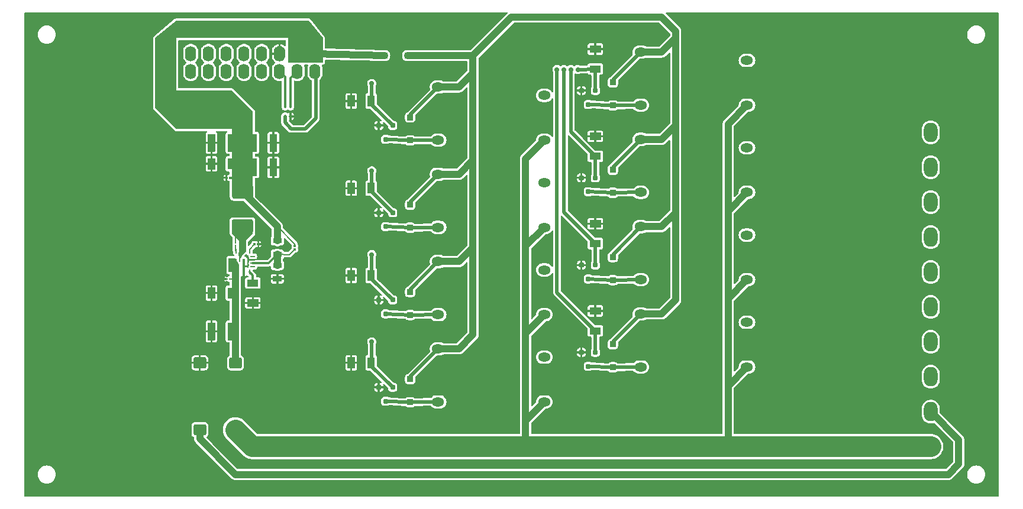
<source format=gbr>
G04 --- HEADER BEGIN --- *
G04 #@! TF.GenerationSoftware,LibrePCB,LibrePCB,1.0.0*
G04 #@! TF.CreationDate,2024-04-26T04:51:19*
G04 #@! TF.ProjectId,OSm Thermal,b11a65fa-6c4c-431c-8545-341aca355aaf,v1*
G04 #@! TF.Part,Single*
G04 #@! TF.SameCoordinates*
G04 #@! TF.FileFunction,Copper,L1,Top*
G04 #@! TF.FilePolarity,Positive*
%FSLAX66Y66*%
%MOMM*%
G01*
G75*
G04 --- HEADER END --- *
G04 --- APERTURE LIST BEGIN --- *
G04 #@! TA.AperFunction,ComponentPad*
%ADD10O,1.8X1.3*%
G04 #@! TA.AperFunction,SMDPad,CuDef*
%AMROUNDEDRECT11*20,1,0.9,-0.225,0.0,0.225,0.0,0.0*20,1,0.45,-0.45,0.0,0.45,0.0,0.0*1,1,0.45,-0.225,0.225*1,1,0.45,0.225,0.225*1,1,0.45,0.225,-0.225*1,1,0.45,-0.225,-0.225*%
%ADD11ROUNDEDRECT11*%
%AMROUNDEDRECT12*20,1,2.0,-1.25,0.0,1.25,0.0,0.0*20,1,1.5,-1.5,0.0,1.5,0.0,0.0*1,1,0.5,-1.25,0.75*1,1,0.5,1.25,0.75*1,1,0.5,1.25,-0.75*1,1,0.5,-1.25,-0.75*%
%ADD12ROUNDEDRECT12*%
%AMROUNDEDRECT13*20,1,0.25,-0.2375,0.0,0.2375,0.0,0.0*20,1,0.125,-0.3,0.0,0.3,0.0,0.0*1,1,0.125,-0.2375,0.0625*1,1,0.125,0.2375,0.0625*1,1,0.125,0.2375,-0.0625*1,1,0.125,-0.2375,-0.0625*%
%ADD13ROUNDEDRECT13*%
%AMROUNDEDRECT14*20,1,0.25,-0.2375,0.0,0.2375,0.0,90.0*20,1,0.125,-0.3,0.0,0.3,0.0,90.0*1,1,0.125,-0.0625,-0.2375*1,1,0.125,-0.0625,0.2375*1,1,0.125,0.0625,0.2375*1,1,0.125,0.0625,-0.2375*%
%ADD14ROUNDEDRECT14*%
%AMROUNDEDRECT15*20,1,0.25,-0.2875,0.0,0.2875,0.0,0.0*20,1,0.125,-0.35,0.0,0.35,0.0,0.0*1,1,0.125,-0.2875,0.0625*1,1,0.125,0.2875,0.0625*1,1,0.125,0.2875,-0.0625*1,1,0.125,-0.2875,-0.0625*%
%ADD15ROUNDEDRECT15*%
%AMOUTLINE16*4,1,16,0.15,-1.086603,0.186603,-1.05,0.2,-1.0,0.2,1.0,0.186603,1.05,0.15,1.086603,0.1,1.1,-0.1,1.1,-0.15,1.086603,-0.186603,1.05,-0.2,1.0,-0.2,-1.0,-0.186603,-1.05,-0.15,-1.086603,-0.1,-1.1,0.1,-1.1,0.15,-1.086603,180.0*%
%ADD16OUTLINE16*%
%AMROUNDEDRECT17*20,1,0.25,-0.8375,0.0,0.8375,0.0,90.0*20,1,0.125,-0.9,0.0,0.9,0.0,90.0*1,1,0.125,-0.0625,-0.8375*1,1,0.125,-0.0625,0.8375*1,1,0.125,0.0625,0.8375*1,1,0.125,0.0625,-0.8375*%
%ADD17ROUNDEDRECT17*%
%AMROUNDEDRECT18*20,1,0.4,-1.0,0.0,1.0,0.0,90.0*20,1,0.2,-1.1,0.0,1.1,0.0,90.0*1,1,0.2,-0.1,-1.0*1,1,0.2,-0.1,1.0*1,1,0.2,0.1,1.0*1,1,0.2,0.1,-1.0*%
%ADD18ROUNDEDRECT18*%
%ADD19R,1.25X0.75*%
%ADD20R,1.6X1.05*%
%ADD21R,0.225X0.2*%
%ADD22R,1.05X1.6*%
%ADD23R,1.05X2.5*%
%AMROUNDEDRECT24*20,1,0.7,-0.175,0.0,0.175,0.0,0.0*20,1,0.35,-0.35,0.0,0.35,0.0,0.0*1,1,0.35,-0.175,0.175*1,1,0.35,0.175,0.175*1,1,0.35,0.175,-0.175*1,1,0.35,-0.175,-0.175*%
%ADD24ROUNDEDRECT24*%
%AMROUNDEDRECT25*20,1,1.6,-0.652,0.0,0.652,0.0,0.0*20,1,1.104,-0.9,0.0,0.9,0.0,0.0*1,1,0.496,-0.652,0.552*1,1,0.496,0.652,0.552*1,1,0.496,0.652,-0.552*1,1,0.496,-0.652,-0.552*%
%ADD25ROUNDEDRECT25*%
%ADD26R,0.3X0.3*%
%ADD27R,0.2X0.225*%
G04 #@! TA.AperFunction,ComponentPad*
%ADD28O,1.587X2.19*%
%ADD29R,1.587X2.19*%
G04 #@! TA.AperFunction,SMDPad,CuDef*
%AMROUNDEDRECT30*20,1,0.3,-0.175,0.0,0.175,0.0,90.0*20,1,0.15,-0.25,0.0,0.25,0.0,90.0*1,1,0.15,-0.075,-0.175*1,1,0.15,-0.075,0.175*1,1,0.15,0.075,0.175*1,1,0.15,0.075,-0.175*%
%ADD30ROUNDEDRECT30*%
G04 #@! TA.AperFunction,ComponentPad*
%ADD31O,2.0X2.8*%
G04 #@! TA.AperFunction,ViaPad*
%ADD32C,0.7*%
G04 #@! TA.AperFunction,Conductor*
%ADD33C,0.3*%
%ADD34C,1.0*%
%ADD35C,0.2*%
%ADD36C,0.5*%
%ADD37C,3.0*%
%ADD38C,0.01*%
G04 #@! TD*
G04 --- APERTURE LIST END --- *
G04 --- BOARD BEGIN --- *
D10*
G04 #@! TO.N,N9*
G04 #@! TO.C,K1*
G04 #@! TO.P,K1,NO,NO*
X74700000Y-49700000D03*
G04 #@! TO.N,N28*
G04 #@! TO.P,K1,C1,+*
X59500000Y-48500000D03*
G04 #@! TO.N,N5*
G04 #@! TO.P,K1,COM,COM*
X74700000Y-56100000D03*
G04 #@! TO.N,N23*
G04 #@! TO.P,K1,C2,-*
X59500000Y-56100000D03*
D11*
G04 #@! TO.N,N28*
G04 #@! TO.C,D6*
G04 #@! TO.P,D6,1,C*
X84500000Y-47850000D03*
G04 #@! TO.N,N19*
G04 #@! TO.P,D6,2,A*
X84500000Y-51150000D03*
D12*
G04 #@! TO.N,N3*
G04 #@! TO.C,L1*
G04 #@! TO.P,L1,1,1*
X31500000Y-31000000D03*
G04 #@! TO.N,N38*
G04 #@! TO.P,L1,2,2*
X31500000Y-26000000D03*
D11*
G04 #@! TO.N,N28*
G04 #@! TO.C,D7*
G04 #@! TO.P,D7,1,C*
X84500000Y-35350000D03*
G04 #@! TO.N,N32*
G04 #@! TO.P,D7,2,A*
X84500000Y-38650000D03*
G04 #@! TO.N,N28*
G04 #@! TO.C,D9*
G04 #@! TO.P,D9,1,C*
X84500000Y-10350000D03*
G04 #@! TO.N,N37*
G04 #@! TO.P,D9,2,A*
X84500000Y-13650000D03*
D13*
G04 #@! TO.N,GND*
G04 #@! TO.C,U1*
G04 #@! TO.P,U1,AGND,AGND*
X33000000Y-35750000D03*
D14*
G04 #@! TO.N,N2*
G04 #@! TO.P,U1,MODE,MODE*
X32500000Y-37500000D03*
G04 #@! TO.N,N1*
G04 #@! TO.P,U1,SS,SS*
X32500000Y-34500000D03*
D15*
G04 #@! TO.N,N7*
G04 #@! TO.P,U1,VIN,VIN*
X30050000Y-36250000D03*
D14*
G04 #@! TO.N,N4*
G04 #@! TO.P,U1,BOOT,BOOT*
X30600000Y-34500000D03*
D13*
G04 #@! TO.N,N/C*
G04 #@! TO.P,U1,PG,PG*
X33000000Y-35250000D03*
D16*
G04 #@! TO.N,N7*
G04 #@! TO.P,U1,VIN,VIN*
X30500000Y-36700000D03*
D13*
G04 #@! TO.N,N8*
G04 #@! TO.P,U1,FB,FB*
X33000000Y-36250000D03*
G04 #@! TO.N,N/C*
G04 #@! TO.P,U1,EN,EN*
X33000000Y-36750000D03*
D17*
G04 #@! TO.N,N3*
G04 #@! TO.P,U1,SW,SW*
X31100000Y-35100000D03*
D15*
G04 #@! TO.N,N7*
G04 #@! TO.P,U1,VIN,VIN*
X30050000Y-35750000D03*
D18*
G04 #@! TO.N,GND*
G04 #@! TO.P,U1,PGND,PGND*
X31700000Y-36700000D03*
D15*
G04 #@! TO.N,N7*
G04 #@! TO.P,U1,VIN,VIN*
X30050000Y-36750000D03*
D19*
G04 #@! TO.N,N8*
G04 #@! TO.C,R2*
G04 #@! TO.P,R2,2,2*
X36500000Y-34975000D03*
G04 #@! TO.N,N38*
G04 #@! TO.P,R2,1,1*
X36500000Y-33025000D03*
D20*
G04 #@! TO.N,N30*
G04 #@! TO.C,R10*
G04 #@! TO.P,R10,2,2*
X82000000Y-20925000D03*
G04 #@! TO.N,GND*
G04 #@! TO.P,R10,1,1*
X82000000Y-18075000D03*
D21*
G04 #@! TO.N,N7*
G04 #@! TO.C,C5*
G04 #@! TO.P,C5,2,2*
X29688000Y-38500000D03*
G04 #@! TO.N,GND*
G04 #@! TO.P,C5,1,1*
X29312000Y-38500000D03*
D22*
G04 #@! TO.N,N7*
G04 #@! TO.C,C4*
G04 #@! TO.P,C4,2,2*
X29925000Y-40500000D03*
G04 #@! TO.N,GND*
G04 #@! TO.P,C4,1,1*
X27075000Y-40500000D03*
D23*
G04 #@! TO.C,C7*
G04 #@! TO.P,C7,2,2*
X27075000Y-19000000D03*
G04 #@! TO.N,N38*
G04 #@! TO.P,C7,1,1*
X29925000Y-19000000D03*
D19*
G04 #@! TO.N,GND*
G04 #@! TO.C,R3*
G04 #@! TO.P,R3,2,2*
X36500000Y-38475000D03*
G04 #@! TO.N,N8*
G04 #@! TO.P,R3,1,1*
X36500000Y-36525000D03*
D24*
G04 #@! TO.N,N25*
G04 #@! TO.C,Q2*
G04 #@! TO.P,Q2,1,G*
X53000000Y-41500000D03*
G04 #@! TO.N,GND*
G04 #@! TO.P,Q2,2,S*
X51000000Y-41500000D03*
G04 #@! TO.N,N33*
G04 #@! TO.P,Q2,3,D*
X52000000Y-43500000D03*
D20*
G04 #@! TO.N,N2*
G04 #@! TO.C,R1*
G04 #@! TO.P,R1,2,2*
X33000000Y-39075000D03*
G04 #@! TO.N,GND*
G04 #@! TO.P,R1,1,1*
X33000000Y-41925000D03*
D23*
G04 #@! TO.N,N7*
G04 #@! TO.C,C3*
G04 #@! TO.P,C3,2,2*
X29925000Y-46000000D03*
G04 #@! TO.N,GND*
G04 #@! TO.P,C3,1,1*
X27075000Y-46000000D03*
D25*
G04 #@! TO.N,N6*
G04 #@! TO.C,BR1*
G04 #@! TO.P,BR1,PGND,AC2*
X25400000Y-60100000D03*
G04 #@! TO.N,N7*
G04 #@! TO.P,BR1,VOUT,+*
X30500000Y-50500000D03*
G04 #@! TO.N,GND*
G04 #@! TO.P,BR1,AGND,_*
X25400000Y-50500000D03*
G04 #@! TO.N,N5*
G04 #@! TO.P,BR1,VIN,AC1*
X30500000Y-60100000D03*
D22*
G04 #@! TO.N,N25*
G04 #@! TO.C,R5*
G04 #@! TO.P,R5,2,2*
X49925000Y-38000000D03*
G04 #@! TO.N,GND*
G04 #@! TO.P,R5,1,1*
X47075000Y-38000000D03*
D10*
G04 #@! TO.N,N10*
G04 #@! TO.C,K2*
G04 #@! TO.P,K2,NO,NO*
X74700000Y-37200000D03*
G04 #@! TO.N,N28*
G04 #@! TO.P,K2,C1,+*
X59500000Y-36000000D03*
G04 #@! TO.N,N5*
G04 #@! TO.P,K2,COM,COM*
X74700000Y-43600000D03*
G04 #@! TO.N,N33*
G04 #@! TO.P,K2,C2,-*
X59500000Y-43600000D03*
G04 #@! TO.N,N13*
G04 #@! TO.C,K5*
G04 #@! TO.P,K5,NO,NO*
X103700000Y-44700000D03*
G04 #@! TO.N,N28*
G04 #@! TO.P,K5,C1,+*
X88500000Y-43500000D03*
G04 #@! TO.N,N5*
G04 #@! TO.P,K5,COM,COM*
X103700000Y-51100000D03*
G04 #@! TO.N,N19*
G04 #@! TO.P,K5,C2,-*
X88500000Y-51100000D03*
G04 #@! TO.N,N12*
G04 #@! TO.C,K4*
G04 #@! TO.P,K4,NO,NO*
X74700000Y-12200000D03*
G04 #@! TO.N,N28*
G04 #@! TO.P,K4,C1,+*
X59500000Y-11000000D03*
G04 #@! TO.N,N5*
G04 #@! TO.P,K4,COM,COM*
X74700000Y-18600000D03*
G04 #@! TO.N,N26*
G04 #@! TO.P,K4,C2,-*
X59500000Y-18600000D03*
D24*
G04 #@! TO.N,N17*
G04 #@! TO.C,Q5*
G04 #@! TO.P,Q5,1,G*
X82000000Y-49000000D03*
G04 #@! TO.N,GND*
G04 #@! TO.P,Q5,2,S*
X80000000Y-49000000D03*
G04 #@! TO.N,N19*
G04 #@! TO.P,Q5,3,D*
X81000000Y-51000000D03*
D26*
G04 #@! TO.N,GND*
G04 #@! TO.C,C1*
G04 #@! TO.P,C1,2,2*
X33750000Y-33500000D03*
G04 #@! TO.N,N1*
G04 #@! TO.P,C1,1,1*
X33250000Y-33500000D03*
G04 #@! TO.N,GND*
G04 #@! TO.C,C10*
G04 #@! TO.P,C10,2,2*
X29250000Y-24000000D03*
G04 #@! TO.N,N38*
G04 #@! TO.P,C10,1,1*
X29750000Y-24000000D03*
D11*
G04 #@! TO.N,N28*
G04 #@! TO.C,D3*
G04 #@! TO.P,D3,1,C*
X55500000Y-40350000D03*
G04 #@! TO.N,N33*
G04 #@! TO.P,D3,2,A*
X55500000Y-43650000D03*
D10*
G04 #@! TO.N,N14*
G04 #@! TO.C,K6*
G04 #@! TO.P,K6,NO,NO*
X103700000Y-32200000D03*
G04 #@! TO.N,N28*
G04 #@! TO.P,K6,C1,+*
X88500000Y-31000000D03*
G04 #@! TO.N,N5*
G04 #@! TO.P,K6,COM,COM*
X103700000Y-38600000D03*
G04 #@! TO.N,N32*
G04 #@! TO.P,K6,C2,-*
X88500000Y-38600000D03*
G04 #@! TO.N,N11*
G04 #@! TO.C,K3*
G04 #@! TO.P,K3,NO,NO*
X74700000Y-24700000D03*
G04 #@! TO.N,N28*
G04 #@! TO.P,K3,C1,+*
X59500000Y-23500000D03*
G04 #@! TO.N,N5*
G04 #@! TO.P,K3,COM,COM*
X74700000Y-31100000D03*
G04 #@! TO.N,N31*
G04 #@! TO.P,K3,C2,-*
X59500000Y-31100000D03*
D27*
G04 #@! TO.N,N4*
G04 #@! TO.C,C2*
G04 #@! TO.P,C2,2,2*
X30500000Y-33688000D03*
G04 #@! TO.N,N3*
G04 #@! TO.P,C2,1,1*
X30500000Y-33312000D03*
D11*
G04 #@! TO.N,N28*
G04 #@! TO.C,D2*
G04 #@! TO.P,D2,1,C*
X55500000Y-52850000D03*
G04 #@! TO.N,N23*
G04 #@! TO.P,D2,2,A*
X55500000Y-56150000D03*
D28*
G04 #@! TO.N,N29*
G04 #@! TO.C,J2*
G04 #@! TO.P,J2,15,15*
X24110000Y-6230000D03*
G04 #@! TO.N,N34*
G04 #@! TO.P,J2,12,12*
X29190000Y-8770000D03*
G04 #@! TO.N,N22*
G04 #@! TO.P,J2,4,4*
X39350000Y-8770000D03*
G04 #@! TO.N,N/C*
G04 #@! TO.P,J2,13,13*
X26650000Y-6230000D03*
G04 #@! TO.N,N42*
G04 #@! TO.P,J2,16,16*
X24110000Y-8770000D03*
G04 #@! TO.N,N/C*
G04 #@! TO.P,J2,10,10*
X31730000Y-8770000D03*
G04 #@! TO.N,N25*
G04 #@! TO.P,J2,14,14*
X26650000Y-8770000D03*
G04 #@! TO.N,N30*
G04 #@! TO.P,J2,11,11*
X29190000Y-6230000D03*
G04 #@! TO.N,GND*
G04 #@! TO.P,J2,5,5*
X36810000Y-6230000D03*
G04 #@! TO.N,N27*
G04 #@! TO.P,J2,8,8*
X34270000Y-8770000D03*
G04 #@! TO.N,N36*
G04 #@! TO.P,J2,9,9*
X31730000Y-6230000D03*
D29*
G04 #@! TO.N,N38*
G04 #@! TO.P,J2,1,1*
X41890000Y-6230000D03*
D28*
G04 #@! TO.N,N20*
G04 #@! TO.P,J2,2,2*
X41890000Y-8770000D03*
G04 #@! TO.N,N17*
G04 #@! TO.P,J2,7,7*
X34270000Y-6230000D03*
G04 #@! TO.N,N38*
G04 #@! TO.P,J2,3,3*
X39350000Y-6230000D03*
G04 #@! TO.N,N18*
G04 #@! TO.P,J2,6,6*
X36810000Y-8770000D03*
D24*
G04 #@! TO.N,N27*
G04 #@! TO.C,Q4*
G04 #@! TO.P,Q4,1,G*
X53000000Y-16500000D03*
G04 #@! TO.N,GND*
G04 #@! TO.P,Q4,2,S*
X51000000Y-16500000D03*
G04 #@! TO.N,N26*
G04 #@! TO.P,Q4,3,D*
X52000000Y-18500000D03*
D11*
G04 #@! TO.N,N28*
G04 #@! TO.C,D8*
G04 #@! TO.P,D8,1,C*
X84500000Y-22850000D03*
G04 #@! TO.N,N24*
G04 #@! TO.P,D8,2,A*
X84500000Y-26150000D03*
D22*
G04 #@! TO.N,N42*
G04 #@! TO.C,R4*
G04 #@! TO.P,R4,2,2*
X49925000Y-50500000D03*
G04 #@! TO.N,GND*
G04 #@! TO.P,R4,1,1*
X47075000Y-50500000D03*
D24*
G04 #@! TO.N,N29*
G04 #@! TO.C,Q8*
G04 #@! TO.P,Q8,1,G*
X82000000Y-11500000D03*
G04 #@! TO.N,GND*
G04 #@! TO.P,Q8,2,S*
X80000000Y-11500000D03*
G04 #@! TO.N,N37*
G04 #@! TO.P,Q8,3,D*
X81000000Y-13500000D03*
D22*
G04 #@! TO.N,N27*
G04 #@! TO.C,R7*
G04 #@! TO.P,R7,2,2*
X49925000Y-13000000D03*
G04 #@! TO.N,GND*
G04 #@! TO.P,R7,1,1*
X47075000Y-13000000D03*
D24*
G04 #@! TO.N,N34*
G04 #@! TO.C,Q3*
G04 #@! TO.P,Q3,1,G*
X53000000Y-29000000D03*
G04 #@! TO.N,GND*
G04 #@! TO.P,Q3,2,S*
X51000000Y-29000000D03*
G04 #@! TO.N,N31*
G04 #@! TO.P,Q3,3,D*
X52000000Y-31000000D03*
D22*
G04 #@! TO.N,GND*
G04 #@! TO.C,C6*
G04 #@! TO.P,C6,2,2*
X27075000Y-22000000D03*
G04 #@! TO.N,N38*
G04 #@! TO.P,C6,1,1*
X29925000Y-22000000D03*
D20*
G04 #@! TO.N,N29*
G04 #@! TO.C,R11*
G04 #@! TO.P,R11,2,2*
X82000000Y-8425000D03*
G04 #@! TO.N,GND*
G04 #@! TO.P,R11,1,1*
X82000000Y-5575000D03*
G04 #@! TO.N,N17*
G04 #@! TO.C,R8*
G04 #@! TO.P,R8,2,2*
X82000000Y-45925000D03*
G04 #@! TO.N,GND*
G04 #@! TO.P,R8,1,1*
X82000000Y-43075000D03*
D11*
G04 #@! TO.N,N28*
G04 #@! TO.C,D4*
G04 #@! TO.P,D4,1,C*
X55500000Y-27850000D03*
G04 #@! TO.N,N31*
G04 #@! TO.P,D4,2,A*
X55500000Y-31150000D03*
D24*
G04 #@! TO.N,N42*
G04 #@! TO.C,Q1*
G04 #@! TO.P,Q1,1,G*
X53000000Y-54000000D03*
G04 #@! TO.N,GND*
G04 #@! TO.P,Q1,2,S*
X51000000Y-54000000D03*
G04 #@! TO.N,N23*
G04 #@! TO.P,Q1,3,D*
X52000000Y-56000000D03*
D30*
G04 #@! TO.N,GND*
G04 #@! TO.C,U2*
G04 #@! TO.P,U2,VSS,VSS*
X38400000Y-15200000D03*
G04 #@! TO.N,N22*
G04 #@! TO.P,U2,SDA,SDA*
X38400000Y-13800000D03*
G04 #@! TO.N,N18*
G04 #@! TO.P,U2,SCL,SCL*
X37600000Y-13800000D03*
G04 #@! TO.N,N20*
G04 #@! TO.P,U2,VDD,VDD*
X37600000Y-15200000D03*
D24*
G04 #@! TO.N,N30*
G04 #@! TO.C,Q7*
G04 #@! TO.P,Q7,1,G*
X82000000Y-24000000D03*
G04 #@! TO.N,GND*
G04 #@! TO.P,Q7,2,S*
X80000000Y-24000000D03*
G04 #@! TO.N,N24*
G04 #@! TO.P,Q7,3,D*
X81000000Y-26000000D03*
D31*
G04 #@! TO.N,N6*
G04 #@! TO.C,J1*
G04 #@! TO.P,J1,2,2*
X130000000Y-57500000D03*
G04 #@! TO.N,N10*
G04 #@! TO.P,J1,4,4*
X130000000Y-47500000D03*
G04 #@! TO.N,N12*
G04 #@! TO.P,J1,6,6*
X130000000Y-37500000D03*
G04 #@! TO.N,N9*
G04 #@! TO.P,J1,3,3*
X130000000Y-52500000D03*
G04 #@! TO.N,N13*
G04 #@! TO.P,J1,7,7*
X130000000Y-32500000D03*
G04 #@! TO.N,N16*
G04 #@! TO.P,J1,10,10*
X130000000Y-17500000D03*
G04 #@! TO.N,N14*
G04 #@! TO.P,J1,8,8*
X130000000Y-27500000D03*
G04 #@! TO.N,N15*
G04 #@! TO.P,J1,9,9*
X130000000Y-22500000D03*
G04 #@! TO.N,N5*
G04 #@! TO.P,J1,1,1*
X130000000Y-62500000D03*
G04 #@! TO.N,N11*
G04 #@! TO.P,J1,5,5*
X130000000Y-42500000D03*
D22*
G04 #@! TO.N,N34*
G04 #@! TO.C,R6*
G04 #@! TO.P,R6,2,2*
X49925000Y-25500000D03*
G04 #@! TO.N,GND*
G04 #@! TO.P,R6,1,1*
X47075000Y-25500000D03*
D20*
G04 #@! TO.N,N36*
G04 #@! TO.C,R9*
G04 #@! TO.P,R9,2,2*
X82000000Y-33425000D03*
G04 #@! TO.N,GND*
G04 #@! TO.P,R9,1,1*
X82000000Y-30575000D03*
D23*
G04 #@! TO.C,C9*
G04 #@! TO.P,C9,2,2*
X35925000Y-22500000D03*
G04 #@! TO.N,N38*
G04 #@! TO.P,C9,1,1*
X33075000Y-22500000D03*
D11*
G04 #@! TO.N,N28*
G04 #@! TO.C,D5*
G04 #@! TO.P,D5,1,C*
X55500000Y-15350000D03*
G04 #@! TO.N,N26*
G04 #@! TO.P,D5,2,A*
X55500000Y-18650000D03*
D26*
G04 #@! TO.N,N8*
G04 #@! TO.C,C11*
G04 #@! TO.P,C11,2,2*
X39000000Y-34250000D03*
G04 #@! TO.N,N38*
G04 #@! TO.P,C11,1,1*
X39000000Y-33750000D03*
D23*
G04 #@! TO.N,GND*
G04 #@! TO.C,C8*
G04 #@! TO.P,C8,2,2*
X35925000Y-19000000D03*
G04 #@! TO.N,N38*
G04 #@! TO.P,C8,1,1*
X33075000Y-19000000D03*
D10*
G04 #@! TO.N,N15*
G04 #@! TO.C,K7*
G04 #@! TO.P,K7,NO,NO*
X103700000Y-19700000D03*
G04 #@! TO.N,N28*
G04 #@! TO.P,K7,C1,+*
X88500000Y-18500000D03*
G04 #@! TO.N,N5*
G04 #@! TO.P,K7,COM,COM*
X103700000Y-26100000D03*
G04 #@! TO.N,N24*
G04 #@! TO.P,K7,C2,-*
X88500000Y-26100000D03*
G04 #@! TO.N,N16*
G04 #@! TO.C,K8*
G04 #@! TO.P,K8,NO,NO*
X103700000Y-7200000D03*
G04 #@! TO.N,N28*
G04 #@! TO.P,K8,C1,+*
X88500000Y-6000000D03*
G04 #@! TO.N,N5*
G04 #@! TO.P,K8,COM,COM*
X103700000Y-13600000D03*
G04 #@! TO.N,N37*
G04 #@! TO.P,K8,C2,-*
X88500000Y-13600000D03*
D24*
G04 #@! TO.N,N36*
G04 #@! TO.C,Q6*
G04 #@! TO.P,Q6,1,G*
X82000000Y-36500000D03*
G04 #@! TO.N,GND*
G04 #@! TO.P,Q6,2,S*
X80000000Y-36500000D03*
G04 #@! TO.N,N32*
G04 #@! TO.P,Q6,3,D*
X81000000Y-38500000D03*
D11*
G04 #@! TO.N,N28*
G04 #@! TO.C,D1*
G04 #@! TO.P,D1,1,C*
X55150000Y-6500000D03*
G04 #@! TO.N,N38*
G04 #@! TO.P,D1,2,A*
X51850000Y-6500000D03*
D32*
G04 #@! TD.C*
G04 #@! TD.P*
G04 #@! TO.N,GND*
X49500000Y-29000000D03*
X84000000Y-18000000D03*
X18000000Y-39000000D03*
D33*
G04 #@! TO.N,N38*
X33019002Y-22532620D02*
X33075000Y-22500000D01*
X21500000Y-14000000D02*
X30000000Y-14500000D01*
X41890000Y-6230000D02*
X39327107Y-6018734D01*
D34*
X31500000Y-26000000D02*
X36500000Y-31000000D01*
D33*
X30000000Y-14500000D02*
X33075000Y-19000000D01*
X29925000Y-22000000D02*
X33019002Y-22532620D01*
X29925000Y-19000000D02*
X33075000Y-22500000D01*
X39327107Y-6018734D02*
X39000000Y-3000000D01*
D35*
X39000000Y-33500000D02*
X39000000Y-33750000D01*
D33*
X21500000Y-3000000D02*
X20500000Y-6500000D01*
D34*
X41890000Y-6230000D02*
X51850000Y-6500000D01*
D33*
X30500000Y-24000000D02*
X29750000Y-24000000D01*
X39000000Y-3000000D02*
X21500000Y-3000000D01*
X20500000Y-6500000D02*
X21500000Y-14000000D01*
D35*
X36500000Y-31000000D02*
X39000000Y-33500000D01*
D33*
X33075000Y-19000000D02*
X29925000Y-22000000D01*
D34*
X36500000Y-31000000D02*
X36500000Y-33025000D01*
D33*
X39327107Y-6018734D02*
X39350000Y-6230000D01*
X30500000Y-24000000D02*
X31500000Y-26000000D01*
X33019002Y-22532620D02*
X30500000Y-24000000D01*
D35*
G04 #@! TO.N,N1*
X32500000Y-34500000D02*
X32500000Y-34250000D01*
X32500000Y-34250000D02*
X33250000Y-33500000D01*
D32*
G04 #@! TO.N,GND*
X44500000Y-65000000D03*
G04 #@! TO.N,N25*
X50000000Y-35000000D03*
D36*
X50000000Y-35000000D02*
X50000000Y-37925000D01*
X50000000Y-38500000D02*
X53000000Y-41500000D01*
X50000000Y-37925000D02*
X49925000Y-38000000D01*
X50000000Y-37925000D02*
X50000000Y-38500000D01*
D32*
G04 #@! TO.N,GND*
X22500000Y-49000000D03*
X115000000Y-39000000D03*
X22500000Y-50500000D03*
X40000000Y-15500000D03*
X49500000Y-54000000D03*
X28000000Y-24500000D03*
D36*
G04 #@! TO.N,N19*
X88500000Y-51100000D02*
X84500000Y-51150000D01*
X84500000Y-51150000D02*
X84500000Y-51150000D01*
X84500000Y-51150000D02*
X81000000Y-51000000D01*
D35*
G04 #@! TO.N,N3*
X30500000Y-32000000D02*
X31500000Y-31000000D01*
D33*
X31500000Y-31000000D02*
X31100000Y-35100000D01*
D35*
X30500000Y-33312000D02*
X30500000Y-32000000D01*
D32*
G04 #@! TO.N,GND*
X121000000Y-50000000D03*
D36*
G04 #@! TO.N,N31*
X55493583Y-31149725D02*
X55500000Y-31150000D01*
X59500000Y-31100000D02*
X55493583Y-31149725D01*
X55493583Y-31149725D02*
X52000000Y-31000000D01*
D32*
G04 #@! TO.N,GND*
X34500000Y-38000000D03*
D33*
G04 #@! TO.N,N18*
X37600000Y-9560000D02*
X36810000Y-8770000D01*
X37600000Y-13800000D02*
X37600000Y-9560000D01*
D36*
G04 #@! TO.N,N23*
X55493583Y-56149725D02*
X52000000Y-56000000D01*
X59500000Y-56100000D02*
X55493583Y-56149725D01*
X55493583Y-56149725D02*
X55500000Y-56150000D01*
D32*
G04 #@! TO.N,N29*
X79500000Y-8500000D03*
D36*
X82000000Y-8425000D02*
X82000000Y-11500000D01*
X82000000Y-8425000D02*
X79500000Y-8500000D01*
D32*
G04 #@! TO.N,GND*
X35000000Y-68500000D03*
D33*
G04 #@! TO.N,N7*
X30500000Y-36700000D02*
X30050000Y-35750000D01*
D34*
X30500000Y-40500000D02*
X30500000Y-38500000D01*
D36*
X29925000Y-40500000D02*
X30500000Y-40500000D01*
X29925000Y-46000000D02*
X30500000Y-46000000D01*
D33*
X30500000Y-36700000D02*
X30050000Y-36250000D01*
D35*
X30500000Y-38500000D02*
X29688000Y-38500000D01*
D33*
X30500000Y-36700000D02*
X30050000Y-36750000D01*
D34*
X30500000Y-40500000D02*
X30500000Y-46000000D01*
X30500000Y-46000000D02*
X30500000Y-50500000D01*
X30500000Y-38500000D02*
X30500000Y-36700000D01*
D32*
G04 #@! TO.N,N36*
X77500000Y-8500000D03*
D36*
X77500000Y-28925000D02*
X82000000Y-33425000D01*
X82000000Y-36500000D02*
X82000000Y-33425000D01*
X77500000Y-8500000D02*
X77500000Y-28925000D01*
D32*
G04 #@! TO.N,GND*
X110500000Y-20000000D03*
X117000000Y-65000000D03*
D36*
G04 #@! TO.N,N32*
X88500000Y-38600000D02*
X84493583Y-38649725D01*
X84493583Y-38649725D02*
X81000000Y-38500000D01*
X84493583Y-38649725D02*
X84500000Y-38650000D01*
D32*
G04 #@! TO.N,N30*
X78500000Y-8500000D03*
D36*
X78500000Y-17425000D02*
X82000000Y-20925000D01*
X78500000Y-8500000D02*
X78500000Y-17425000D01*
X82000000Y-20925000D02*
X82000000Y-24000000D01*
D32*
G04 #@! TO.N,GND*
X16000000Y-26500000D03*
X69000000Y-69000000D03*
X24500000Y-49000000D03*
X132500000Y-69000000D03*
D36*
G04 #@! TO.N,N20*
X37600000Y-16100000D02*
X38500000Y-17000000D01*
X42000000Y-15500000D02*
X42000000Y-8880000D01*
X40500000Y-17000000D02*
X42000000Y-15500000D01*
X42000000Y-8880000D02*
X41890000Y-8770000D01*
X38500000Y-17000000D02*
X40500000Y-17000000D01*
X37600000Y-15200000D02*
X37600000Y-16100000D01*
G04 #@! TO.N,N24*
X88500000Y-26100000D02*
X84493583Y-26149725D01*
X84493583Y-26149725D02*
X81000000Y-26000000D01*
X84493583Y-26149725D02*
X84500000Y-26150000D01*
D32*
G04 #@! TO.N,GND*
X118000000Y-56000000D03*
X123500000Y-39000000D03*
G04 #@! TO.N,N34*
X50000000Y-23000000D03*
D36*
X50000000Y-23000000D02*
X50000000Y-25425000D01*
X50000000Y-25425000D02*
X49925000Y-25500000D01*
X50000000Y-25425000D02*
X50000000Y-26000000D01*
X50000000Y-26000000D02*
X53000000Y-29000000D01*
D32*
G04 #@! TO.N,GND*
X80000000Y-22500000D03*
D36*
G04 #@! TO.N,N37*
X88500000Y-13600000D02*
X84500000Y-13650000D01*
X84500000Y-13650000D02*
X81000000Y-13500000D01*
X84500000Y-13650000D02*
X84500000Y-13650000D01*
D32*
G04 #@! TO.N,GND*
X110500000Y-31500000D03*
D33*
G04 #@! TO.N,N22*
X38400000Y-13800000D02*
X38400000Y-9720000D01*
X38400000Y-9720000D02*
X39350000Y-8770000D01*
D32*
G04 #@! TO.N,GND*
X125500000Y-8500000D03*
X6500000Y-35000000D03*
X122000000Y-44500000D03*
X24500000Y-47500000D03*
G04 #@! TO.N,N27*
X50000000Y-10500000D03*
D36*
X50000000Y-10500000D02*
X50000000Y-12925000D01*
X50000000Y-12925000D02*
X49925000Y-13000000D01*
X50000000Y-13500000D02*
X53000000Y-16500000D01*
X50000000Y-12925000D02*
X50000000Y-13500000D01*
D32*
G04 #@! TO.N,GND*
X5500000Y-15500000D03*
X10000000Y-8000000D03*
X70000000Y-7500000D03*
X84000000Y-5500000D03*
X85500000Y-3000000D03*
X78500000Y-56500000D03*
D36*
G04 #@! TO.N,N26*
X55500000Y-18650000D02*
X55500000Y-18650000D01*
X55500000Y-18650000D02*
X52000000Y-18500000D01*
X59500000Y-18600000D02*
X55500000Y-18650000D01*
D32*
G04 #@! TO.N,GND*
X49500000Y-16500000D03*
D36*
G04 #@! TO.N,N28*
X88500000Y-43500000D02*
X84500000Y-47500000D01*
X88500000Y-6000000D02*
X88500000Y-6000000D01*
D34*
X91500000Y-43500000D02*
X93500000Y-41500000D01*
D36*
X84500000Y-47850000D02*
X84500000Y-47500000D01*
D34*
X64500000Y-34000000D02*
X64500000Y-46500000D01*
D36*
X59500000Y-48500000D02*
X55500000Y-52500000D01*
D34*
X64500000Y-9000000D02*
X62500000Y-11000000D01*
D36*
X59500000Y-11000000D02*
X55500000Y-15000000D01*
X84500000Y-22850000D02*
X84500000Y-22500000D01*
X59500000Y-11000000D02*
X59500000Y-11000000D01*
D34*
X59500000Y-48500000D02*
X62500000Y-48500000D01*
D36*
X55500000Y-27850000D02*
X55500000Y-27500000D01*
D34*
X62500000Y-48500000D02*
X64500000Y-46500000D01*
X93500000Y-16500000D02*
X93500000Y-29000000D01*
D36*
X88500000Y-6000000D02*
X84500000Y-10000000D01*
X84500000Y-10350000D02*
X84500000Y-10000000D01*
D34*
X59500000Y-23500000D02*
X62500000Y-23500000D01*
D36*
X59500000Y-36000000D02*
X55500000Y-40000000D01*
X88500000Y-18500000D02*
X88500000Y-18500000D01*
D34*
X93500000Y-29000000D02*
X93500000Y-41500000D01*
X88500000Y-31000000D02*
X91500000Y-31000000D01*
X64500000Y-9000000D02*
X64500000Y-21500000D01*
X70000000Y-1000000D02*
X64500000Y-6500000D01*
X64500000Y-21500000D02*
X64500000Y-34000000D01*
X91500000Y-1000000D02*
X70000000Y-1000000D01*
D36*
X59500000Y-23500000D02*
X59500000Y-23500000D01*
X88500000Y-43500000D02*
X88500000Y-43500000D01*
D34*
X91500000Y-18500000D02*
X93500000Y-16500000D01*
X64500000Y-6500000D02*
X64500000Y-8000000D01*
D36*
X59500000Y-48500000D02*
X59500000Y-48500000D01*
D34*
X91500000Y-31000000D02*
X93500000Y-29000000D01*
D36*
X84500000Y-35350000D02*
X84500000Y-35000000D01*
D34*
X93500000Y-3000000D02*
X91500000Y-1000000D01*
X59500000Y-11000000D02*
X62500000Y-11000000D01*
X93500000Y-4000000D02*
X93500000Y-3000000D01*
X88500000Y-6000000D02*
X91500000Y-6000000D01*
X88500000Y-43500000D02*
X91500000Y-43500000D01*
X64500000Y-6500000D02*
X55150000Y-6500000D01*
X64500000Y-9000000D02*
X64500000Y-8000000D01*
X88500000Y-18500000D02*
X91500000Y-18500000D01*
D36*
X55500000Y-40350000D02*
X55500000Y-40000000D01*
X55500000Y-15350000D02*
X55500000Y-15000000D01*
X88500000Y-31000000D02*
X88500000Y-31000000D01*
D34*
X64500000Y-9000000D02*
X64500000Y-8000000D01*
X62500000Y-23500000D02*
X64500000Y-21500000D01*
D36*
X59500000Y-23500000D02*
X55500000Y-27500000D01*
D34*
X62500000Y-36000000D02*
X64500000Y-34000000D01*
X59500000Y-36000000D02*
X62500000Y-36000000D01*
X93500000Y-16500000D02*
X93500000Y-4000000D01*
D36*
X59500000Y-36000000D02*
X59500000Y-36000000D01*
D34*
X91500000Y-6000000D02*
X93500000Y-4000000D01*
D36*
X88500000Y-31000000D02*
X84500000Y-35000000D01*
X55500000Y-52850000D02*
X55500000Y-52500000D01*
X88500000Y-18500000D02*
X84500000Y-22500000D01*
D35*
G04 #@! TO.N,N4*
X30500000Y-33688000D02*
X30500000Y-34400000D01*
X30500000Y-34400000D02*
X30600000Y-34500000D01*
D32*
G04 #@! TO.N,GND*
X26500000Y-49000000D03*
G04 #@! TO.N,N17*
X76500000Y-8500000D03*
D36*
X76500000Y-8500000D02*
X76500000Y-40425000D01*
X82000000Y-49000000D02*
X82000000Y-45925000D01*
X76500000Y-40425000D02*
X82000000Y-45925000D01*
D32*
G04 #@! TO.N,GND*
X86500000Y-65000000D03*
D34*
G04 #@! TO.N,N6*
X134000000Y-61500000D02*
X134000000Y-65000000D01*
X130000000Y-57500000D02*
X134000000Y-61500000D01*
X30500000Y-66500000D02*
X25400000Y-61400000D01*
X25400000Y-61400000D02*
X25400000Y-60100000D01*
X132500000Y-66500000D02*
X30500000Y-66500000D01*
X134000000Y-65000000D02*
X132500000Y-66500000D01*
D32*
G04 #@! TO.N,GND*
X118000000Y-25000000D03*
X84000000Y-43000000D03*
G04 #@! TO.N,N42*
X50000000Y-47500000D03*
D36*
X50000000Y-50425000D02*
X49925000Y-50500000D01*
X49925000Y-50500000D02*
X49925000Y-50925000D01*
X49925000Y-50925000D02*
X53000000Y-54000000D01*
X50000000Y-47500000D02*
X50000000Y-50425000D01*
D34*
G04 #@! TO.N,N5*
X72000000Y-46300000D02*
X72000000Y-58800000D01*
X72000000Y-21300000D02*
X72000000Y-33800000D01*
X74700000Y-31100000D02*
X72000000Y-33800000D01*
D37*
X32900000Y-62500000D02*
X30500000Y-60100000D01*
D34*
X74700000Y-43600000D02*
X72000000Y-46300000D01*
X103700000Y-38600000D02*
X101000000Y-41300000D01*
X101000000Y-53800000D02*
X101000000Y-62500000D01*
X74700000Y-18600000D02*
X72000000Y-21300000D01*
X103700000Y-13600000D02*
X101000000Y-16300000D01*
D37*
X101000000Y-62500000D02*
X130000000Y-62500000D01*
X101000000Y-62500000D02*
X72000000Y-62500000D01*
D34*
X101000000Y-41300000D02*
X101000000Y-53800000D01*
D37*
X72000000Y-62500000D02*
X32900000Y-62500000D01*
D34*
X72000000Y-58800000D02*
X72000000Y-62500000D01*
X72000000Y-33800000D02*
X72000000Y-46300000D01*
X103700000Y-26100000D02*
X101000000Y-28800000D01*
X74700000Y-56100000D02*
X72000000Y-58800000D01*
X101000000Y-28800000D02*
X101000000Y-41300000D01*
X103700000Y-51100000D02*
X101000000Y-53800000D01*
X101000000Y-16300000D02*
X101000000Y-28800000D01*
D33*
G04 #@! TO.N,N2*
X33000000Y-38000000D02*
X33000000Y-39075000D01*
X32500000Y-37500000D02*
X33000000Y-38000000D01*
D34*
G04 #@! TO.N,N8*
X36500000Y-34975000D02*
X36500000Y-36525000D01*
D35*
X39000000Y-34250000D02*
X38250000Y-35000000D01*
D33*
X35250000Y-36250000D02*
X33000000Y-36250000D01*
D35*
X38250000Y-35000000D02*
X36500000Y-34975000D01*
D33*
X36500000Y-34975000D02*
X35250000Y-36250000D01*
D32*
G04 #@! TO.N,GND*
X15500000Y-58500000D03*
X7500000Y-53000000D03*
X34500000Y-34500000D03*
D36*
G04 #@! TO.N,N33*
X55493583Y-43649725D02*
X55500000Y-43650000D01*
X55493583Y-43649725D02*
X52000000Y-43500000D01*
X59500000Y-43600000D02*
X55493583Y-43649725D01*
D32*
G04 #@! TO.N,GND*
X78000000Y-36500000D03*
X25000000Y-41500000D03*
X49500000Y-41500000D03*
X84000000Y-30500000D03*
X22500000Y-47500000D03*
D38*
G04 #@! TA.AperFunction,Conductor*
G36*
X300000Y-69600001D02*
X319500Y-69659328D01*
X399999Y-69700000D01*
X3495645Y-69700000D01*
X3495645Y-67799619D01*
X3278613Y-67780631D01*
X3270038Y-67779120D01*
X3059582Y-67722728D01*
X3051423Y-67719757D01*
X2853960Y-67627680D01*
X2846419Y-67623326D01*
X2667951Y-67498362D01*
X2661291Y-67492773D01*
X2507227Y-67338709D01*
X2501638Y-67332049D01*
X2376674Y-67153581D01*
X2372320Y-67146040D01*
X2280243Y-66948577D01*
X2277272Y-66940418D01*
X2220880Y-66729962D01*
X2219369Y-66721387D01*
X2200381Y-66504355D01*
X2200381Y-66495645D01*
X2219369Y-66278613D01*
X2220880Y-66270038D01*
X2277272Y-66059582D01*
X2280243Y-66051423D01*
X2372320Y-65853960D01*
X2376674Y-65846419D01*
X2501638Y-65667951D01*
X2507227Y-65661291D01*
X2661291Y-65507227D01*
X2667951Y-65501638D01*
X2846419Y-65376674D01*
X2853960Y-65372320D01*
X3051423Y-65280243D01*
X3059582Y-65277272D01*
X3270038Y-65220880D01*
X3278613Y-65219369D01*
X3495645Y-65200381D01*
X3495645Y-4799619D01*
X3278613Y-4780631D01*
X3270038Y-4779120D01*
X3059582Y-4722728D01*
X3051423Y-4719757D01*
X2853960Y-4627680D01*
X2846419Y-4623326D01*
X2667951Y-4498362D01*
X2661291Y-4492773D01*
X2507227Y-4338709D01*
X2501638Y-4332049D01*
X2376674Y-4153581D01*
X2372320Y-4146040D01*
X2280243Y-3948577D01*
X2277272Y-3940418D01*
X2220880Y-3729962D01*
X2219369Y-3721387D01*
X2200381Y-3504355D01*
X2200381Y-3495645D01*
X2219369Y-3278613D01*
X2220880Y-3270038D01*
X2277272Y-3059582D01*
X2280243Y-3051423D01*
X2372320Y-2853960D01*
X2376674Y-2846419D01*
X2501638Y-2667951D01*
X2507227Y-2661291D01*
X2661291Y-2507227D01*
X2667951Y-2501638D01*
X2846419Y-2376674D01*
X2853960Y-2372320D01*
X3051423Y-2280243D01*
X3059582Y-2277272D01*
X3270038Y-2220880D01*
X3278613Y-2219369D01*
X3495645Y-2200381D01*
X3504355Y-2200381D01*
X3721387Y-2219369D01*
X3729962Y-2220880D01*
X3940418Y-2277272D01*
X3948577Y-2280243D01*
X4146040Y-2372320D01*
X4153581Y-2376674D01*
X4332049Y-2501638D01*
X4338709Y-2507227D01*
X4492773Y-2661291D01*
X4498362Y-2667951D01*
X4623326Y-2846419D01*
X4627680Y-2853960D01*
X4719757Y-3051423D01*
X4722728Y-3059582D01*
X4779120Y-3270038D01*
X4780631Y-3278613D01*
X4799619Y-3495645D01*
X4799619Y-3504355D01*
X4780631Y-3721387D01*
X4779120Y-3729962D01*
X4722728Y-3940418D01*
X4719757Y-3948577D01*
X4627680Y-4146040D01*
X4623326Y-4153581D01*
X4498362Y-4332049D01*
X4492773Y-4338709D01*
X4338709Y-4492773D01*
X4332049Y-4498362D01*
X4153581Y-4623326D01*
X4146040Y-4627680D01*
X3948577Y-4719757D01*
X3940418Y-4722728D01*
X3729962Y-4779120D01*
X3721387Y-4780631D01*
X3504355Y-4799619D01*
X3495645Y-4799619D01*
X3495645Y-65200381D01*
X3504355Y-65200381D01*
X3721387Y-65219369D01*
X3729962Y-65220880D01*
X3940418Y-65277272D01*
X3948577Y-65280243D01*
X4146040Y-65372320D01*
X4153581Y-65376674D01*
X4332049Y-65501638D01*
X4338709Y-65507227D01*
X4492773Y-65661291D01*
X4498362Y-65667951D01*
X4623326Y-65846419D01*
X4627680Y-65853960D01*
X4719757Y-66051423D01*
X4722728Y-66059582D01*
X4779120Y-66270038D01*
X4780631Y-66278613D01*
X4799619Y-66495645D01*
X4799619Y-66504355D01*
X4780631Y-66721387D01*
X4779120Y-66729962D01*
X4722728Y-66940418D01*
X4719757Y-66948577D01*
X4627680Y-67146040D01*
X4623326Y-67153581D01*
X4498362Y-67332049D01*
X4492773Y-67338709D01*
X4338709Y-67492773D01*
X4332049Y-67498362D01*
X4153581Y-67623326D01*
X4146040Y-67627680D01*
X3948577Y-67719757D01*
X3940418Y-67722728D01*
X3729962Y-67779120D01*
X3721387Y-67780631D01*
X3504355Y-67799619D01*
X3495645Y-67799619D01*
X3495645Y-69700000D01*
X30502622Y-69700000D01*
X30502622Y-67300000D01*
X30497392Y-67299726D01*
X30440131Y-67293707D01*
X30434910Y-67293296D01*
X30380087Y-67290423D01*
X30369789Y-67288792D01*
X30362175Y-67286752D01*
X30346743Y-67283892D01*
X30338884Y-67283066D01*
X30328688Y-67280899D01*
X30276410Y-67263913D01*
X30271391Y-67262426D01*
X30218366Y-67248218D01*
X30208634Y-67244482D01*
X30201612Y-67240904D01*
X30187108Y-67234896D01*
X30179594Y-67232455D01*
X30170074Y-67228216D01*
X30122487Y-67200743D01*
X30117889Y-67198247D01*
X30068959Y-67173315D01*
X30060216Y-67167637D01*
X30054090Y-67162676D01*
X30041153Y-67153784D01*
X30034309Y-67149833D01*
X30025882Y-67143710D01*
X29985050Y-67106945D01*
X29981068Y-67103545D01*
X29936350Y-67067334D01*
X29932462Y-67063833D01*
X24836170Y-61967541D01*
X24832659Y-61963643D01*
X24796448Y-61918925D01*
X24793047Y-61914943D01*
X24756298Y-61874129D01*
X24750161Y-61865682D01*
X24746220Y-61858856D01*
X24737331Y-61845922D01*
X24732365Y-61839790D01*
X24726684Y-61831041D01*
X24701751Y-61782107D01*
X24699253Y-61777506D01*
X24671786Y-61729932D01*
X24667543Y-61720400D01*
X24665104Y-61712895D01*
X24659100Y-61698398D01*
X24655513Y-61691357D01*
X24651781Y-61681636D01*
X24637564Y-61628579D01*
X24636077Y-61623560D01*
X24619100Y-61571310D01*
X24616934Y-61561120D01*
X24616109Y-61553266D01*
X24613250Y-61537836D01*
X24611206Y-61530207D01*
X24609576Y-61519915D01*
X24606701Y-61465064D01*
X24606290Y-61459845D01*
X24600274Y-61402609D01*
X24600000Y-61397377D01*
X24600000Y-61245590D01*
X24580500Y-61186263D01*
X24538269Y-61153203D01*
X24480055Y-61129090D01*
X24468800Y-61122592D01*
X24365705Y-61043485D01*
X24356515Y-61034295D01*
X24277408Y-60931200D01*
X24270910Y-60919945D01*
X24221181Y-60799889D01*
X24217817Y-60787333D01*
X24200429Y-60655256D01*
X24200000Y-60648719D01*
X24200000Y-59551281D01*
X24200429Y-59544744D01*
X24217817Y-59412667D01*
X24221181Y-59400111D01*
X24270910Y-59280055D01*
X24277408Y-59268800D01*
X24356515Y-59165705D01*
X24365705Y-59156515D01*
X24468800Y-59077408D01*
X24480055Y-59070910D01*
X24600111Y-59021181D01*
X24612667Y-59017817D01*
X24744744Y-59000429D01*
X24751281Y-59000000D01*
X24751281Y-51600000D01*
X24744744Y-51599571D01*
X24612667Y-51582183D01*
X24600111Y-51578819D01*
X24480055Y-51529090D01*
X24468800Y-51522592D01*
X24365705Y-51443485D01*
X24356515Y-51434295D01*
X24277408Y-51331200D01*
X24270910Y-51319945D01*
X24221181Y-51199889D01*
X24217817Y-51187333D01*
X24200429Y-51055256D01*
X24200000Y-51048719D01*
X24200000Y-50666018D01*
X24201566Y-50661253D01*
X24216013Y-50653953D01*
X24216013Y-50349995D01*
X24211248Y-50348429D01*
X24200000Y-50326167D01*
X24200000Y-49951281D01*
X24200429Y-49944744D01*
X24217817Y-49812667D01*
X24221181Y-49800111D01*
X24270910Y-49680055D01*
X24277408Y-49668800D01*
X24356515Y-49565705D01*
X24365705Y-49556515D01*
X24468800Y-49477408D01*
X24480055Y-49470910D01*
X24600111Y-49421181D01*
X24612667Y-49417817D01*
X24744744Y-49400429D01*
X24751281Y-49400000D01*
X25233982Y-49400000D01*
X25238747Y-49401566D01*
X25249995Y-49423828D01*
X25249995Y-49700000D01*
X24748000Y-49700000D01*
X24653095Y-49718878D01*
X24572638Y-49772638D01*
X24518878Y-49853095D01*
X24500000Y-49948000D01*
X24500000Y-50349995D01*
X24216013Y-50349995D01*
X24216013Y-50653953D01*
X24223828Y-50650005D01*
X24500000Y-50650005D01*
X24500000Y-51052000D01*
X24518878Y-51146905D01*
X24572638Y-51227362D01*
X24653095Y-51281122D01*
X24748000Y-51300000D01*
X25249995Y-51300000D01*
X25249995Y-51583987D01*
X25248429Y-51588752D01*
X25226167Y-51600000D01*
X24751281Y-51600000D01*
X24751281Y-59000000D01*
X25566018Y-59000000D01*
X25566018Y-51600000D01*
X25561253Y-51598434D01*
X25550005Y-51576172D01*
X25550005Y-51300000D01*
X26052000Y-51300000D01*
X26146905Y-51281122D01*
X26227362Y-51227362D01*
X26281122Y-51146905D01*
X26300000Y-51052000D01*
X26300000Y-50650005D01*
X26300000Y-50349995D01*
X26300000Y-49948000D01*
X26281122Y-49853095D01*
X26227362Y-49772638D01*
X26146905Y-49718878D01*
X26052000Y-49700000D01*
X25550005Y-49700000D01*
X25550005Y-49416013D01*
X25551571Y-49411248D01*
X25573833Y-49400000D01*
X26048719Y-49400000D01*
X26055256Y-49400429D01*
X26187333Y-49417817D01*
X26199889Y-49421181D01*
X26319945Y-49470910D01*
X26331200Y-49477408D01*
X26434295Y-49556515D01*
X26443485Y-49565705D01*
X26522592Y-49668800D01*
X26529090Y-49680055D01*
X26553931Y-49740026D01*
X26553931Y-47550000D01*
X26546118Y-47549385D01*
X26465069Y-47536548D01*
X26450282Y-47531744D01*
X26380674Y-47496277D01*
X26368101Y-47487142D01*
X26312858Y-47431899D01*
X26303723Y-47419326D01*
X26268256Y-47349718D01*
X26263452Y-47334931D01*
X26250615Y-47253882D01*
X26250000Y-47246069D01*
X26250000Y-46166018D01*
X26251566Y-46161253D01*
X26266013Y-46153953D01*
X26266013Y-45849995D01*
X26261248Y-45848429D01*
X26250000Y-45826167D01*
X26250000Y-44753931D01*
X26250615Y-44746118D01*
X26263452Y-44665069D01*
X26268256Y-44650282D01*
X26303723Y-44580674D01*
X26312858Y-44568101D01*
X26368101Y-44512858D01*
X26380674Y-44503723D01*
X26450282Y-44468256D01*
X26465069Y-44463452D01*
X26546118Y-44450615D01*
X26553931Y-44450000D01*
X26553931Y-41600000D01*
X26546118Y-41599385D01*
X26465069Y-41586548D01*
X26450282Y-41581744D01*
X26380674Y-41546277D01*
X26368101Y-41537142D01*
X26312858Y-41481899D01*
X26303723Y-41469326D01*
X26268256Y-41399718D01*
X26263452Y-41384931D01*
X26250615Y-41303882D01*
X26250000Y-41296069D01*
X26250000Y-40666018D01*
X26251566Y-40661253D01*
X26266013Y-40653953D01*
X26266013Y-40349995D01*
X26261248Y-40348429D01*
X26250000Y-40326167D01*
X26250000Y-39703931D01*
X26250615Y-39696118D01*
X26263452Y-39615069D01*
X26268256Y-39600282D01*
X26303723Y-39530674D01*
X26312858Y-39518101D01*
X26368101Y-39462858D01*
X26380674Y-39453723D01*
X26450282Y-39418256D01*
X26465069Y-39413452D01*
X26546118Y-39400615D01*
X26553931Y-39400000D01*
X26553931Y-23100000D01*
X26546118Y-23099385D01*
X26465069Y-23086548D01*
X26450282Y-23081744D01*
X26380674Y-23046277D01*
X26368101Y-23037142D01*
X26312858Y-22981899D01*
X26303723Y-22969326D01*
X26268256Y-22899718D01*
X26263452Y-22884931D01*
X26250615Y-22803882D01*
X26250000Y-22796069D01*
X26250000Y-22166018D01*
X26251566Y-22161253D01*
X26266013Y-22153953D01*
X26266013Y-21849995D01*
X26261248Y-21848429D01*
X26250000Y-21826167D01*
X26250000Y-21203931D01*
X26250615Y-21196118D01*
X26263452Y-21115069D01*
X26268256Y-21100282D01*
X26303723Y-21030674D01*
X26312858Y-21018101D01*
X26368101Y-20962858D01*
X26380674Y-20953723D01*
X26450282Y-20918256D01*
X26465069Y-20913452D01*
X26546118Y-20900615D01*
X26553931Y-20900000D01*
X26553931Y-20550000D01*
X26546118Y-20549385D01*
X26465069Y-20536548D01*
X26450282Y-20531744D01*
X26380674Y-20496277D01*
X26368101Y-20487142D01*
X26312858Y-20431899D01*
X26303723Y-20419326D01*
X26268256Y-20349718D01*
X26263452Y-20334931D01*
X26250615Y-20253882D01*
X26250000Y-20246069D01*
X26250000Y-19166018D01*
X26251566Y-19161253D01*
X26273828Y-19150005D01*
X26550000Y-19150005D01*
X26550000Y-20250000D01*
X26924995Y-20250000D01*
X26924995Y-20533987D01*
X26923429Y-20538752D01*
X26901167Y-20550000D01*
X26553931Y-20550000D01*
X26553931Y-20900000D01*
X26908982Y-20900000D01*
X26913747Y-20901566D01*
X26924995Y-20923828D01*
X26924995Y-21200000D01*
X26550000Y-21200000D01*
X26550000Y-21849995D01*
X26266013Y-21849995D01*
X26266013Y-22153953D01*
X26273828Y-22150005D01*
X26550000Y-22150005D01*
X26550000Y-22800000D01*
X26924995Y-22800000D01*
X26924995Y-23083987D01*
X26923429Y-23088752D01*
X26901167Y-23100000D01*
X26553931Y-23100000D01*
X26553931Y-39400000D01*
X26908982Y-39400000D01*
X26913747Y-39401566D01*
X26924995Y-39423828D01*
X26924995Y-39700000D01*
X26550000Y-39700000D01*
X26550000Y-40349995D01*
X26266013Y-40349995D01*
X26266013Y-40653953D01*
X26273828Y-40650005D01*
X26550000Y-40650005D01*
X26550000Y-41300000D01*
X26924995Y-41300000D01*
X26924995Y-41583987D01*
X26923429Y-41588752D01*
X26901167Y-41600000D01*
X26553931Y-41600000D01*
X26553931Y-44450000D01*
X26908982Y-44450000D01*
X26913747Y-44451566D01*
X26924995Y-44473828D01*
X26924995Y-44750000D01*
X26550000Y-44750000D01*
X26550000Y-45849995D01*
X26266013Y-45849995D01*
X26266013Y-46153953D01*
X26273828Y-46150005D01*
X26550000Y-46150005D01*
X26550000Y-47250000D01*
X26924995Y-47250000D01*
X26924995Y-47533987D01*
X26923429Y-47538752D01*
X26901167Y-47550000D01*
X26553931Y-47550000D01*
X26553931Y-49740026D01*
X26578819Y-49800111D01*
X26582183Y-49812667D01*
X26599571Y-49944744D01*
X26600000Y-49951281D01*
X26600000Y-50333982D01*
X26598434Y-50338747D01*
X26576172Y-50349995D01*
X26300000Y-50349995D01*
X26300000Y-50650005D01*
X26583987Y-50650005D01*
X26588752Y-50651571D01*
X26600000Y-50673833D01*
X26600000Y-51048719D01*
X26599571Y-51055256D01*
X26582183Y-51187333D01*
X26578819Y-51199889D01*
X26529090Y-51319945D01*
X26522592Y-51331200D01*
X26443485Y-51434295D01*
X26434295Y-51443485D01*
X26331200Y-51522592D01*
X26319945Y-51529090D01*
X26199889Y-51578819D01*
X26187333Y-51582183D01*
X26055256Y-51599571D01*
X26048719Y-51600000D01*
X25566018Y-51600000D01*
X25566018Y-59000000D01*
X26048719Y-59000000D01*
X26055256Y-59000429D01*
X26187333Y-59017817D01*
X26199889Y-59021181D01*
X26319945Y-59070910D01*
X26331200Y-59077408D01*
X26434295Y-59156515D01*
X26443485Y-59165705D01*
X26522592Y-59268800D01*
X26529090Y-59280055D01*
X26578819Y-59400111D01*
X26582183Y-59412667D01*
X26599571Y-59544744D01*
X26600000Y-59551281D01*
X26600000Y-60648719D01*
X26599571Y-60655256D01*
X26582183Y-60787333D01*
X26578819Y-60799889D01*
X26529090Y-60919945D01*
X26522592Y-60931200D01*
X26443485Y-61034295D01*
X26434294Y-61043486D01*
X26377961Y-61086712D01*
X26342765Y-61138298D01*
X26345037Y-61200706D01*
X26368127Y-61236756D01*
X27241018Y-62109647D01*
X27241018Y-47550000D01*
X27236253Y-47548434D01*
X27225005Y-47526172D01*
X27225005Y-47250000D01*
X27600000Y-47250000D01*
X27600000Y-46150005D01*
X27600000Y-45849995D01*
X27600000Y-44750000D01*
X27225005Y-44750000D01*
X27225005Y-44466013D01*
X27226571Y-44461248D01*
X27241018Y-44453948D01*
X27241018Y-41600000D01*
X27236253Y-41598434D01*
X27225005Y-41576172D01*
X27225005Y-41300000D01*
X27600000Y-41300000D01*
X27600000Y-40650005D01*
X27600000Y-40349995D01*
X27600000Y-39700000D01*
X27225005Y-39700000D01*
X27225005Y-39416013D01*
X27226571Y-39411248D01*
X27241018Y-39403948D01*
X27241018Y-23100000D01*
X27236253Y-23098434D01*
X27225005Y-23076172D01*
X27225005Y-22800000D01*
X27600000Y-22800000D01*
X27600000Y-22150005D01*
X27600000Y-21849995D01*
X27600000Y-21200000D01*
X27225005Y-21200000D01*
X27225005Y-20916013D01*
X27226571Y-20911248D01*
X27241018Y-20903948D01*
X27241018Y-20550000D01*
X27236253Y-20548434D01*
X27225005Y-20526172D01*
X27225005Y-20250000D01*
X27600000Y-20250000D01*
X27600000Y-19150005D01*
X27883987Y-19150005D01*
X27888752Y-19151571D01*
X27900000Y-19173833D01*
X27900000Y-20246069D01*
X27899385Y-20253882D01*
X27886548Y-20334931D01*
X27881744Y-20349718D01*
X27846277Y-20419326D01*
X27837142Y-20431899D01*
X27781899Y-20487142D01*
X27769326Y-20496277D01*
X27699718Y-20531744D01*
X27684931Y-20536548D01*
X27603882Y-20549385D01*
X27596069Y-20550000D01*
X27241018Y-20550000D01*
X27241018Y-20903948D01*
X27248833Y-20900000D01*
X27596069Y-20900000D01*
X27603882Y-20900615D01*
X27684931Y-20913452D01*
X27699718Y-20918256D01*
X27769326Y-20953723D01*
X27781899Y-20962858D01*
X27837142Y-21018101D01*
X27846277Y-21030674D01*
X27881744Y-21100282D01*
X27886548Y-21115069D01*
X27899385Y-21196118D01*
X27900000Y-21203931D01*
X27900000Y-21833982D01*
X27898434Y-21838747D01*
X27876172Y-21849995D01*
X27600000Y-21849995D01*
X27600000Y-22150005D01*
X27883987Y-22150005D01*
X27888752Y-22151571D01*
X27900000Y-22173833D01*
X27900000Y-22796069D01*
X27899385Y-22803882D01*
X27886548Y-22884931D01*
X27881744Y-22899718D01*
X27846277Y-22969326D01*
X27837142Y-22981899D01*
X27781899Y-23037142D01*
X27769326Y-23046277D01*
X27699718Y-23081744D01*
X27684931Y-23086548D01*
X27603882Y-23099385D01*
X27596069Y-23100000D01*
X27241018Y-23100000D01*
X27241018Y-39403948D01*
X27248833Y-39400000D01*
X27596069Y-39400000D01*
X27603882Y-39400615D01*
X27684931Y-39413452D01*
X27699718Y-39418256D01*
X27769326Y-39453723D01*
X27781899Y-39462858D01*
X27837142Y-39518101D01*
X27846277Y-39530674D01*
X27881744Y-39600282D01*
X27886548Y-39615069D01*
X27899385Y-39696118D01*
X27900000Y-39703931D01*
X27900000Y-40333982D01*
X27898434Y-40338747D01*
X27876172Y-40349995D01*
X27600000Y-40349995D01*
X27600000Y-40650005D01*
X27883987Y-40650005D01*
X27888752Y-40651571D01*
X27900000Y-40673833D01*
X27900000Y-41296069D01*
X27899385Y-41303882D01*
X27886548Y-41384931D01*
X27881744Y-41399718D01*
X27846277Y-41469326D01*
X27837142Y-41481899D01*
X27781899Y-41537142D01*
X27769326Y-41546277D01*
X27699718Y-41581744D01*
X27684931Y-41586548D01*
X27603882Y-41599385D01*
X27596069Y-41600000D01*
X27241018Y-41600000D01*
X27241018Y-44453948D01*
X27248833Y-44450000D01*
X27596069Y-44450000D01*
X27603882Y-44450615D01*
X27684931Y-44463452D01*
X27699718Y-44468256D01*
X27769326Y-44503723D01*
X27781899Y-44512858D01*
X27837142Y-44568101D01*
X27846277Y-44580674D01*
X27881744Y-44650282D01*
X27886548Y-44665069D01*
X27899385Y-44746118D01*
X27900000Y-44753931D01*
X27900000Y-45833982D01*
X27898434Y-45838747D01*
X27876172Y-45849995D01*
X27600000Y-45849995D01*
X27600000Y-46150005D01*
X27883987Y-46150005D01*
X27888752Y-46151571D01*
X27900000Y-46173833D01*
X27900000Y-47246069D01*
X27899385Y-47253882D01*
X27886548Y-47334931D01*
X27881744Y-47349718D01*
X27846277Y-47419326D01*
X27837142Y-47431899D01*
X27781899Y-47487142D01*
X27769326Y-47496277D01*
X27699718Y-47531744D01*
X27684931Y-47536548D01*
X27603882Y-47549385D01*
X27596069Y-47550000D01*
X27241018Y-47550000D01*
X27241018Y-62109647D01*
X30802082Y-65670711D01*
X30872792Y-65700000D01*
X32901782Y-65700000D01*
X32901782Y-64300000D01*
X32898220Y-64299873D01*
X32839443Y-64295669D01*
X32832309Y-64295414D01*
X32775159Y-64295414D01*
X32768055Y-64294906D01*
X32711493Y-64286773D01*
X32704394Y-64286010D01*
X32647398Y-64281934D01*
X32640342Y-64280920D01*
X32584490Y-64268770D01*
X32577466Y-64267503D01*
X32520915Y-64259372D01*
X32513958Y-64257858D01*
X32459143Y-64241763D01*
X32452226Y-64239997D01*
X32396372Y-64227847D01*
X32389538Y-64225840D01*
X32335989Y-64205868D01*
X32329220Y-64203615D01*
X32274379Y-64187511D01*
X32267723Y-64185029D01*
X32215736Y-64161288D01*
X32209143Y-64158557D01*
X32155592Y-64138583D01*
X32149123Y-64135629D01*
X32098952Y-64108233D01*
X32092568Y-64105038D01*
X32040602Y-64081306D01*
X32034345Y-64077890D01*
X31986268Y-64046993D01*
X31980130Y-64043351D01*
X31929976Y-64015965D01*
X31923985Y-64012114D01*
X31878244Y-63977873D01*
X31872380Y-63973801D01*
X31824301Y-63942903D01*
X31818597Y-63938632D01*
X31775404Y-63901206D01*
X31769846Y-63896727D01*
X31724111Y-63862490D01*
X31718727Y-63857825D01*
X31678322Y-63817420D01*
X31673098Y-63812556D01*
X31628554Y-63773958D01*
X31625947Y-63771531D01*
X29228465Y-61374049D01*
X29226040Y-61371444D01*
X29061366Y-61181400D01*
X29057096Y-61175697D01*
X28922113Y-60965659D01*
X28918690Y-60959390D01*
X28814976Y-60732287D01*
X28812484Y-60725605D01*
X28742142Y-60486043D01*
X28740628Y-60479085D01*
X28705094Y-60231945D01*
X28704586Y-60224841D01*
X28704586Y-59975159D01*
X28705094Y-59968055D01*
X28740628Y-59720915D01*
X28742142Y-59713957D01*
X28812484Y-59474395D01*
X28814976Y-59467713D01*
X28918690Y-59240610D01*
X28922113Y-59234341D01*
X29057096Y-59024303D01*
X29061366Y-59018600D01*
X29224865Y-58829912D01*
X29229912Y-58824865D01*
X29418600Y-58661366D01*
X29424303Y-58657096D01*
X29634341Y-58522113D01*
X29640610Y-58518690D01*
X29851281Y-58422480D01*
X29851281Y-51600000D01*
X29844744Y-51599571D01*
X29712667Y-51582183D01*
X29700111Y-51578819D01*
X29580055Y-51529090D01*
X29568800Y-51522592D01*
X29465705Y-51443485D01*
X29456515Y-51434295D01*
X29377408Y-51331200D01*
X29370910Y-51319945D01*
X29321181Y-51199889D01*
X29317817Y-51187333D01*
X29300429Y-51055256D01*
X29300000Y-51048719D01*
X29300000Y-49951281D01*
X29300429Y-49944744D01*
X29317817Y-49812667D01*
X29321181Y-49800111D01*
X29370910Y-49680055D01*
X29377408Y-49668800D01*
X29456515Y-49565705D01*
X29465705Y-49556515D01*
X29568800Y-49477408D01*
X29580055Y-49470910D01*
X29638269Y-49446797D01*
X29685618Y-49406078D01*
X29700000Y-49354410D01*
X29700000Y-47649999D01*
X29680500Y-47590672D01*
X29600001Y-47550000D01*
X29403931Y-47550000D01*
X29396118Y-47549385D01*
X29315069Y-47536548D01*
X29300282Y-47531744D01*
X29230674Y-47496277D01*
X29218101Y-47487142D01*
X29162858Y-47431899D01*
X29153723Y-47419326D01*
X29118256Y-47349718D01*
X29113452Y-47334931D01*
X29100615Y-47253882D01*
X29100000Y-47246069D01*
X29100000Y-44753931D01*
X29100615Y-44746118D01*
X29113452Y-44665069D01*
X29118256Y-44650282D01*
X29153723Y-44580674D01*
X29162858Y-44568101D01*
X29218101Y-44512858D01*
X29230674Y-44503723D01*
X29300282Y-44468256D01*
X29315069Y-44463452D01*
X29396118Y-44450615D01*
X29403931Y-44450000D01*
X29600001Y-44450000D01*
X29659328Y-44430500D01*
X29700000Y-44350001D01*
X29700000Y-41699999D01*
X29680500Y-41640672D01*
X29600001Y-41600000D01*
X29403931Y-41600000D01*
X29396118Y-41599385D01*
X29315069Y-41586548D01*
X29300282Y-41581744D01*
X29230674Y-41546277D01*
X29218101Y-41537142D01*
X29162858Y-41481899D01*
X29153723Y-41469326D01*
X29118256Y-41399718D01*
X29113452Y-41384931D01*
X29100615Y-41303882D01*
X29100000Y-41296069D01*
X29100000Y-39703931D01*
X29100615Y-39696118D01*
X29113452Y-39615069D01*
X29118256Y-39600282D01*
X29153723Y-39530674D01*
X29162858Y-39518101D01*
X29218101Y-39462858D01*
X29230674Y-39453723D01*
X29300282Y-39418256D01*
X29315069Y-39413452D01*
X29396118Y-39400615D01*
X29403931Y-39400000D01*
X29600001Y-39400000D01*
X29659328Y-39380500D01*
X29700000Y-39300001D01*
X29700000Y-38999999D01*
X29680500Y-38940672D01*
X29600001Y-38900000D01*
X29579431Y-38900000D01*
X29571618Y-38899385D01*
X29515644Y-38890520D01*
X29484359Y-38890520D01*
X29477822Y-38891555D01*
X29464428Y-38889387D01*
X29449603Y-38874257D01*
X29423574Y-38855142D01*
X29406172Y-38846275D01*
X29393601Y-38837142D01*
X29332795Y-38776336D01*
X29330179Y-38778952D01*
X29292157Y-38751579D01*
X29229711Y-38752276D01*
X29179856Y-38789885D01*
X29161995Y-38846921D01*
X29161995Y-38878047D01*
X29157758Y-38890937D01*
X29156484Y-38891843D01*
X29150645Y-38892262D01*
X29114564Y-38886547D01*
X29099786Y-38881746D01*
X29030174Y-38846277D01*
X29017601Y-38837142D01*
X28962358Y-38781899D01*
X28953223Y-38769326D01*
X28917756Y-38699718D01*
X28912952Y-38684931D01*
X28909925Y-38665820D01*
X28912093Y-38652426D01*
X28913209Y-38651333D01*
X28918909Y-38650005D01*
X29161995Y-38650005D01*
X29161995Y-38649444D01*
X29206727Y-38649444D01*
X29256999Y-38612393D01*
X29260956Y-38600000D01*
X29424500Y-38600000D01*
X29424500Y-38400000D01*
X29261310Y-38400000D01*
X29256000Y-38383843D01*
X29205105Y-38347654D01*
X29161995Y-38351268D01*
X29161995Y-38349995D01*
X28923433Y-38349995D01*
X28910543Y-38345758D01*
X28909637Y-38344484D01*
X28909218Y-38338644D01*
X28912952Y-38315069D01*
X28917756Y-38300282D01*
X28953223Y-38230674D01*
X28962358Y-38218101D01*
X29017601Y-38162858D01*
X29030174Y-38153723D01*
X29088644Y-38123931D01*
X29088644Y-24448201D01*
X29015069Y-24436548D01*
X29000282Y-24431744D01*
X28930674Y-24396277D01*
X28918101Y-24387142D01*
X28862858Y-24331899D01*
X28853723Y-24319326D01*
X28818256Y-24249718D01*
X28813452Y-24234931D01*
X28802506Y-24165820D01*
X28804674Y-24152426D01*
X28805789Y-24151333D01*
X28811492Y-24150005D01*
X28816014Y-24150005D01*
X28816014Y-23849995D01*
X28803124Y-23845758D01*
X28802218Y-23844484D01*
X28801799Y-23838644D01*
X28813452Y-23765069D01*
X28818256Y-23750282D01*
X28853723Y-23680674D01*
X28862858Y-23668101D01*
X28918101Y-23612858D01*
X28930674Y-23603723D01*
X29000282Y-23568256D01*
X29015069Y-23563452D01*
X29084180Y-23552506D01*
X29097574Y-23554674D01*
X29098667Y-23555789D01*
X29099995Y-23561492D01*
X29099995Y-23833982D01*
X29098429Y-23838747D01*
X29076167Y-23849995D01*
X28816014Y-23849995D01*
X28816014Y-24150005D01*
X29083982Y-24150005D01*
X29088747Y-24151571D01*
X29099995Y-24173833D01*
X29099995Y-24433986D01*
X29095758Y-24446876D01*
X29094484Y-24447782D01*
X29088644Y-24448201D01*
X29088644Y-38123931D01*
X29099786Y-38118254D01*
X29114564Y-38113453D01*
X29146180Y-38108445D01*
X29159574Y-38110613D01*
X29160667Y-38111729D01*
X29161995Y-38117429D01*
X29161995Y-38153079D01*
X29181495Y-38212406D01*
X29232390Y-38248595D01*
X29294831Y-38247533D01*
X29330336Y-38221205D01*
X29332795Y-38223664D01*
X29393601Y-38162858D01*
X29406174Y-38153723D01*
X29423964Y-38144659D01*
X29438862Y-38127275D01*
X29439455Y-38128110D01*
X29467516Y-38108157D01*
X29473357Y-38107738D01*
X29484359Y-38109480D01*
X29515644Y-38109480D01*
X29571618Y-38100615D01*
X29579431Y-38100000D01*
X29600001Y-38100000D01*
X29659328Y-38080500D01*
X29700000Y-38000001D01*
X29700000Y-37899999D01*
X29680500Y-37840672D01*
X29600001Y-37800000D01*
X29505926Y-37800000D01*
X29494240Y-37798609D01*
X29373350Y-37769421D01*
X29354769Y-37760519D01*
X29283972Y-37705951D01*
X29271932Y-37692534D01*
X29224613Y-37615092D01*
X29218166Y-37598253D01*
X29200832Y-37504498D01*
X29200000Y-37495428D01*
X29200000Y-35505926D01*
X29201391Y-35494240D01*
X29230579Y-35373350D01*
X29239481Y-35354769D01*
X29294049Y-35283972D01*
X29307466Y-35271932D01*
X29384908Y-35224613D01*
X29401747Y-35218166D01*
X29495502Y-35200832D01*
X29504572Y-35200000D01*
X30252240Y-35200000D01*
X30311567Y-35180500D01*
X30347756Y-35129605D01*
X30346694Y-35067164D01*
X30322950Y-35029291D01*
X30249795Y-34956136D01*
X30240659Y-34943562D01*
X30196314Y-34856529D01*
X30191511Y-34841748D01*
X30175615Y-34741382D01*
X30175000Y-34733569D01*
X30175000Y-34657308D01*
X30155901Y-34598529D01*
X30148225Y-34587965D01*
X30141165Y-34574109D01*
X30136303Y-34559145D01*
X30130298Y-34544647D01*
X30123149Y-34530617D01*
X30118346Y-34515834D01*
X30115882Y-34500278D01*
X30112219Y-34485022D01*
X30107358Y-34470061D01*
X30104926Y-34454704D01*
X30104926Y-34438973D01*
X30103695Y-34423330D01*
X30100615Y-34403882D01*
X30100000Y-34396069D01*
X30100000Y-33579431D01*
X30100615Y-33571618D01*
X30109480Y-33515643D01*
X30109480Y-33484357D01*
X30100615Y-33428382D01*
X30100000Y-33420569D01*
X30100000Y-32565685D01*
X30070711Y-32494975D01*
X29791580Y-32215844D01*
X29785011Y-32207728D01*
X29725195Y-32115533D01*
X29718042Y-32097581D01*
X29700832Y-32004498D01*
X29700000Y-31995428D01*
X29700000Y-30005926D01*
X29701391Y-29994240D01*
X29730579Y-29873350D01*
X29739481Y-29854769D01*
X29794049Y-29783972D01*
X29807466Y-29771932D01*
X29884908Y-29724613D01*
X29901747Y-29718166D01*
X29995502Y-29700832D01*
X30004572Y-29700000D01*
X32994074Y-29700000D01*
X33005760Y-29701391D01*
X33126650Y-29730579D01*
X33145231Y-29739481D01*
X33216028Y-29794049D01*
X33228068Y-29807466D01*
X33275387Y-29884908D01*
X33281834Y-29901747D01*
X33299168Y-29995502D01*
X33300000Y-30004572D01*
X33300000Y-31994749D01*
X33298906Y-32005134D01*
X33276009Y-32112627D01*
X33268378Y-32130369D01*
X33214721Y-32208368D01*
X33208901Y-32215363D01*
X32329289Y-33094975D01*
X32300000Y-33165685D01*
X32300000Y-33642895D01*
X32319500Y-33702222D01*
X32370395Y-33738411D01*
X32432836Y-33737349D01*
X32470709Y-33713605D01*
X32771318Y-33412996D01*
X32800299Y-33350132D01*
X32800615Y-33346117D01*
X32813452Y-33265069D01*
X32818256Y-33250282D01*
X32853723Y-33180674D01*
X32862858Y-33168101D01*
X32918101Y-33112858D01*
X32930674Y-33103723D01*
X33000282Y-33068256D01*
X33015069Y-33063452D01*
X33096118Y-33050615D01*
X33103931Y-33050000D01*
X33396069Y-33050000D01*
X33403882Y-33050615D01*
X33484357Y-33063361D01*
X33515643Y-33063361D01*
X33584180Y-33052506D01*
X33597574Y-33054674D01*
X33598667Y-33055789D01*
X33599995Y-33061492D01*
X33599995Y-33089533D01*
X33629284Y-33160243D01*
X33637142Y-33168101D01*
X33646277Y-33180674D01*
X33681744Y-33250282D01*
X33686548Y-33265069D01*
X33699385Y-33346118D01*
X33699691Y-33350000D01*
X33600000Y-33350000D01*
X33600000Y-33650000D01*
X33699691Y-33650000D01*
X33699385Y-33653882D01*
X33686548Y-33734931D01*
X33681744Y-33749718D01*
X33646277Y-33819326D01*
X33637142Y-33831899D01*
X33629284Y-33839757D01*
X33599995Y-33910467D01*
X33599995Y-33933986D01*
X33595758Y-33946876D01*
X33594484Y-33947782D01*
X33588644Y-33948201D01*
X33515643Y-33936639D01*
X33484357Y-33936639D01*
X33403882Y-33949385D01*
X33399868Y-33949701D01*
X33337004Y-33978682D01*
X32954289Y-34361397D01*
X32925000Y-34432107D01*
X32925000Y-34725001D01*
X32944500Y-34784328D01*
X33024999Y-34825000D01*
X33233569Y-34825000D01*
X33241382Y-34825615D01*
X33341748Y-34841511D01*
X33356529Y-34846314D01*
X33443562Y-34890659D01*
X33456136Y-34899795D01*
X33525205Y-34968864D01*
X33534341Y-34981438D01*
X33578686Y-35068471D01*
X33583489Y-35083252D01*
X33599385Y-35183618D01*
X33600000Y-35191431D01*
X33600000Y-35308569D01*
X33599385Y-35316382D01*
X33583489Y-35416745D01*
X33578685Y-35431532D01*
X33566930Y-35454602D01*
X33566930Y-35545398D01*
X33578686Y-35568471D01*
X33583489Y-35583251D01*
X33583636Y-35584180D01*
X33581468Y-35597573D01*
X33580352Y-35598667D01*
X33574649Y-35599995D01*
X33485913Y-35599995D01*
X33441192Y-35610552D01*
X33441178Y-35610559D01*
X33396835Y-35654532D01*
X33387227Y-35716239D01*
X33416102Y-35771612D01*
X33485899Y-35800000D01*
X33915820Y-35800000D01*
X33915820Y-33947494D01*
X33902426Y-33945326D01*
X33901333Y-33944211D01*
X33900005Y-33938508D01*
X33900005Y-33666018D01*
X33901571Y-33661253D01*
X33916018Y-33653953D01*
X33916018Y-33349995D01*
X33911253Y-33348429D01*
X33900005Y-33326167D01*
X33900005Y-33066014D01*
X33904242Y-33053124D01*
X33905516Y-33052218D01*
X33911356Y-33051799D01*
X33984931Y-33063452D01*
X33999718Y-33068256D01*
X34069326Y-33103723D01*
X34081899Y-33112858D01*
X34137142Y-33168101D01*
X34146277Y-33180674D01*
X34181744Y-33250282D01*
X34186548Y-33265069D01*
X34197494Y-33334180D01*
X34195326Y-33347574D01*
X34194211Y-33348667D01*
X34188508Y-33349995D01*
X33916018Y-33349995D01*
X33916018Y-33653953D01*
X33923833Y-33650005D01*
X34183986Y-33650005D01*
X34196876Y-33654242D01*
X34197782Y-33655516D01*
X34198201Y-33661356D01*
X34186548Y-33734931D01*
X34181744Y-33749718D01*
X34146277Y-33819326D01*
X34137142Y-33831899D01*
X34081899Y-33887142D01*
X34069326Y-33896277D01*
X33999718Y-33931744D01*
X33984931Y-33936548D01*
X33915820Y-33947494D01*
X33915820Y-35800000D01*
X35018987Y-35800000D01*
X35090394Y-35770007D01*
X35546408Y-35304872D01*
X35575000Y-35234866D01*
X35575000Y-34603931D01*
X35575615Y-34596118D01*
X35588452Y-34515069D01*
X35593256Y-34500282D01*
X35628723Y-34430674D01*
X35637858Y-34418101D01*
X35693101Y-34362858D01*
X35705674Y-34353723D01*
X35775282Y-34318256D01*
X35790069Y-34313452D01*
X35871118Y-34300615D01*
X35878931Y-34300000D01*
X36043436Y-34300000D01*
X36093437Y-34286602D01*
X36104788Y-34280048D01*
X36247999Y-34216286D01*
X36257912Y-34213065D01*
X36411255Y-34180471D01*
X36421615Y-34179382D01*
X36578385Y-34179382D01*
X36588745Y-34180471D01*
X36742088Y-34213065D01*
X36752001Y-34216286D01*
X36895212Y-34280048D01*
X36906563Y-34286602D01*
X36956564Y-34300000D01*
X37121069Y-34300000D01*
X37128882Y-34300615D01*
X37209931Y-34313452D01*
X37224718Y-34318256D01*
X37294326Y-34353723D01*
X37306899Y-34362858D01*
X37362142Y-34418101D01*
X37371277Y-34430674D01*
X37406745Y-34500284D01*
X37413235Y-34520258D01*
X37450114Y-34570655D01*
X37506911Y-34589344D01*
X38044433Y-34597022D01*
X38116571Y-34567743D01*
X38521318Y-34162996D01*
X38550299Y-34100132D01*
X38550615Y-34096118D01*
X38563361Y-34015643D01*
X38563361Y-33984357D01*
X38550615Y-33903882D01*
X38550000Y-33896069D01*
X38550000Y-33657106D01*
X38520711Y-33586396D01*
X37595709Y-32661394D01*
X37539970Y-32633232D01*
X37478392Y-32643630D01*
X37434991Y-32688534D01*
X37425000Y-32732104D01*
X37425000Y-33396069D01*
X37424385Y-33403882D01*
X37411548Y-33484931D01*
X37406744Y-33499718D01*
X37371277Y-33569326D01*
X37362142Y-33581899D01*
X37306899Y-33637142D01*
X37294326Y-33646277D01*
X37224718Y-33681744D01*
X37209931Y-33686548D01*
X37128882Y-33699385D01*
X37121069Y-33700000D01*
X36956564Y-33700000D01*
X36906563Y-33713398D01*
X36895212Y-33719952D01*
X36752001Y-33783714D01*
X36742088Y-33786935D01*
X36588745Y-33819529D01*
X36578385Y-33820618D01*
X36421615Y-33820618D01*
X36411255Y-33819529D01*
X36257912Y-33786935D01*
X36247999Y-33783714D01*
X36104788Y-33719952D01*
X36093437Y-33713398D01*
X36043436Y-33700000D01*
X35878931Y-33700000D01*
X35871118Y-33699385D01*
X35790069Y-33686548D01*
X35775282Y-33681744D01*
X35705674Y-33646277D01*
X35693101Y-33637142D01*
X35637858Y-33581899D01*
X35628723Y-33569326D01*
X35593256Y-33499718D01*
X35588452Y-33484931D01*
X35575615Y-33403882D01*
X35575000Y-33396069D01*
X35575000Y-32653931D01*
X35575615Y-32646118D01*
X35588452Y-32565069D01*
X35593256Y-32550282D01*
X35628723Y-32480674D01*
X35637858Y-32468101D01*
X35670711Y-32435248D01*
X35700000Y-32364538D01*
X35700000Y-31372792D01*
X35670711Y-31302082D01*
X31697918Y-27329289D01*
X31627208Y-27300000D01*
X30253281Y-27300000D01*
X30246744Y-27299571D01*
X30114150Y-27282115D01*
X30101594Y-27278751D01*
X29981055Y-27228822D01*
X29969800Y-27222324D01*
X29866291Y-27142899D01*
X29857101Y-27133709D01*
X29777676Y-27030200D01*
X29771178Y-27018945D01*
X29721249Y-26898406D01*
X29717885Y-26885850D01*
X29700429Y-26753256D01*
X29700000Y-26746719D01*
X29700000Y-24549999D01*
X29680500Y-24490672D01*
X29607568Y-24453823D01*
X29607845Y-24450308D01*
X29596118Y-24449385D01*
X29515643Y-24436639D01*
X29484357Y-24436639D01*
X29415820Y-24447494D01*
X29402426Y-24445326D01*
X29401333Y-24444211D01*
X29400005Y-24438508D01*
X29400005Y-24410467D01*
X29370716Y-24339757D01*
X29362858Y-24331899D01*
X29353723Y-24319326D01*
X29318256Y-24249718D01*
X29313452Y-24234931D01*
X29300615Y-24153882D01*
X29300309Y-24150000D01*
X29400000Y-24150000D01*
X29400000Y-23850000D01*
X29300309Y-23850000D01*
X29300615Y-23846118D01*
X29313452Y-23765069D01*
X29318256Y-23750282D01*
X29353723Y-23680674D01*
X29362858Y-23668101D01*
X29370716Y-23660243D01*
X29400005Y-23589533D01*
X29400005Y-23566014D01*
X29404242Y-23553124D01*
X29405516Y-23552218D01*
X29411356Y-23551799D01*
X29484357Y-23563361D01*
X29515643Y-23563361D01*
X29596118Y-23550615D01*
X29607845Y-23549692D01*
X29607671Y-23547479D01*
X29659328Y-23530500D01*
X29700000Y-23450001D01*
X29700000Y-23199999D01*
X29680500Y-23140672D01*
X29600001Y-23100000D01*
X29403931Y-23100000D01*
X29396118Y-23099385D01*
X29315069Y-23086548D01*
X29300282Y-23081744D01*
X29230674Y-23046277D01*
X29218101Y-23037142D01*
X29162858Y-22981899D01*
X29153723Y-22969326D01*
X29118256Y-22899718D01*
X29113452Y-22884931D01*
X29100615Y-22803882D01*
X29100000Y-22796069D01*
X29100000Y-21203931D01*
X29100615Y-21196118D01*
X29113452Y-21115069D01*
X29118256Y-21100282D01*
X29153723Y-21030674D01*
X29162858Y-21018101D01*
X29218101Y-20962858D01*
X29230674Y-20953723D01*
X29300282Y-20918256D01*
X29315069Y-20913452D01*
X29396118Y-20900615D01*
X29403931Y-20900000D01*
X29600001Y-20900000D01*
X29659328Y-20880500D01*
X29700000Y-20800001D01*
X29700000Y-20649999D01*
X29680500Y-20590672D01*
X29600001Y-20550000D01*
X29403931Y-20550000D01*
X29396118Y-20549385D01*
X29315069Y-20536548D01*
X29300282Y-20531744D01*
X29230674Y-20496277D01*
X29218101Y-20487142D01*
X29162858Y-20431899D01*
X29153723Y-20419326D01*
X29118256Y-20349718D01*
X29113452Y-20334931D01*
X29100615Y-20253882D01*
X29100000Y-20246069D01*
X29100000Y-17753931D01*
X29100615Y-17746118D01*
X29113452Y-17665069D01*
X29118256Y-17650282D01*
X29153723Y-17580674D01*
X29162858Y-17568101D01*
X29218101Y-17512858D01*
X29230674Y-17503723D01*
X29259376Y-17489099D01*
X29303384Y-17444791D01*
X29312524Y-17383013D01*
X29283230Y-17327860D01*
X29213978Y-17300000D01*
X27786022Y-17300000D01*
X27726695Y-17319500D01*
X27690506Y-17370395D01*
X27691568Y-17432836D01*
X27740624Y-17489099D01*
X27769326Y-17503723D01*
X27781899Y-17512858D01*
X27837142Y-17568101D01*
X27846277Y-17580674D01*
X27881744Y-17650282D01*
X27886548Y-17665069D01*
X27899385Y-17746118D01*
X27900000Y-17753931D01*
X27900000Y-18833982D01*
X27898434Y-18838747D01*
X27876172Y-18849995D01*
X27600000Y-18849995D01*
X27600000Y-17750000D01*
X26550000Y-17750000D01*
X26550000Y-18849995D01*
X26266013Y-18849995D01*
X26261248Y-18848429D01*
X26250000Y-18826167D01*
X26250000Y-17753931D01*
X26250615Y-17746118D01*
X26263452Y-17665069D01*
X26268256Y-17650282D01*
X26303723Y-17580674D01*
X26312858Y-17568101D01*
X26368101Y-17512858D01*
X26380674Y-17503723D01*
X26409376Y-17489099D01*
X26453384Y-17444791D01*
X26462524Y-17383013D01*
X26433230Y-17327860D01*
X26363978Y-17300000D01*
X22005251Y-17300000D01*
X21994866Y-17298906D01*
X21887373Y-17276009D01*
X21869631Y-17268378D01*
X21791632Y-17214721D01*
X21784637Y-17208901D01*
X18791580Y-14215844D01*
X18785011Y-14207728D01*
X18725195Y-14115533D01*
X18718042Y-14097581D01*
X18700832Y-14004498D01*
X18700000Y-13995428D01*
X18700000Y-4006391D01*
X18701614Y-3993814D01*
X18735459Y-3864083D01*
X18745263Y-3844983D01*
X18805019Y-3773056D01*
X18811461Y-3766604D01*
X21804781Y-1272171D01*
X21811498Y-1267451D01*
X21885218Y-1224237D01*
X21901295Y-1218250D01*
X21995502Y-1200832D01*
X22004572Y-1200000D01*
X40993361Y-1200000D01*
X41006407Y-1201740D01*
X41140908Y-1238270D01*
X41160269Y-1248577D01*
X41230802Y-1309598D01*
X41237119Y-1316164D01*
X43231847Y-3809573D01*
X43236182Y-3815944D01*
X43275963Y-3885392D01*
X43281705Y-3901048D01*
X43299168Y-3995502D01*
X43300000Y-4004572D01*
X43300000Y-5370604D01*
X43319500Y-5429931D01*
X43397289Y-5470566D01*
X51869062Y-5700223D01*
X51874274Y-5700638D01*
X52032278Y-5721588D01*
X52042403Y-5724029D01*
X52129457Y-5754946D01*
X52149871Y-5759856D01*
X52204379Y-5767032D01*
X52216933Y-5770396D01*
X52331445Y-5817829D01*
X52342700Y-5824327D01*
X52441031Y-5899779D01*
X52450221Y-5908969D01*
X52525673Y-6007300D01*
X52532171Y-6018555D01*
X52579604Y-6133067D01*
X52582966Y-6145614D01*
X52589922Y-6198452D01*
X52596644Y-6223583D01*
X52615263Y-6268650D01*
X52618214Y-6278649D01*
X52646640Y-6432810D01*
X52647449Y-6443209D01*
X52643201Y-6599911D01*
X52641831Y-6610243D01*
X52605095Y-6762645D01*
X52601606Y-6772468D01*
X52597618Y-6780809D01*
X52588692Y-6810891D01*
X52582966Y-6854386D01*
X52579604Y-6866933D01*
X52532171Y-6981445D01*
X52525673Y-6992700D01*
X52450221Y-7091031D01*
X52441031Y-7100221D01*
X52342700Y-7175673D01*
X52331445Y-7182171D01*
X52216936Y-7229603D01*
X52204380Y-7232967D01*
X52163093Y-7238403D01*
X52147834Y-7241639D01*
X52000091Y-7285254D01*
X51989840Y-7287144D01*
X51830928Y-7299503D01*
X51825703Y-7299635D01*
X43402709Y-7071301D01*
X43342875Y-7089186D01*
X43305320Y-7139081D01*
X43300000Y-7171263D01*
X43300000Y-7494074D01*
X43298609Y-7505760D01*
X43269421Y-7626650D01*
X43260519Y-7645231D01*
X43205951Y-7716028D01*
X43192534Y-7728068D01*
X43115092Y-7775387D01*
X43098253Y-7781834D01*
X43004498Y-7799168D01*
X42995428Y-7800000D01*
X42934983Y-7800000D01*
X42875656Y-7819500D01*
X42839467Y-7870395D01*
X42845468Y-7944573D01*
X42907596Y-8069342D01*
X42910924Y-8077931D01*
X42963616Y-8263126D01*
X42965308Y-8272175D01*
X42983286Y-8466195D01*
X42983500Y-8470811D01*
X42983500Y-9069189D01*
X42983286Y-9073805D01*
X42965308Y-9267825D01*
X42963616Y-9276874D01*
X42910924Y-9462069D01*
X42907594Y-9470663D01*
X42821774Y-9643013D01*
X42816926Y-9650843D01*
X42700896Y-9804492D01*
X42694684Y-9811305D01*
X42582630Y-9913457D01*
X42550000Y-9987357D01*
X42550000Y-15496721D01*
X42549572Y-15503247D01*
X42549424Y-15504371D01*
X42549426Y-15504382D01*
X42549423Y-15504382D01*
X42532115Y-15635859D01*
X42528754Y-15648401D01*
X42478822Y-15768946D01*
X42472324Y-15780200D01*
X42390901Y-15886313D01*
X42386596Y-15891222D01*
X40891222Y-17386596D01*
X40886313Y-17390901D01*
X40780200Y-17472324D01*
X40768946Y-17478822D01*
X40648401Y-17528754D01*
X40635859Y-17532115D01*
X40503239Y-17549574D01*
X40496730Y-17550000D01*
X38503270Y-17550000D01*
X38496761Y-17549574D01*
X38364141Y-17532115D01*
X38351599Y-17528754D01*
X38231054Y-17478822D01*
X38219800Y-17472324D01*
X38113687Y-17390901D01*
X38108778Y-17386596D01*
X37213404Y-16491222D01*
X37209099Y-16486313D01*
X37127676Y-16380200D01*
X37121178Y-16368946D01*
X37071248Y-16248406D01*
X37067885Y-16235853D01*
X37054846Y-16136807D01*
X37054846Y-16136804D01*
X37050429Y-16103253D01*
X37050000Y-16096719D01*
X37050000Y-15203281D01*
X37050429Y-15196744D01*
X37067885Y-15064150D01*
X37071249Y-15051594D01*
X37121178Y-14931055D01*
X37127676Y-14919800D01*
X37207101Y-14816291D01*
X37216292Y-14807100D01*
X37223160Y-14801830D01*
X37232994Y-14793206D01*
X37299017Y-14727183D01*
X37311591Y-14718047D01*
X37402108Y-14671926D01*
X37416891Y-14667123D01*
X37521119Y-14650615D01*
X37528931Y-14650000D01*
X37671069Y-14650000D01*
X37678881Y-14650615D01*
X37783109Y-14667123D01*
X37797892Y-14671926D01*
X37888409Y-14718047D01*
X37900983Y-14727183D01*
X37929290Y-14755490D01*
X37985029Y-14783652D01*
X38070710Y-14755490D01*
X38099017Y-14727183D01*
X38111591Y-14718047D01*
X38202109Y-14671926D01*
X38216890Y-14667123D01*
X38234180Y-14664385D01*
X38247574Y-14666553D01*
X38248667Y-14667668D01*
X38249995Y-14673371D01*
X38249995Y-15033982D01*
X38248429Y-15038747D01*
X38204900Y-15060740D01*
X38205852Y-15062625D01*
X38184951Y-15069495D01*
X38148762Y-15120390D01*
X38145135Y-15163047D01*
X38149571Y-15196744D01*
X38150000Y-15203281D01*
X38150000Y-15250007D01*
X38169500Y-15309334D01*
X38218774Y-15345006D01*
X38238747Y-15351571D01*
X38249995Y-15373833D01*
X38249995Y-15722107D01*
X38245758Y-15734997D01*
X38241095Y-15738312D01*
X38189721Y-15759389D01*
X38157273Y-15812747D01*
X38162809Y-15874951D01*
X38183956Y-15906138D01*
X38565820Y-16288002D01*
X38565820Y-15735615D01*
X38552426Y-15733447D01*
X38551333Y-15732332D01*
X38550005Y-15726629D01*
X38550005Y-15366018D01*
X38551571Y-15361253D01*
X38566018Y-15353953D01*
X38566018Y-15049995D01*
X38561253Y-15048429D01*
X38550005Y-15026167D01*
X38550005Y-14677893D01*
X38554242Y-14665003D01*
X38555516Y-14664097D01*
X38561356Y-14663678D01*
X38583110Y-14667123D01*
X38597891Y-14671926D01*
X38688409Y-14718047D01*
X38700983Y-14727183D01*
X38772817Y-14799017D01*
X38781953Y-14811591D01*
X38828074Y-14902108D01*
X38832877Y-14916891D01*
X38849385Y-15021119D01*
X38850000Y-15028931D01*
X38850000Y-15033982D01*
X38848434Y-15038747D01*
X38826172Y-15049995D01*
X38566018Y-15049995D01*
X38566018Y-15353953D01*
X38573833Y-15350005D01*
X38833987Y-15350005D01*
X38838752Y-15351571D01*
X38849812Y-15373461D01*
X38849385Y-15378881D01*
X38832877Y-15483109D01*
X38828074Y-15497892D01*
X38781953Y-15588409D01*
X38772817Y-15600983D01*
X38700983Y-15672817D01*
X38688409Y-15681953D01*
X38597891Y-15728074D01*
X38583110Y-15732877D01*
X38565820Y-15735615D01*
X38565820Y-16288002D01*
X38698529Y-16420711D01*
X38769239Y-16450000D01*
X40230761Y-16450000D01*
X40301471Y-16420711D01*
X41420711Y-15301471D01*
X41450000Y-15230761D01*
X41450000Y-10135411D01*
X41430500Y-10076084D01*
X41401610Y-10051935D01*
X41402585Y-10050361D01*
X41234947Y-9946564D01*
X41227603Y-9941018D01*
X41085316Y-9811305D01*
X41079104Y-9804492D01*
X40963074Y-9650843D01*
X40958226Y-9643013D01*
X40872406Y-9470663D01*
X40869076Y-9462069D01*
X40816384Y-9276874D01*
X40814692Y-9267825D01*
X40796714Y-9073805D01*
X40796500Y-9069189D01*
X40796500Y-8470811D01*
X40796714Y-8466195D01*
X40814692Y-8272175D01*
X40816384Y-8263126D01*
X40869076Y-8077931D01*
X40872404Y-8069342D01*
X40934532Y-7944573D01*
X40943521Y-7882773D01*
X40914093Y-7827692D01*
X40845017Y-7800000D01*
X40394983Y-7800000D01*
X40335656Y-7819500D01*
X40299467Y-7870395D01*
X40305468Y-7944573D01*
X40367596Y-8069342D01*
X40370924Y-8077931D01*
X40423616Y-8263126D01*
X40425308Y-8272175D01*
X40443286Y-8466195D01*
X40443500Y-8470811D01*
X40443500Y-9069189D01*
X40443286Y-9073805D01*
X40425308Y-9267825D01*
X40423616Y-9276874D01*
X40370924Y-9462069D01*
X40367594Y-9470663D01*
X40281774Y-9643013D01*
X40276926Y-9650843D01*
X40160896Y-9804492D01*
X40154684Y-9811305D01*
X40012397Y-9941018D01*
X40005053Y-9946564D01*
X39841339Y-10047931D01*
X39833109Y-10052029D01*
X39653567Y-10121583D01*
X39644699Y-10124107D01*
X39455439Y-10159486D01*
X39446274Y-10160335D01*
X39253726Y-10160335D01*
X39244561Y-10159486D01*
X39055301Y-10124107D01*
X39046438Y-10121585D01*
X38986122Y-10098219D01*
X38923757Y-10094972D01*
X38871626Y-10129357D01*
X38850000Y-10191466D01*
X38850000Y-13971069D01*
X38849385Y-13978881D01*
X38832877Y-14083109D01*
X38828074Y-14097892D01*
X38781953Y-14188409D01*
X38772817Y-14200983D01*
X38700983Y-14272817D01*
X38688409Y-14281953D01*
X38597892Y-14328074D01*
X38583109Y-14332877D01*
X38478881Y-14349385D01*
X38471069Y-14350000D01*
X38328931Y-14350000D01*
X38321119Y-14349385D01*
X38216891Y-14332877D01*
X38202108Y-14328074D01*
X38111591Y-14281953D01*
X38099017Y-14272817D01*
X38070710Y-14244510D01*
X38014971Y-14216348D01*
X37929290Y-14244510D01*
X37900983Y-14272817D01*
X37888409Y-14281953D01*
X37797892Y-14328074D01*
X37783109Y-14332877D01*
X37678881Y-14349385D01*
X37671069Y-14350000D01*
X37528931Y-14350000D01*
X37521119Y-14349385D01*
X37416891Y-14332877D01*
X37402108Y-14328074D01*
X37311591Y-14281953D01*
X37299017Y-14272817D01*
X37227183Y-14200983D01*
X37218047Y-14188409D01*
X37171926Y-14097892D01*
X37167123Y-14083109D01*
X37150615Y-13978881D01*
X37150000Y-13971069D01*
X37150000Y-10236062D01*
X37130500Y-10176735D01*
X37079605Y-10140546D01*
X37031626Y-10137766D01*
X36915439Y-10159486D01*
X36906274Y-10160335D01*
X36713726Y-10160335D01*
X36704561Y-10159486D01*
X36515301Y-10124107D01*
X36506433Y-10121583D01*
X36326891Y-10052029D01*
X36318661Y-10047931D01*
X36154947Y-9946564D01*
X36147603Y-9941018D01*
X36005316Y-9811305D01*
X35999104Y-9804492D01*
X35883074Y-9650843D01*
X35878226Y-9643013D01*
X35792406Y-9470663D01*
X35789076Y-9462069D01*
X35736384Y-9276874D01*
X35734692Y-9267825D01*
X35716714Y-9073805D01*
X35716500Y-9069189D01*
X35716500Y-8470811D01*
X35716714Y-8466195D01*
X35734692Y-8272175D01*
X35736384Y-8263126D01*
X35789076Y-8077931D01*
X35792406Y-8069337D01*
X35878226Y-7896987D01*
X35883074Y-7889157D01*
X35999104Y-7735508D01*
X36005316Y-7728695D01*
X36147603Y-7598982D01*
X36154951Y-7593433D01*
X36168538Y-7585020D01*
X36208713Y-7537209D01*
X36212688Y-7474886D01*
X36168538Y-7414980D01*
X36154951Y-7406567D01*
X36147603Y-7401018D01*
X36005316Y-7271305D01*
X35999104Y-7264492D01*
X35883074Y-7110843D01*
X35878226Y-7103013D01*
X35792406Y-6930663D01*
X35789076Y-6922069D01*
X35736384Y-6736874D01*
X35734692Y-6727825D01*
X35716714Y-6533805D01*
X35716500Y-6529189D01*
X35716500Y-6396018D01*
X35718066Y-6391253D01*
X35732513Y-6383953D01*
X35732513Y-6079995D01*
X35727748Y-6078429D01*
X35716500Y-6056167D01*
X35716500Y-5930811D01*
X35716714Y-5926195D01*
X35734692Y-5732175D01*
X35736384Y-5723126D01*
X35789076Y-5537931D01*
X35792406Y-5529337D01*
X35878226Y-5356987D01*
X35883074Y-5349157D01*
X35999104Y-5195508D01*
X36005316Y-5188695D01*
X36147603Y-5058982D01*
X36154947Y-5053436D01*
X36318661Y-4952069D01*
X36326891Y-4947971D01*
X36506433Y-4878417D01*
X36515301Y-4875893D01*
X36644255Y-4851787D01*
X36657704Y-4853583D01*
X36658289Y-4854148D01*
X36659995Y-4861040D01*
X36659995Y-5151902D01*
X36633430Y-5154895D01*
X36465713Y-5213581D01*
X36315261Y-5308117D01*
X36189617Y-5433761D01*
X36095081Y-5584213D01*
X36036395Y-5751930D01*
X36016500Y-5928500D01*
X36016500Y-6079995D01*
X35732513Y-6079995D01*
X35732513Y-6383953D01*
X35740328Y-6380005D01*
X36016500Y-6380005D01*
X36016500Y-6531500D01*
X36036395Y-6708070D01*
X36095081Y-6875787D01*
X36189617Y-7026239D01*
X36315261Y-7151883D01*
X36465713Y-7246419D01*
X36633430Y-7305105D01*
X36810000Y-7325000D01*
X36986570Y-7305105D01*
X37154287Y-7246419D01*
X37304739Y-7151883D01*
X37430383Y-7026239D01*
X37524919Y-6875787D01*
X37583605Y-6708070D01*
X37603500Y-6531500D01*
X37603500Y-5928500D01*
X37583605Y-5751930D01*
X37524919Y-5584213D01*
X37430383Y-5433761D01*
X37304739Y-5308117D01*
X37154287Y-5213581D01*
X36986570Y-5154895D01*
X36960005Y-5151902D01*
X36960005Y-4864858D01*
X36964242Y-4851968D01*
X36964905Y-4851497D01*
X36971994Y-4851086D01*
X37104699Y-4875893D01*
X37113567Y-4878417D01*
X37293109Y-4947971D01*
X37301339Y-4952069D01*
X37465053Y-5053436D01*
X37472397Y-5058982D01*
X37532632Y-5113894D01*
X37589612Y-5139452D01*
X37650644Y-5126221D01*
X37691925Y-5079361D01*
X37700000Y-5039994D01*
X37700000Y-4399999D01*
X37680500Y-4340672D01*
X37600001Y-4300000D01*
X22399999Y-4300000D01*
X22340672Y-4319500D01*
X22300000Y-4399999D01*
X22300000Y-11100001D01*
X22319500Y-11159328D01*
X22399999Y-11200000D01*
X24013726Y-11200000D01*
X24013726Y-10160335D01*
X24004561Y-10159486D01*
X23815301Y-10124107D01*
X23806433Y-10121583D01*
X23626891Y-10052029D01*
X23618661Y-10047931D01*
X23454947Y-9946564D01*
X23447603Y-9941018D01*
X23305316Y-9811305D01*
X23299104Y-9804492D01*
X23183074Y-9650843D01*
X23178226Y-9643013D01*
X23092406Y-9470663D01*
X23089076Y-9462069D01*
X23036384Y-9276874D01*
X23034692Y-9267825D01*
X23016714Y-9073805D01*
X23016500Y-9069189D01*
X23016500Y-8470811D01*
X23016714Y-8466195D01*
X23034692Y-8272175D01*
X23036384Y-8263126D01*
X23089076Y-8077931D01*
X23092406Y-8069337D01*
X23178226Y-7896987D01*
X23183074Y-7889157D01*
X23299104Y-7735508D01*
X23305316Y-7728695D01*
X23447603Y-7598982D01*
X23454951Y-7593433D01*
X23468538Y-7585020D01*
X23508713Y-7537209D01*
X23512688Y-7474886D01*
X23468538Y-7414980D01*
X23454951Y-7406567D01*
X23447603Y-7401018D01*
X23305316Y-7271305D01*
X23299104Y-7264492D01*
X23183074Y-7110843D01*
X23178226Y-7103013D01*
X23092406Y-6930663D01*
X23089076Y-6922069D01*
X23036384Y-6736874D01*
X23034692Y-6727825D01*
X23016714Y-6533805D01*
X23016500Y-6529189D01*
X23016500Y-5930811D01*
X23016714Y-5926195D01*
X23034692Y-5732175D01*
X23036384Y-5723126D01*
X23089076Y-5537931D01*
X23092406Y-5529337D01*
X23178226Y-5356987D01*
X23183074Y-5349157D01*
X23299104Y-5195508D01*
X23305316Y-5188695D01*
X23447603Y-5058982D01*
X23454947Y-5053436D01*
X23618661Y-4952069D01*
X23626891Y-4947971D01*
X23806433Y-4878417D01*
X23815301Y-4875893D01*
X24004561Y-4840514D01*
X24013726Y-4839665D01*
X24206274Y-4839665D01*
X24215439Y-4840514D01*
X24404699Y-4875893D01*
X24413567Y-4878417D01*
X24593109Y-4947971D01*
X24601339Y-4952069D01*
X24765053Y-5053436D01*
X24772397Y-5058982D01*
X24914684Y-5188695D01*
X24920896Y-5195508D01*
X25036926Y-5349157D01*
X25041774Y-5356987D01*
X25127594Y-5529337D01*
X25130924Y-5537931D01*
X25183616Y-5723126D01*
X25185308Y-5732175D01*
X25203286Y-5926195D01*
X25203500Y-5930811D01*
X25203500Y-6529189D01*
X25203286Y-6533805D01*
X25185308Y-6727825D01*
X25183616Y-6736874D01*
X25130924Y-6922069D01*
X25127594Y-6930663D01*
X25041774Y-7103013D01*
X25036926Y-7110843D01*
X24920896Y-7264492D01*
X24914684Y-7271305D01*
X24772397Y-7401018D01*
X24765049Y-7406567D01*
X24751462Y-7414980D01*
X24711287Y-7462791D01*
X24707312Y-7525114D01*
X24751462Y-7585020D01*
X24765049Y-7593433D01*
X24772397Y-7598982D01*
X24914684Y-7728695D01*
X24920896Y-7735508D01*
X25036926Y-7889157D01*
X25041774Y-7896987D01*
X25127594Y-8069337D01*
X25130924Y-8077931D01*
X25183616Y-8263126D01*
X25185308Y-8272175D01*
X25203286Y-8466195D01*
X25203500Y-8470811D01*
X25203500Y-9069189D01*
X25203286Y-9073805D01*
X25185308Y-9267825D01*
X25183616Y-9276874D01*
X25130924Y-9462069D01*
X25127594Y-9470663D01*
X25041774Y-9643013D01*
X25036926Y-9650843D01*
X24920896Y-9804492D01*
X24914684Y-9811305D01*
X24772397Y-9941018D01*
X24765053Y-9946564D01*
X24601339Y-10047931D01*
X24593109Y-10052029D01*
X24413567Y-10121583D01*
X24404699Y-10124107D01*
X24215439Y-10159486D01*
X24206274Y-10160335D01*
X24013726Y-10160335D01*
X24013726Y-11200000D01*
X26553726Y-11200000D01*
X26553726Y-10160335D01*
X26544561Y-10159486D01*
X26355301Y-10124107D01*
X26346433Y-10121583D01*
X26166891Y-10052029D01*
X26158661Y-10047931D01*
X25994947Y-9946564D01*
X25987603Y-9941018D01*
X25845316Y-9811305D01*
X25839104Y-9804492D01*
X25723074Y-9650843D01*
X25718226Y-9643013D01*
X25632406Y-9470663D01*
X25629076Y-9462069D01*
X25576384Y-9276874D01*
X25574692Y-9267825D01*
X25556714Y-9073805D01*
X25556500Y-9069189D01*
X25556500Y-8470811D01*
X25556714Y-8466195D01*
X25574692Y-8272175D01*
X25576384Y-8263126D01*
X25629076Y-8077931D01*
X25632406Y-8069337D01*
X25718226Y-7896987D01*
X25723074Y-7889157D01*
X25839104Y-7735508D01*
X25845316Y-7728695D01*
X25987603Y-7598982D01*
X25994951Y-7593433D01*
X26008538Y-7585020D01*
X26048713Y-7537209D01*
X26052688Y-7474886D01*
X26008538Y-7414980D01*
X25994951Y-7406567D01*
X25987603Y-7401018D01*
X25845316Y-7271305D01*
X25839104Y-7264492D01*
X25723074Y-7110843D01*
X25718226Y-7103013D01*
X25632406Y-6930663D01*
X25629076Y-6922069D01*
X25576384Y-6736874D01*
X25574692Y-6727825D01*
X25556714Y-6533805D01*
X25556500Y-6529189D01*
X25556500Y-5930811D01*
X25556714Y-5926195D01*
X25574692Y-5732175D01*
X25576384Y-5723126D01*
X25629076Y-5537931D01*
X25632406Y-5529337D01*
X25718226Y-5356987D01*
X25723074Y-5349157D01*
X25839104Y-5195508D01*
X25845316Y-5188695D01*
X25987603Y-5058982D01*
X25994947Y-5053436D01*
X26158661Y-4952069D01*
X26166891Y-4947971D01*
X26346433Y-4878417D01*
X26355301Y-4875893D01*
X26544561Y-4840514D01*
X26553726Y-4839665D01*
X26746274Y-4839665D01*
X26755439Y-4840514D01*
X26944699Y-4875893D01*
X26953567Y-4878417D01*
X27133109Y-4947971D01*
X27141339Y-4952069D01*
X27305053Y-5053436D01*
X27312397Y-5058982D01*
X27454684Y-5188695D01*
X27460896Y-5195508D01*
X27576926Y-5349157D01*
X27581774Y-5356987D01*
X27667594Y-5529337D01*
X27670924Y-5537931D01*
X27723616Y-5723126D01*
X27725308Y-5732175D01*
X27743286Y-5926195D01*
X27743500Y-5930811D01*
X27743500Y-6529189D01*
X27743286Y-6533805D01*
X27725308Y-6727825D01*
X27723616Y-6736874D01*
X27670924Y-6922069D01*
X27667594Y-6930663D01*
X27581774Y-7103013D01*
X27576926Y-7110843D01*
X27460896Y-7264492D01*
X27454684Y-7271305D01*
X27312397Y-7401018D01*
X27305049Y-7406567D01*
X27291462Y-7414980D01*
X27251287Y-7462791D01*
X27247312Y-7525114D01*
X27291462Y-7585020D01*
X27305049Y-7593433D01*
X27312397Y-7598982D01*
X27454684Y-7728695D01*
X27460896Y-7735508D01*
X27576926Y-7889157D01*
X27581774Y-7896987D01*
X27667594Y-8069337D01*
X27670924Y-8077931D01*
X27723616Y-8263126D01*
X27725308Y-8272175D01*
X27743286Y-8466195D01*
X27743500Y-8470811D01*
X27743500Y-9069189D01*
X27743286Y-9073805D01*
X27725308Y-9267825D01*
X27723616Y-9276874D01*
X27670924Y-9462069D01*
X27667594Y-9470663D01*
X27581774Y-9643013D01*
X27576926Y-9650843D01*
X27460896Y-9804492D01*
X27454684Y-9811305D01*
X27312397Y-9941018D01*
X27305053Y-9946564D01*
X27141339Y-10047931D01*
X27133109Y-10052029D01*
X26953567Y-10121583D01*
X26944699Y-10124107D01*
X26755439Y-10159486D01*
X26746274Y-10160335D01*
X26553726Y-10160335D01*
X26553726Y-11200000D01*
X29093726Y-11200000D01*
X29093726Y-10160335D01*
X29084561Y-10159486D01*
X28895301Y-10124107D01*
X28886433Y-10121583D01*
X28706891Y-10052029D01*
X28698661Y-10047931D01*
X28534947Y-9946564D01*
X28527603Y-9941018D01*
X28385316Y-9811305D01*
X28379104Y-9804492D01*
X28263074Y-9650843D01*
X28258226Y-9643013D01*
X28172406Y-9470663D01*
X28169076Y-9462069D01*
X28116384Y-9276874D01*
X28114692Y-9267825D01*
X28096714Y-9073805D01*
X28096500Y-9069189D01*
X28096500Y-8470811D01*
X28096714Y-8466195D01*
X28114692Y-8272175D01*
X28116384Y-8263126D01*
X28169076Y-8077931D01*
X28172406Y-8069337D01*
X28258226Y-7896987D01*
X28263074Y-7889157D01*
X28379104Y-7735508D01*
X28385316Y-7728695D01*
X28527603Y-7598982D01*
X28534951Y-7593433D01*
X28548538Y-7585020D01*
X28588713Y-7537209D01*
X28592688Y-7474886D01*
X28548538Y-7414980D01*
X28534951Y-7406567D01*
X28527603Y-7401018D01*
X28385316Y-7271305D01*
X28379104Y-7264492D01*
X28263074Y-7110843D01*
X28258226Y-7103013D01*
X28172406Y-6930663D01*
X28169076Y-6922069D01*
X28116384Y-6736874D01*
X28114692Y-6727825D01*
X28096714Y-6533805D01*
X28096500Y-6529189D01*
X28096500Y-5930811D01*
X28096714Y-5926195D01*
X28114692Y-5732175D01*
X28116384Y-5723126D01*
X28169076Y-5537931D01*
X28172406Y-5529337D01*
X28258226Y-5356987D01*
X28263074Y-5349157D01*
X28379104Y-5195508D01*
X28385316Y-5188695D01*
X28527603Y-5058982D01*
X28534947Y-5053436D01*
X28698661Y-4952069D01*
X28706891Y-4947971D01*
X28886433Y-4878417D01*
X28895301Y-4875893D01*
X29084561Y-4840514D01*
X29093726Y-4839665D01*
X29286274Y-4839665D01*
X29295439Y-4840514D01*
X29484699Y-4875893D01*
X29493567Y-4878417D01*
X29673109Y-4947971D01*
X29681339Y-4952069D01*
X29845053Y-5053436D01*
X29852397Y-5058982D01*
X29994684Y-5188695D01*
X30000896Y-5195508D01*
X30116926Y-5349157D01*
X30121774Y-5356987D01*
X30207594Y-5529337D01*
X30210924Y-5537931D01*
X30263616Y-5723126D01*
X30265308Y-5732175D01*
X30283286Y-5926195D01*
X30283500Y-5930811D01*
X30283500Y-6529189D01*
X30283286Y-6533805D01*
X30265308Y-6727825D01*
X30263616Y-6736874D01*
X30210924Y-6922069D01*
X30207594Y-6930663D01*
X30121774Y-7103013D01*
X30116926Y-7110843D01*
X30000896Y-7264492D01*
X29994684Y-7271305D01*
X29852397Y-7401018D01*
X29845049Y-7406567D01*
X29831462Y-7414980D01*
X29791287Y-7462791D01*
X29787312Y-7525114D01*
X29831462Y-7585020D01*
X29845049Y-7593433D01*
X29852397Y-7598982D01*
X29994684Y-7728695D01*
X30000896Y-7735508D01*
X30116926Y-7889157D01*
X30121774Y-7896987D01*
X30207594Y-8069337D01*
X30210924Y-8077931D01*
X30263616Y-8263126D01*
X30265308Y-8272175D01*
X30283286Y-8466195D01*
X30283500Y-8470811D01*
X30283500Y-9069189D01*
X30283286Y-9073805D01*
X30265308Y-9267825D01*
X30263616Y-9276874D01*
X30210924Y-9462069D01*
X30207594Y-9470663D01*
X30121774Y-9643013D01*
X30116926Y-9650843D01*
X30000896Y-9804492D01*
X29994684Y-9811305D01*
X29852397Y-9941018D01*
X29845053Y-9946564D01*
X29681339Y-10047931D01*
X29673109Y-10052029D01*
X29493567Y-10121583D01*
X29484699Y-10124107D01*
X29295439Y-10159486D01*
X29286274Y-10160335D01*
X29093726Y-10160335D01*
X29093726Y-11200000D01*
X29994749Y-11200000D01*
X30005134Y-11201094D01*
X30112627Y-11223991D01*
X30130369Y-11231622D01*
X30208368Y-11285279D01*
X30215363Y-11291099D01*
X31633726Y-12709462D01*
X31633726Y-10160335D01*
X31624561Y-10159486D01*
X31435301Y-10124107D01*
X31426433Y-10121583D01*
X31246891Y-10052029D01*
X31238661Y-10047931D01*
X31074947Y-9946564D01*
X31067603Y-9941018D01*
X30925316Y-9811305D01*
X30919104Y-9804492D01*
X30803074Y-9650843D01*
X30798226Y-9643013D01*
X30712406Y-9470663D01*
X30709076Y-9462069D01*
X30656384Y-9276874D01*
X30654692Y-9267825D01*
X30636714Y-9073805D01*
X30636500Y-9069189D01*
X30636500Y-8470811D01*
X30636714Y-8466195D01*
X30654692Y-8272175D01*
X30656384Y-8263126D01*
X30709076Y-8077931D01*
X30712406Y-8069337D01*
X30798226Y-7896987D01*
X30803074Y-7889157D01*
X30919104Y-7735508D01*
X30925316Y-7728695D01*
X31067603Y-7598982D01*
X31074951Y-7593433D01*
X31088538Y-7585020D01*
X31128713Y-7537209D01*
X31132688Y-7474886D01*
X31088538Y-7414980D01*
X31074951Y-7406567D01*
X31067603Y-7401018D01*
X30925316Y-7271305D01*
X30919104Y-7264492D01*
X30803074Y-7110843D01*
X30798226Y-7103013D01*
X30712406Y-6930663D01*
X30709076Y-6922069D01*
X30656384Y-6736874D01*
X30654692Y-6727825D01*
X30636714Y-6533805D01*
X30636500Y-6529189D01*
X30636500Y-5930811D01*
X30636714Y-5926195D01*
X30654692Y-5732175D01*
X30656384Y-5723126D01*
X30709076Y-5537931D01*
X30712406Y-5529337D01*
X30798226Y-5356987D01*
X30803074Y-5349157D01*
X30919104Y-5195508D01*
X30925316Y-5188695D01*
X31067603Y-5058982D01*
X31074947Y-5053436D01*
X31238661Y-4952069D01*
X31246891Y-4947971D01*
X31426433Y-4878417D01*
X31435301Y-4875893D01*
X31624561Y-4840514D01*
X31633726Y-4839665D01*
X31826274Y-4839665D01*
X31835439Y-4840514D01*
X32024699Y-4875893D01*
X32033567Y-4878417D01*
X32213109Y-4947971D01*
X32221339Y-4952069D01*
X32385053Y-5053436D01*
X32392397Y-5058982D01*
X32534684Y-5188695D01*
X32540896Y-5195508D01*
X32656926Y-5349157D01*
X32661774Y-5356987D01*
X32747594Y-5529337D01*
X32750924Y-5537931D01*
X32803616Y-5723126D01*
X32805308Y-5732175D01*
X32823286Y-5926195D01*
X32823500Y-5930811D01*
X32823500Y-6529189D01*
X32823286Y-6533805D01*
X32805308Y-6727825D01*
X32803616Y-6736874D01*
X32750924Y-6922069D01*
X32747594Y-6930663D01*
X32661774Y-7103013D01*
X32656926Y-7110843D01*
X32540896Y-7264492D01*
X32534684Y-7271305D01*
X32392397Y-7401018D01*
X32385049Y-7406567D01*
X32371462Y-7414980D01*
X32331287Y-7462791D01*
X32327312Y-7525114D01*
X32371462Y-7585020D01*
X32385049Y-7593433D01*
X32392397Y-7598982D01*
X32534684Y-7728695D01*
X32540896Y-7735508D01*
X32656926Y-7889157D01*
X32661774Y-7896987D01*
X32747594Y-8069337D01*
X32750924Y-8077931D01*
X32803616Y-8263126D01*
X32805308Y-8272175D01*
X32823286Y-8466195D01*
X32823500Y-8470811D01*
X32823500Y-9069189D01*
X32823286Y-9073805D01*
X32805308Y-9267825D01*
X32803616Y-9276874D01*
X32750924Y-9462069D01*
X32747594Y-9470663D01*
X32661774Y-9643013D01*
X32656926Y-9650843D01*
X32540896Y-9804492D01*
X32534684Y-9811305D01*
X32392397Y-9941018D01*
X32385053Y-9946564D01*
X32221339Y-10047931D01*
X32213109Y-10052029D01*
X32033567Y-10121583D01*
X32024699Y-10124107D01*
X31835439Y-10159486D01*
X31826274Y-10160335D01*
X31633726Y-10160335D01*
X31633726Y-12709462D01*
X33208420Y-14284156D01*
X33214989Y-14292272D01*
X33274805Y-14384467D01*
X33281958Y-14402419D01*
X33299168Y-14495502D01*
X33300000Y-14504572D01*
X33300000Y-17350001D01*
X33319500Y-17409328D01*
X33399999Y-17450000D01*
X33596069Y-17450000D01*
X33603882Y-17450615D01*
X33684931Y-17463452D01*
X33699718Y-17468256D01*
X33769326Y-17503723D01*
X33781899Y-17512858D01*
X33837142Y-17568101D01*
X33846277Y-17580674D01*
X33881744Y-17650282D01*
X33886548Y-17665069D01*
X33899385Y-17746118D01*
X33900000Y-17753931D01*
X33900000Y-20246069D01*
X33899385Y-20253882D01*
X33886548Y-20334931D01*
X33881744Y-20349718D01*
X33846277Y-20419326D01*
X33837142Y-20431899D01*
X33781899Y-20487142D01*
X33769326Y-20496277D01*
X33699718Y-20531744D01*
X33684931Y-20536548D01*
X33603882Y-20549385D01*
X33596069Y-20550000D01*
X33399999Y-20550000D01*
X33340672Y-20569500D01*
X33300000Y-20649999D01*
X33300000Y-20850001D01*
X33319500Y-20909328D01*
X33399999Y-20950000D01*
X33596069Y-20950000D01*
X33603882Y-20950615D01*
X33684931Y-20963452D01*
X33699718Y-20968256D01*
X33769326Y-21003723D01*
X33781899Y-21012858D01*
X33837142Y-21068101D01*
X33846277Y-21080674D01*
X33881744Y-21150282D01*
X33886548Y-21165069D01*
X33899385Y-21246118D01*
X33900000Y-21253931D01*
X33900000Y-23746069D01*
X33899385Y-23753882D01*
X33886548Y-23834931D01*
X33881744Y-23849718D01*
X33846277Y-23919326D01*
X33837142Y-23931899D01*
X33781899Y-23987142D01*
X33769326Y-23996277D01*
X33699718Y-24031744D01*
X33684931Y-24036548D01*
X33603882Y-24049385D01*
X33596069Y-24050000D01*
X33399999Y-24050000D01*
X33340672Y-24069500D01*
X33300000Y-24149999D01*
X33300000Y-26627208D01*
X33329289Y-26697918D01*
X34173726Y-27542355D01*
X34173726Y-10160335D01*
X34164561Y-10159486D01*
X33975301Y-10124107D01*
X33966433Y-10121583D01*
X33786891Y-10052029D01*
X33778661Y-10047931D01*
X33614947Y-9946564D01*
X33607603Y-9941018D01*
X33465316Y-9811305D01*
X33459104Y-9804492D01*
X33343074Y-9650843D01*
X33338226Y-9643013D01*
X33252406Y-9470663D01*
X33249076Y-9462069D01*
X33196384Y-9276874D01*
X33194692Y-9267825D01*
X33176714Y-9073805D01*
X33176500Y-9069189D01*
X33176500Y-8470811D01*
X33176714Y-8466195D01*
X33194692Y-8272175D01*
X33196384Y-8263126D01*
X33249076Y-8077931D01*
X33252406Y-8069337D01*
X33338226Y-7896987D01*
X33343074Y-7889157D01*
X33459104Y-7735508D01*
X33465316Y-7728695D01*
X33607603Y-7598982D01*
X33614951Y-7593433D01*
X33628538Y-7585020D01*
X33668713Y-7537209D01*
X33672688Y-7474886D01*
X33628538Y-7414980D01*
X33614951Y-7406567D01*
X33607603Y-7401018D01*
X33465316Y-7271305D01*
X33459104Y-7264492D01*
X33343074Y-7110843D01*
X33338226Y-7103013D01*
X33252406Y-6930663D01*
X33249076Y-6922069D01*
X33196384Y-6736874D01*
X33194692Y-6727825D01*
X33176714Y-6533805D01*
X33176500Y-6529189D01*
X33176500Y-5930811D01*
X33176714Y-5926195D01*
X33194692Y-5732175D01*
X33196384Y-5723126D01*
X33249076Y-5537931D01*
X33252406Y-5529337D01*
X33338226Y-5356987D01*
X33343074Y-5349157D01*
X33459104Y-5195508D01*
X33465316Y-5188695D01*
X33607603Y-5058982D01*
X33614947Y-5053436D01*
X33778661Y-4952069D01*
X33786891Y-4947971D01*
X33966433Y-4878417D01*
X33975301Y-4875893D01*
X34164561Y-4840514D01*
X34173726Y-4839665D01*
X34366274Y-4839665D01*
X34375439Y-4840514D01*
X34564699Y-4875893D01*
X34573567Y-4878417D01*
X34753109Y-4947971D01*
X34761339Y-4952069D01*
X34925053Y-5053436D01*
X34932397Y-5058982D01*
X35074684Y-5188695D01*
X35080896Y-5195508D01*
X35196926Y-5349157D01*
X35201774Y-5356987D01*
X35287594Y-5529337D01*
X35290924Y-5537931D01*
X35343616Y-5723126D01*
X35345308Y-5732175D01*
X35363286Y-5926195D01*
X35363500Y-5930811D01*
X35363500Y-6529189D01*
X35363286Y-6533805D01*
X35345308Y-6727825D01*
X35343616Y-6736874D01*
X35290924Y-6922069D01*
X35287594Y-6930663D01*
X35201774Y-7103013D01*
X35196926Y-7110843D01*
X35080896Y-7264492D01*
X35074684Y-7271305D01*
X34932397Y-7401018D01*
X34925049Y-7406567D01*
X34911462Y-7414980D01*
X34871287Y-7462791D01*
X34867312Y-7525114D01*
X34911462Y-7585020D01*
X34925049Y-7593433D01*
X34932397Y-7598982D01*
X35074684Y-7728695D01*
X35080896Y-7735508D01*
X35196926Y-7889157D01*
X35201774Y-7896987D01*
X35287594Y-8069337D01*
X35290924Y-8077931D01*
X35343616Y-8263126D01*
X35345308Y-8272175D01*
X35363286Y-8466195D01*
X35363500Y-8470811D01*
X35363500Y-9069189D01*
X35363286Y-9073805D01*
X35345308Y-9267825D01*
X35343616Y-9276874D01*
X35290924Y-9462069D01*
X35287594Y-9470663D01*
X35201774Y-9643013D01*
X35196926Y-9650843D01*
X35080896Y-9804492D01*
X35074684Y-9811305D01*
X34932397Y-9941018D01*
X34925053Y-9946564D01*
X34761339Y-10047931D01*
X34753109Y-10052029D01*
X34573567Y-10121583D01*
X34564699Y-10124107D01*
X34375439Y-10159486D01*
X34366274Y-10160335D01*
X34173726Y-10160335D01*
X34173726Y-27542355D01*
X35403931Y-28772560D01*
X35403931Y-24050000D01*
X35396118Y-24049385D01*
X35315069Y-24036548D01*
X35300282Y-24031744D01*
X35230674Y-23996277D01*
X35218101Y-23987142D01*
X35162858Y-23931899D01*
X35153723Y-23919326D01*
X35118256Y-23849718D01*
X35113452Y-23834931D01*
X35100615Y-23753882D01*
X35100000Y-23746069D01*
X35100000Y-22666018D01*
X35101566Y-22661253D01*
X35116013Y-22653953D01*
X35116013Y-22349995D01*
X35111248Y-22348429D01*
X35100000Y-22326167D01*
X35100000Y-21253931D01*
X35100615Y-21246118D01*
X35113452Y-21165069D01*
X35118256Y-21150282D01*
X35153723Y-21080674D01*
X35162858Y-21068101D01*
X35218101Y-21012858D01*
X35230674Y-21003723D01*
X35300282Y-20968256D01*
X35315069Y-20963452D01*
X35396118Y-20950615D01*
X35403931Y-20950000D01*
X35403931Y-20550000D01*
X35396118Y-20549385D01*
X35315069Y-20536548D01*
X35300282Y-20531744D01*
X35230674Y-20496277D01*
X35218101Y-20487142D01*
X35162858Y-20431899D01*
X35153723Y-20419326D01*
X35118256Y-20349718D01*
X35113452Y-20334931D01*
X35100615Y-20253882D01*
X35100000Y-20246069D01*
X35100000Y-19166018D01*
X35101566Y-19161253D01*
X35116013Y-19153953D01*
X35116013Y-18849995D01*
X35111248Y-18848429D01*
X35100000Y-18826167D01*
X35100000Y-17753931D01*
X35100615Y-17746118D01*
X35113452Y-17665069D01*
X35118256Y-17650282D01*
X35153723Y-17580674D01*
X35162858Y-17568101D01*
X35218101Y-17512858D01*
X35230674Y-17503723D01*
X35300282Y-17468256D01*
X35315069Y-17463452D01*
X35396118Y-17450615D01*
X35403931Y-17450000D01*
X35758982Y-17450000D01*
X35763747Y-17451566D01*
X35774995Y-17473828D01*
X35774995Y-17750000D01*
X35400000Y-17750000D01*
X35400000Y-18849995D01*
X35116013Y-18849995D01*
X35116013Y-19153953D01*
X35123828Y-19150005D01*
X35400000Y-19150005D01*
X35400000Y-20250000D01*
X35774995Y-20250000D01*
X35774995Y-20533987D01*
X35773429Y-20538752D01*
X35751167Y-20550000D01*
X35403931Y-20550000D01*
X35403931Y-20950000D01*
X35758982Y-20950000D01*
X35763747Y-20951566D01*
X35774995Y-20973828D01*
X35774995Y-21250000D01*
X35400000Y-21250000D01*
X35400000Y-22349995D01*
X35116013Y-22349995D01*
X35116013Y-22653953D01*
X35123828Y-22650005D01*
X35400000Y-22650005D01*
X35400000Y-23750000D01*
X35774995Y-23750000D01*
X35774995Y-24033987D01*
X35773429Y-24038752D01*
X35751167Y-24050000D01*
X35403931Y-24050000D01*
X35403931Y-28772560D01*
X36091018Y-29459647D01*
X36091018Y-24050000D01*
X36086253Y-24048434D01*
X36075005Y-24026172D01*
X36075005Y-23750000D01*
X36450000Y-23750000D01*
X36450000Y-22650005D01*
X36450000Y-22349995D01*
X36450000Y-21250000D01*
X36075005Y-21250000D01*
X36075005Y-20966013D01*
X36076571Y-20961248D01*
X36091018Y-20953948D01*
X36091018Y-20550000D01*
X36086253Y-20548434D01*
X36075005Y-20526172D01*
X36075005Y-20250000D01*
X36450000Y-20250000D01*
X36450000Y-19150005D01*
X36450000Y-18849995D01*
X36450000Y-17750000D01*
X36075005Y-17750000D01*
X36075005Y-17466013D01*
X36076571Y-17461248D01*
X36098833Y-17450000D01*
X36446069Y-17450000D01*
X36453882Y-17450615D01*
X36534931Y-17463452D01*
X36549718Y-17468256D01*
X36619326Y-17503723D01*
X36631899Y-17512858D01*
X36687142Y-17568101D01*
X36696277Y-17580674D01*
X36731744Y-17650282D01*
X36736548Y-17665069D01*
X36749385Y-17746118D01*
X36750000Y-17753931D01*
X36750000Y-18833982D01*
X36748434Y-18838747D01*
X36726172Y-18849995D01*
X36450000Y-18849995D01*
X36450000Y-19150005D01*
X36733987Y-19150005D01*
X36738752Y-19151571D01*
X36750000Y-19173833D01*
X36750000Y-20246069D01*
X36749385Y-20253882D01*
X36736548Y-20334931D01*
X36731744Y-20349718D01*
X36696277Y-20419326D01*
X36687142Y-20431899D01*
X36631899Y-20487142D01*
X36619326Y-20496277D01*
X36549718Y-20531744D01*
X36534931Y-20536548D01*
X36453882Y-20549385D01*
X36446069Y-20550000D01*
X36091018Y-20550000D01*
X36091018Y-20953948D01*
X36098833Y-20950000D01*
X36446069Y-20950000D01*
X36453882Y-20950615D01*
X36534931Y-20963452D01*
X36549718Y-20968256D01*
X36619326Y-21003723D01*
X36631899Y-21012858D01*
X36687142Y-21068101D01*
X36696277Y-21080674D01*
X36731744Y-21150282D01*
X36736548Y-21165069D01*
X36749385Y-21246118D01*
X36750000Y-21253931D01*
X36750000Y-22333982D01*
X36748434Y-22338747D01*
X36726172Y-22349995D01*
X36450000Y-22349995D01*
X36450000Y-22650005D01*
X36733987Y-22650005D01*
X36738752Y-22651571D01*
X36750000Y-22673833D01*
X36750000Y-23746069D01*
X36749385Y-23753882D01*
X36736548Y-23834931D01*
X36731744Y-23849718D01*
X36696277Y-23919326D01*
X36687142Y-23931899D01*
X36631899Y-23987142D01*
X36619326Y-23996277D01*
X36549718Y-24031744D01*
X36534931Y-24036548D01*
X36453882Y-24049385D01*
X36446069Y-24050000D01*
X36091018Y-24050000D01*
X36091018Y-29459647D01*
X37063830Y-30432459D01*
X37067341Y-30436357D01*
X37103552Y-30481075D01*
X37106953Y-30485057D01*
X37143702Y-30525871D01*
X37149839Y-30534318D01*
X37153780Y-30541144D01*
X37162669Y-30554078D01*
X37167635Y-30560210D01*
X37173316Y-30568959D01*
X37198249Y-30617893D01*
X37200747Y-30622494D01*
X37228214Y-30670068D01*
X37232457Y-30679600D01*
X37234896Y-30687105D01*
X37240900Y-30701602D01*
X37244487Y-30708643D01*
X37248219Y-30718364D01*
X37262436Y-30771421D01*
X37263923Y-30776440D01*
X37280900Y-30828690D01*
X37283066Y-30838880D01*
X37283891Y-30846734D01*
X37286750Y-30862164D01*
X37288794Y-30869793D01*
X37290424Y-30880085D01*
X37293299Y-30934936D01*
X37293710Y-30940155D01*
X37299726Y-30997391D01*
X37300000Y-31002623D01*
X37300000Y-31192894D01*
X37329289Y-31263604D01*
X39280065Y-33214380D01*
X39285150Y-33220334D01*
X39296719Y-33236257D01*
X39306910Y-33248189D01*
X39318040Y-33259319D01*
X39327181Y-33271901D01*
X39334324Y-33285920D01*
X39342524Y-33299303D01*
X39351779Y-33312040D01*
X39358834Y-33325887D01*
X39363698Y-33340857D01*
X39369703Y-33355355D01*
X39376853Y-33369387D01*
X39381654Y-33384162D01*
X39383270Y-33394367D01*
X39392938Y-33424121D01*
X39431744Y-33500282D01*
X39436548Y-33515069D01*
X39449385Y-33596118D01*
X39450000Y-33603931D01*
X39450000Y-33896069D01*
X39449385Y-33903882D01*
X39436639Y-33984357D01*
X39436639Y-34015643D01*
X39449385Y-34096118D01*
X39450000Y-34103931D01*
X39450000Y-34396069D01*
X39449385Y-34403882D01*
X39436548Y-34484931D01*
X39431744Y-34499718D01*
X39396277Y-34569326D01*
X39387142Y-34581899D01*
X39331899Y-34637142D01*
X39319326Y-34646277D01*
X39249718Y-34681744D01*
X39234931Y-34686548D01*
X39153883Y-34699385D01*
X39149868Y-34699701D01*
X39087004Y-34728682D01*
X38535620Y-35280066D01*
X38529669Y-35285149D01*
X38510861Y-35298813D01*
X38499944Y-35308003D01*
X38486109Y-35321449D01*
X38473404Y-35330406D01*
X38462477Y-35335778D01*
X38447821Y-35344616D01*
X38437966Y-35351776D01*
X38424113Y-35358834D01*
X38405756Y-35364799D01*
X38392541Y-35370163D01*
X38375228Y-35378674D01*
X38360367Y-35383269D01*
X38348317Y-35385002D01*
X38331648Y-35388878D01*
X38320061Y-35392643D01*
X38304700Y-35395076D01*
X38285399Y-35395076D01*
X38271168Y-35396094D01*
X38248171Y-35399400D01*
X38240365Y-35399903D01*
X37500225Y-35389330D01*
X37440626Y-35407981D01*
X37409697Y-35443921D01*
X37371277Y-35519326D01*
X37362142Y-35531899D01*
X37329289Y-35564752D01*
X37300000Y-35635462D01*
X37300000Y-35864538D01*
X37329289Y-35935248D01*
X37362142Y-35968101D01*
X37371277Y-35980674D01*
X37406744Y-36050282D01*
X37411548Y-36065069D01*
X37424385Y-36146118D01*
X37425000Y-36153931D01*
X37425000Y-36896069D01*
X37424385Y-36903882D01*
X37411548Y-36984931D01*
X37406744Y-36999718D01*
X37371277Y-37069326D01*
X37362142Y-37081899D01*
X37306899Y-37137142D01*
X37294326Y-37146277D01*
X37224718Y-37181744D01*
X37209931Y-37186548D01*
X37128882Y-37199385D01*
X37121069Y-37200000D01*
X36956564Y-37200000D01*
X36906563Y-37213398D01*
X36895212Y-37219952D01*
X36752001Y-37283714D01*
X36742088Y-37286935D01*
X36588745Y-37319529D01*
X36578385Y-37320618D01*
X36421615Y-37320618D01*
X36411255Y-37319529D01*
X36257912Y-37286935D01*
X36247999Y-37283714D01*
X36104788Y-37219952D01*
X36093437Y-37213398D01*
X36043436Y-37200000D01*
X35878931Y-37200000D01*
X35871118Y-37199385D01*
X35790069Y-37186548D01*
X35775282Y-37181744D01*
X35705674Y-37146277D01*
X35693101Y-37137142D01*
X35637858Y-37081899D01*
X35628723Y-37069326D01*
X35593256Y-36999718D01*
X35588452Y-36984931D01*
X35575615Y-36903882D01*
X35575000Y-36896069D01*
X35575000Y-36747840D01*
X35555500Y-36688513D01*
X35504605Y-36652324D01*
X35439124Y-36654498D01*
X35425431Y-36659761D01*
X35419767Y-36662141D01*
X35383289Y-36678800D01*
X35363230Y-36684689D01*
X35342876Y-36689329D01*
X35302886Y-36692587D01*
X35296776Y-36693275D01*
X35253536Y-36699492D01*
X35246430Y-36700000D01*
X33699999Y-36700000D01*
X33640672Y-36719500D01*
X33600000Y-36799999D01*
X33600000Y-36808569D01*
X33599385Y-36816382D01*
X33583489Y-36916748D01*
X33578686Y-36931529D01*
X33534341Y-37018562D01*
X33525205Y-37031136D01*
X33456136Y-37100205D01*
X33443562Y-37109341D01*
X33356529Y-37153686D01*
X33341748Y-37158489D01*
X33241382Y-37174385D01*
X33233569Y-37175000D01*
X33052815Y-37175000D01*
X32993488Y-37194500D01*
X32957299Y-37245395D01*
X32958361Y-37307836D01*
X32982105Y-37345709D01*
X33315668Y-37679272D01*
X33320343Y-37684667D01*
X33344906Y-37717481D01*
X33349387Y-37723042D01*
X33373879Y-37751306D01*
X33384372Y-37767634D01*
X33388147Y-37773994D01*
X33397455Y-37791040D01*
X33410529Y-37826092D01*
X33413260Y-37832686D01*
X33428801Y-37866716D01*
X33434270Y-37885345D01*
X33436094Y-37892491D01*
X33440227Y-37911486D01*
X33442894Y-37948786D01*
X33443657Y-37955885D01*
X33449492Y-37996466D01*
X33450000Y-38003570D01*
X33450000Y-38150001D01*
X33469500Y-38209328D01*
X33549999Y-38250000D01*
X33796069Y-38250000D01*
X33803882Y-38250615D01*
X33884931Y-38263452D01*
X33899718Y-38268256D01*
X33969326Y-38303723D01*
X33981899Y-38312858D01*
X34037142Y-38368101D01*
X34046277Y-38380674D01*
X34081744Y-38450282D01*
X34086548Y-38465069D01*
X34099385Y-38546118D01*
X34100000Y-38553931D01*
X34100000Y-39596069D01*
X34099385Y-39603882D01*
X34086548Y-39684931D01*
X34081744Y-39699718D01*
X34046277Y-39769326D01*
X34037142Y-39781899D01*
X33981899Y-39837142D01*
X33969326Y-39846277D01*
X33899718Y-39881744D01*
X33884931Y-39886548D01*
X33803882Y-39899385D01*
X33796069Y-39900000D01*
X32203931Y-39900000D01*
X32196118Y-39899385D01*
X32115069Y-39886548D01*
X32100282Y-39881744D01*
X32030674Y-39846277D01*
X32018101Y-39837142D01*
X31962858Y-39781899D01*
X31953723Y-39769326D01*
X31918256Y-39699718D01*
X31913452Y-39684931D01*
X31900615Y-39603882D01*
X31900000Y-39596069D01*
X31900000Y-38553931D01*
X31900615Y-38546118D01*
X31913452Y-38465069D01*
X31918256Y-38450282D01*
X31953723Y-38380674D01*
X31962858Y-38368101D01*
X32018101Y-38312858D01*
X32030674Y-38303723D01*
X32100282Y-38268256D01*
X32115069Y-38263452D01*
X32196118Y-38250615D01*
X32203931Y-38250000D01*
X32238166Y-38250000D01*
X32297493Y-38230500D01*
X32333682Y-38179605D01*
X32332620Y-38117164D01*
X32283565Y-38060901D01*
X32231438Y-38034341D01*
X32218864Y-38025205D01*
X32196900Y-38003241D01*
X32141161Y-37975079D01*
X32055480Y-38003241D01*
X32040678Y-38018043D01*
X32028104Y-38027179D01*
X31930617Y-38076851D01*
X31915836Y-38081654D01*
X31865822Y-38089575D01*
X31852427Y-38087406D01*
X31851333Y-38086290D01*
X31850005Y-38080589D01*
X31850005Y-37786598D01*
X31886603Y-37750000D01*
X31900000Y-37700000D01*
X31900000Y-36850005D01*
X32183987Y-36850005D01*
X32188752Y-36851571D01*
X32198665Y-36871191D01*
X32242824Y-36915350D01*
X32318822Y-36921200D01*
X32331646Y-36917033D01*
X32382043Y-36880154D01*
X32400434Y-36814084D01*
X32400000Y-36808569D01*
X32400000Y-36691431D01*
X32400615Y-36683618D01*
X32416511Y-36583255D01*
X32421315Y-36568468D01*
X32433070Y-36545398D01*
X32433070Y-36454602D01*
X32421315Y-36431532D01*
X32416511Y-36416745D01*
X32400615Y-36316382D01*
X32400000Y-36308569D01*
X32400000Y-36191431D01*
X32400615Y-36183618D01*
X32416511Y-36083255D01*
X32421315Y-36068468D01*
X32433070Y-36045398D01*
X32433070Y-35954602D01*
X32421314Y-35931529D01*
X32416511Y-35916749D01*
X32416364Y-35915820D01*
X32418532Y-35902427D01*
X32419648Y-35901333D01*
X32425351Y-35900005D01*
X32514087Y-35900005D01*
X32559485Y-35889106D01*
X32643467Y-35846315D01*
X32647192Y-35845105D01*
X32650286Y-35842841D01*
X32650480Y-35842742D01*
X32650464Y-35842711D01*
X32697590Y-35808226D01*
X32700000Y-35800543D01*
X32700000Y-35812500D01*
X32718306Y-35856694D01*
X32762500Y-35875000D01*
X33237500Y-35875000D01*
X33281694Y-35856694D01*
X33300000Y-35812500D01*
X33300000Y-35687500D01*
X33281694Y-35643306D01*
X33237500Y-35625000D01*
X32762500Y-35625000D01*
X32718306Y-35643306D01*
X32700000Y-35687500D01*
X32700000Y-35701289D01*
X32695975Y-35689583D01*
X32647192Y-35654895D01*
X32643467Y-35653685D01*
X32559485Y-35610894D01*
X32514087Y-35599995D01*
X32429872Y-35599995D01*
X32416982Y-35595758D01*
X32416077Y-35594484D01*
X32415657Y-35588645D01*
X32416511Y-35583251D01*
X32421314Y-35568471D01*
X32433070Y-35545398D01*
X32433070Y-35454602D01*
X32421315Y-35431532D01*
X32416511Y-35416745D01*
X32400615Y-35316382D01*
X32400000Y-35308569D01*
X32400000Y-35191431D01*
X32400434Y-35185916D01*
X32385648Y-35125242D01*
X32331644Y-35082966D01*
X32318469Y-35078685D01*
X32231438Y-35034341D01*
X32218864Y-35025205D01*
X32149796Y-34956137D01*
X32142166Y-34945636D01*
X32091517Y-34909103D01*
X32029071Y-34909743D01*
X31990557Y-34933707D01*
X31785116Y-35139148D01*
X31756954Y-35194887D01*
X31767352Y-35256465D01*
X31812256Y-35299866D01*
X31850130Y-35307132D01*
X31850005Y-35307920D01*
X31915836Y-35318346D01*
X31930617Y-35323149D01*
X32028104Y-35372821D01*
X32040678Y-35381957D01*
X32118043Y-35459322D01*
X32127179Y-35471896D01*
X32176851Y-35569383D01*
X32181654Y-35584164D01*
X32199385Y-35696118D01*
X32200000Y-35703931D01*
X32200000Y-36533982D01*
X32198434Y-36538747D01*
X32176172Y-36549995D01*
X31900000Y-36549995D01*
X31900000Y-35700000D01*
X31886603Y-35650000D01*
X31850000Y-35613397D01*
X31800000Y-35600000D01*
X31600000Y-35600000D01*
X31550000Y-35613397D01*
X31513397Y-35650000D01*
X31500000Y-35700000D01*
X31500000Y-37700000D01*
X31513397Y-37750000D01*
X31549995Y-37786598D01*
X31549995Y-38076067D01*
X31545758Y-38088957D01*
X31544484Y-38089863D01*
X31538644Y-38090282D01*
X31484164Y-38081654D01*
X31469378Y-38076850D01*
X31445398Y-38064631D01*
X31383685Y-38055071D01*
X31328334Y-38083989D01*
X31300000Y-38153730D01*
X31300000Y-49354410D01*
X31319500Y-49413737D01*
X31361731Y-49446797D01*
X31419945Y-49470910D01*
X31431200Y-49477408D01*
X31534295Y-49556515D01*
X31543485Y-49565705D01*
X31622592Y-49668800D01*
X31629090Y-49680055D01*
X31678819Y-49800111D01*
X31682183Y-49812667D01*
X31699571Y-49944744D01*
X31700000Y-49951281D01*
X31700000Y-51048719D01*
X31699571Y-51055256D01*
X31682183Y-51187333D01*
X31678819Y-51199889D01*
X31629090Y-51319945D01*
X31622592Y-51331200D01*
X31543485Y-51434295D01*
X31534295Y-51443485D01*
X31431200Y-51522592D01*
X31419945Y-51529090D01*
X31299889Y-51578819D01*
X31287333Y-51582183D01*
X31155256Y-51599571D01*
X31148719Y-51600000D01*
X29851281Y-51600000D01*
X29851281Y-58422480D01*
X29867713Y-58414976D01*
X29874395Y-58412484D01*
X30113957Y-58342142D01*
X30120915Y-58340628D01*
X30368055Y-58305094D01*
X30375159Y-58304586D01*
X30624841Y-58304586D01*
X30631945Y-58305094D01*
X30879085Y-58340628D01*
X30886043Y-58342142D01*
X31125605Y-58412484D01*
X31132287Y-58414976D01*
X31359390Y-58518690D01*
X31365659Y-58522113D01*
X31575697Y-58657096D01*
X31581400Y-58661366D01*
X31771444Y-58826040D01*
X31774049Y-58828465D01*
X32203931Y-59258347D01*
X32203931Y-42750000D01*
X32196118Y-42749385D01*
X32115069Y-42736548D01*
X32100282Y-42731744D01*
X32030674Y-42696277D01*
X32018101Y-42687142D01*
X31962858Y-42631899D01*
X31953723Y-42619326D01*
X31918256Y-42549718D01*
X31913452Y-42534931D01*
X31900615Y-42453882D01*
X31900000Y-42446069D01*
X31900000Y-42091018D01*
X31901566Y-42086253D01*
X31916013Y-42078953D01*
X31916013Y-41774995D01*
X31911248Y-41773429D01*
X31900000Y-41751167D01*
X31900000Y-41403931D01*
X31900615Y-41396118D01*
X31913452Y-41315069D01*
X31918256Y-41300282D01*
X31953723Y-41230674D01*
X31962858Y-41218101D01*
X32018101Y-41162858D01*
X32030674Y-41153723D01*
X32100282Y-41118256D01*
X32115069Y-41113452D01*
X32196118Y-41100615D01*
X32203931Y-41100000D01*
X32833982Y-41100000D01*
X32838747Y-41101566D01*
X32849995Y-41123828D01*
X32849995Y-41400000D01*
X32200000Y-41400000D01*
X32200000Y-41774995D01*
X31916013Y-41774995D01*
X31916013Y-42078953D01*
X31923828Y-42075005D01*
X32200000Y-42075005D01*
X32200000Y-42450000D01*
X32849995Y-42450000D01*
X32849995Y-42733987D01*
X32848429Y-42738752D01*
X32826167Y-42750000D01*
X32203931Y-42750000D01*
X32203931Y-59258347D01*
X33166018Y-60220434D01*
X33166018Y-42750000D01*
X33161253Y-42748434D01*
X33150005Y-42726172D01*
X33150005Y-42450000D01*
X33800000Y-42450000D01*
X33800000Y-42075005D01*
X33800000Y-41774995D01*
X33800000Y-41400000D01*
X33150005Y-41400000D01*
X33150005Y-41116013D01*
X33151571Y-41111248D01*
X33173833Y-41100000D01*
X33796069Y-41100000D01*
X33803882Y-41100615D01*
X33884931Y-41113452D01*
X33899718Y-41118256D01*
X33969326Y-41153723D01*
X33981899Y-41162858D01*
X34037142Y-41218101D01*
X34046277Y-41230674D01*
X34081744Y-41300282D01*
X34086548Y-41315069D01*
X34099385Y-41396118D01*
X34100000Y-41403931D01*
X34100000Y-41758982D01*
X34098434Y-41763747D01*
X34076172Y-41774995D01*
X33800000Y-41774995D01*
X33800000Y-42075005D01*
X34083987Y-42075005D01*
X34088752Y-42076571D01*
X34100000Y-42098833D01*
X34100000Y-42446069D01*
X34099385Y-42453882D01*
X34086548Y-42534931D01*
X34081744Y-42549718D01*
X34046277Y-42619326D01*
X34037142Y-42631899D01*
X33981899Y-42687142D01*
X33969326Y-42696277D01*
X33899718Y-42731744D01*
X33884931Y-42736548D01*
X33803882Y-42749385D01*
X33796069Y-42750000D01*
X33166018Y-42750000D01*
X33166018Y-60220434D01*
X33616295Y-60670711D01*
X33687005Y-60700000D01*
X35878931Y-60700000D01*
X35878931Y-39150000D01*
X35871118Y-39149385D01*
X35790069Y-39136548D01*
X35775282Y-39131744D01*
X35705674Y-39096277D01*
X35693101Y-39087142D01*
X35637858Y-39031899D01*
X35628723Y-39019326D01*
X35593256Y-38949718D01*
X35588452Y-38934931D01*
X35575615Y-38853882D01*
X35575000Y-38846069D01*
X35575000Y-38641018D01*
X35576566Y-38636253D01*
X35591013Y-38628953D01*
X35591013Y-38324995D01*
X35586248Y-38323429D01*
X35575000Y-38301167D01*
X35575000Y-38103931D01*
X35575615Y-38096118D01*
X35588452Y-38015069D01*
X35593256Y-38000282D01*
X35628723Y-37930674D01*
X35637858Y-37918101D01*
X35693101Y-37862858D01*
X35705674Y-37853723D01*
X35775282Y-37818256D01*
X35790069Y-37813452D01*
X35871118Y-37800615D01*
X35878931Y-37800000D01*
X36333982Y-37800000D01*
X36338747Y-37801566D01*
X36349995Y-37823828D01*
X36349995Y-38100000D01*
X35875000Y-38100000D01*
X35875000Y-38324995D01*
X35591013Y-38324995D01*
X35591013Y-38628953D01*
X35598828Y-38625005D01*
X35875000Y-38625005D01*
X35875000Y-38850000D01*
X36349995Y-38850000D01*
X36349995Y-39133987D01*
X36348429Y-39138752D01*
X36326167Y-39150000D01*
X35878931Y-39150000D01*
X35878931Y-60700000D01*
X36666018Y-60700000D01*
X36666018Y-39150000D01*
X36661253Y-39148434D01*
X36650005Y-39126172D01*
X36650005Y-38850000D01*
X37125000Y-38850000D01*
X37125000Y-38625005D01*
X37125000Y-38324995D01*
X37125000Y-38100000D01*
X36650005Y-38100000D01*
X36650005Y-37816013D01*
X36651571Y-37811248D01*
X36673833Y-37800000D01*
X37121069Y-37800000D01*
X37128882Y-37800615D01*
X37209931Y-37813452D01*
X37224718Y-37818256D01*
X37294326Y-37853723D01*
X37306899Y-37862858D01*
X37362142Y-37918101D01*
X37371277Y-37930674D01*
X37406744Y-38000282D01*
X37411548Y-38015069D01*
X37424385Y-38096118D01*
X37425000Y-38103931D01*
X37425000Y-38308982D01*
X37423434Y-38313747D01*
X37401172Y-38324995D01*
X37125000Y-38324995D01*
X37125000Y-38625005D01*
X37408987Y-38625005D01*
X37413752Y-38626571D01*
X37425000Y-38648833D01*
X37425000Y-38846069D01*
X37424385Y-38853882D01*
X37411548Y-38934931D01*
X37406744Y-38949718D01*
X37371277Y-39019326D01*
X37362142Y-39031899D01*
X37306899Y-39087142D01*
X37294326Y-39096277D01*
X37224718Y-39131744D01*
X37209931Y-39136548D01*
X37128882Y-39149385D01*
X37121069Y-39150000D01*
X36666018Y-39150000D01*
X36666018Y-60700000D01*
X46553931Y-60700000D01*
X46553931Y-51600000D01*
X46546118Y-51599385D01*
X46465069Y-51586548D01*
X46450282Y-51581744D01*
X46380674Y-51546277D01*
X46368101Y-51537142D01*
X46312858Y-51481899D01*
X46303723Y-51469326D01*
X46268256Y-51399718D01*
X46263452Y-51384931D01*
X46250615Y-51303882D01*
X46250000Y-51296069D01*
X46250000Y-50666018D01*
X46251566Y-50661253D01*
X46266013Y-50653953D01*
X46266013Y-50349995D01*
X46261248Y-50348429D01*
X46250000Y-50326167D01*
X46250000Y-49703931D01*
X46250615Y-49696118D01*
X46263452Y-49615069D01*
X46268256Y-49600282D01*
X46303723Y-49530674D01*
X46312858Y-49518101D01*
X46368101Y-49462858D01*
X46380674Y-49453723D01*
X46450282Y-49418256D01*
X46465069Y-49413452D01*
X46546118Y-49400615D01*
X46553931Y-49400000D01*
X46553931Y-39100000D01*
X46546118Y-39099385D01*
X46465069Y-39086548D01*
X46450282Y-39081744D01*
X46380674Y-39046277D01*
X46368101Y-39037142D01*
X46312858Y-38981899D01*
X46303723Y-38969326D01*
X46268256Y-38899718D01*
X46263452Y-38884931D01*
X46250615Y-38803882D01*
X46250000Y-38796069D01*
X46250000Y-38166018D01*
X46251566Y-38161253D01*
X46266013Y-38153953D01*
X46266013Y-37849995D01*
X46261248Y-37848429D01*
X46250000Y-37826167D01*
X46250000Y-37203931D01*
X46250615Y-37196118D01*
X46263452Y-37115069D01*
X46268256Y-37100282D01*
X46303723Y-37030674D01*
X46312858Y-37018101D01*
X46368101Y-36962858D01*
X46380674Y-36953723D01*
X46450282Y-36918256D01*
X46465069Y-36913452D01*
X46546118Y-36900615D01*
X46553931Y-36900000D01*
X46553931Y-26600000D01*
X46546118Y-26599385D01*
X46465069Y-26586548D01*
X46450282Y-26581744D01*
X46380674Y-26546277D01*
X46368101Y-26537142D01*
X46312858Y-26481899D01*
X46303723Y-26469326D01*
X46268256Y-26399718D01*
X46263452Y-26384931D01*
X46250615Y-26303882D01*
X46250000Y-26296069D01*
X46250000Y-25666018D01*
X46251566Y-25661253D01*
X46266013Y-25653953D01*
X46266013Y-25349995D01*
X46261248Y-25348429D01*
X46250000Y-25326167D01*
X46250000Y-24703931D01*
X46250615Y-24696118D01*
X46263452Y-24615069D01*
X46268256Y-24600282D01*
X46303723Y-24530674D01*
X46312858Y-24518101D01*
X46368101Y-24462858D01*
X46380674Y-24453723D01*
X46450282Y-24418256D01*
X46465069Y-24413452D01*
X46546118Y-24400615D01*
X46553931Y-24400000D01*
X46553931Y-14100000D01*
X46546118Y-14099385D01*
X46465069Y-14086548D01*
X46450282Y-14081744D01*
X46380674Y-14046277D01*
X46368101Y-14037142D01*
X46312858Y-13981899D01*
X46303723Y-13969326D01*
X46268256Y-13899718D01*
X46263452Y-13884931D01*
X46250615Y-13803882D01*
X46250000Y-13796069D01*
X46250000Y-13166018D01*
X46251566Y-13161253D01*
X46266013Y-13153953D01*
X46266013Y-12849995D01*
X46261248Y-12848429D01*
X46250000Y-12826167D01*
X46250000Y-12203931D01*
X46250615Y-12196118D01*
X46263452Y-12115069D01*
X46268256Y-12100282D01*
X46303723Y-12030674D01*
X46312858Y-12018101D01*
X46368101Y-11962858D01*
X46380674Y-11953723D01*
X46450282Y-11918256D01*
X46465069Y-11913452D01*
X46546118Y-11900615D01*
X46553931Y-11900000D01*
X46908982Y-11900000D01*
X46913747Y-11901566D01*
X46924995Y-11923828D01*
X46924995Y-12200000D01*
X46550000Y-12200000D01*
X46550000Y-12849995D01*
X46266013Y-12849995D01*
X46266013Y-13153953D01*
X46273828Y-13150005D01*
X46550000Y-13150005D01*
X46550000Y-13800000D01*
X46924995Y-13800000D01*
X46924995Y-14083987D01*
X46923429Y-14088752D01*
X46901167Y-14100000D01*
X46553931Y-14100000D01*
X46553931Y-24400000D01*
X46908982Y-24400000D01*
X46913747Y-24401566D01*
X46924995Y-24423828D01*
X46924995Y-24700000D01*
X46550000Y-24700000D01*
X46550000Y-25349995D01*
X46266013Y-25349995D01*
X46266013Y-25653953D01*
X46273828Y-25650005D01*
X46550000Y-25650005D01*
X46550000Y-26300000D01*
X46924995Y-26300000D01*
X46924995Y-26583987D01*
X46923429Y-26588752D01*
X46901167Y-26600000D01*
X46553931Y-26600000D01*
X46553931Y-36900000D01*
X46908982Y-36900000D01*
X46913747Y-36901566D01*
X46924995Y-36923828D01*
X46924995Y-37200000D01*
X46550000Y-37200000D01*
X46550000Y-37849995D01*
X46266013Y-37849995D01*
X46266013Y-38153953D01*
X46273828Y-38150005D01*
X46550000Y-38150005D01*
X46550000Y-38800000D01*
X46924995Y-38800000D01*
X46924995Y-39083987D01*
X46923429Y-39088752D01*
X46901167Y-39100000D01*
X46553931Y-39100000D01*
X46553931Y-49400000D01*
X46908982Y-49400000D01*
X46913747Y-49401566D01*
X46924995Y-49423828D01*
X46924995Y-49700000D01*
X46550000Y-49700000D01*
X46550000Y-50349995D01*
X46266013Y-50349995D01*
X46266013Y-50653953D01*
X46273828Y-50650005D01*
X46550000Y-50650005D01*
X46550000Y-51300000D01*
X46924995Y-51300000D01*
X46924995Y-51583987D01*
X46923429Y-51588752D01*
X46901167Y-51600000D01*
X46553931Y-51600000D01*
X46553931Y-60700000D01*
X47241018Y-60700000D01*
X47241018Y-51600000D01*
X47236253Y-51598434D01*
X47225005Y-51576172D01*
X47225005Y-51300000D01*
X47600000Y-51300000D01*
X47600000Y-50650005D01*
X47600000Y-50349995D01*
X47600000Y-49700000D01*
X47225005Y-49700000D01*
X47225005Y-49416013D01*
X47226571Y-49411248D01*
X47241018Y-49403948D01*
X47241018Y-39100000D01*
X47236253Y-39098434D01*
X47225005Y-39076172D01*
X47225005Y-38800000D01*
X47600000Y-38800000D01*
X47600000Y-38150005D01*
X47600000Y-37849995D01*
X47600000Y-37200000D01*
X47225005Y-37200000D01*
X47225005Y-36916013D01*
X47226571Y-36911248D01*
X47241018Y-36903948D01*
X47241018Y-26600000D01*
X47236253Y-26598434D01*
X47225005Y-26576172D01*
X47225005Y-26300000D01*
X47600000Y-26300000D01*
X47600000Y-25650005D01*
X47600000Y-25349995D01*
X47600000Y-24700000D01*
X47225005Y-24700000D01*
X47225005Y-24416013D01*
X47226571Y-24411248D01*
X47241018Y-24403948D01*
X47241018Y-14100000D01*
X47236253Y-14098434D01*
X47225005Y-14076172D01*
X47225005Y-13800000D01*
X47600000Y-13800000D01*
X47600000Y-13150005D01*
X47600000Y-12849995D01*
X47600000Y-12200000D01*
X47225005Y-12200000D01*
X47225005Y-11916013D01*
X47226571Y-11911248D01*
X47248833Y-11900000D01*
X47596069Y-11900000D01*
X47603882Y-11900615D01*
X47684931Y-11913452D01*
X47699718Y-11918256D01*
X47769326Y-11953723D01*
X47781899Y-11962858D01*
X47837142Y-12018101D01*
X47846277Y-12030674D01*
X47881744Y-12100282D01*
X47886548Y-12115069D01*
X47899385Y-12196118D01*
X47900000Y-12203931D01*
X47900000Y-12833982D01*
X47898434Y-12838747D01*
X47876172Y-12849995D01*
X47600000Y-12849995D01*
X47600000Y-13150005D01*
X47883987Y-13150005D01*
X47888752Y-13151571D01*
X47900000Y-13173833D01*
X47900000Y-13796069D01*
X47899385Y-13803882D01*
X47886548Y-13884931D01*
X47881744Y-13899718D01*
X47846277Y-13969326D01*
X47837142Y-13981899D01*
X47781899Y-14037142D01*
X47769326Y-14046277D01*
X47699718Y-14081744D01*
X47684931Y-14086548D01*
X47603882Y-14099385D01*
X47596069Y-14100000D01*
X47241018Y-14100000D01*
X47241018Y-24403948D01*
X47248833Y-24400000D01*
X47596069Y-24400000D01*
X47603882Y-24400615D01*
X47684931Y-24413452D01*
X47699718Y-24418256D01*
X47769326Y-24453723D01*
X47781899Y-24462858D01*
X47837142Y-24518101D01*
X47846277Y-24530674D01*
X47881744Y-24600282D01*
X47886548Y-24615069D01*
X47899385Y-24696118D01*
X47900000Y-24703931D01*
X47900000Y-25333982D01*
X47898434Y-25338747D01*
X47876172Y-25349995D01*
X47600000Y-25349995D01*
X47600000Y-25650005D01*
X47883987Y-25650005D01*
X47888752Y-25651571D01*
X47900000Y-25673833D01*
X47900000Y-26296069D01*
X47899385Y-26303882D01*
X47886548Y-26384931D01*
X47881744Y-26399718D01*
X47846277Y-26469326D01*
X47837142Y-26481899D01*
X47781899Y-26537142D01*
X47769326Y-26546277D01*
X47699718Y-26581744D01*
X47684931Y-26586548D01*
X47603882Y-26599385D01*
X47596069Y-26600000D01*
X47241018Y-26600000D01*
X47241018Y-36903948D01*
X47248833Y-36900000D01*
X47596069Y-36900000D01*
X47603882Y-36900615D01*
X47684931Y-36913452D01*
X47699718Y-36918256D01*
X47769326Y-36953723D01*
X47781899Y-36962858D01*
X47837142Y-37018101D01*
X47846277Y-37030674D01*
X47881744Y-37100282D01*
X47886548Y-37115069D01*
X47899385Y-37196118D01*
X47900000Y-37203931D01*
X47900000Y-37833982D01*
X47898434Y-37838747D01*
X47876172Y-37849995D01*
X47600000Y-37849995D01*
X47600000Y-38150005D01*
X47883987Y-38150005D01*
X47888752Y-38151571D01*
X47900000Y-38173833D01*
X47900000Y-38796069D01*
X47899385Y-38803882D01*
X47886548Y-38884931D01*
X47881744Y-38899718D01*
X47846277Y-38969326D01*
X47837142Y-38981899D01*
X47781899Y-39037142D01*
X47769326Y-39046277D01*
X47699718Y-39081744D01*
X47684931Y-39086548D01*
X47603882Y-39099385D01*
X47596069Y-39100000D01*
X47241018Y-39100000D01*
X47241018Y-49403948D01*
X47248833Y-49400000D01*
X47596069Y-49400000D01*
X47603882Y-49400615D01*
X47684931Y-49413452D01*
X47699718Y-49418256D01*
X47769326Y-49453723D01*
X47781899Y-49462858D01*
X47837142Y-49518101D01*
X47846277Y-49530674D01*
X47881744Y-49600282D01*
X47886548Y-49615069D01*
X47899385Y-49696118D01*
X47900000Y-49703931D01*
X47900000Y-50333982D01*
X47898434Y-50338747D01*
X47876172Y-50349995D01*
X47600000Y-50349995D01*
X47600000Y-50650005D01*
X47883987Y-50650005D01*
X47888752Y-50651571D01*
X47900000Y-50673833D01*
X47900000Y-51296069D01*
X47899385Y-51303882D01*
X47886548Y-51384931D01*
X47881744Y-51399718D01*
X47846277Y-51469326D01*
X47837142Y-51481899D01*
X47781899Y-51537142D01*
X47769326Y-51546277D01*
X47699718Y-51581744D01*
X47684931Y-51586548D01*
X47603882Y-51599385D01*
X47596069Y-51600000D01*
X47241018Y-51600000D01*
X47241018Y-60700000D01*
X50826408Y-60700000D01*
X50826408Y-54649878D01*
X50821761Y-54649574D01*
X50708555Y-54634670D01*
X50696008Y-54631308D01*
X50593555Y-54588870D01*
X50582300Y-54582372D01*
X50494324Y-54514866D01*
X50485134Y-54505676D01*
X50417628Y-54417700D01*
X50411130Y-54406445D01*
X50368692Y-54303992D01*
X50365330Y-54291445D01*
X50350426Y-54178239D01*
X50350000Y-54171730D01*
X50350000Y-54166018D01*
X50351566Y-54161253D01*
X50366013Y-54153953D01*
X50366013Y-53849995D01*
X50361248Y-53848429D01*
X50350122Y-53826408D01*
X50350426Y-53821761D01*
X50365330Y-53708555D01*
X50368692Y-53696008D01*
X50411130Y-53593555D01*
X50417628Y-53582300D01*
X50485134Y-53494324D01*
X50494324Y-53485134D01*
X50582300Y-53417628D01*
X50593555Y-53411130D01*
X50696008Y-53368692D01*
X50708555Y-53365330D01*
X50821761Y-53350426D01*
X50828270Y-53350000D01*
X50833982Y-53350000D01*
X50838747Y-53351566D01*
X50849995Y-53373828D01*
X50849995Y-53650000D01*
X50825000Y-53650000D01*
X50758030Y-53663321D01*
X50701256Y-53701256D01*
X50663321Y-53758030D01*
X50650000Y-53825000D01*
X50650000Y-53849995D01*
X50366013Y-53849995D01*
X50366013Y-54153953D01*
X50373828Y-54150005D01*
X50650000Y-54150005D01*
X50650000Y-54175000D01*
X50663321Y-54241970D01*
X50701256Y-54298744D01*
X50758030Y-54336679D01*
X50825000Y-54350000D01*
X50849995Y-54350000D01*
X50849995Y-54633987D01*
X50848429Y-54638752D01*
X50826408Y-54649878D01*
X50826408Y-60700000D01*
X51166018Y-60700000D01*
X51166018Y-54650000D01*
X51161253Y-54648434D01*
X51150005Y-54626172D01*
X51150005Y-54350000D01*
X51175000Y-54350000D01*
X51241970Y-54336679D01*
X51298744Y-54298744D01*
X51336679Y-54241970D01*
X51350000Y-54175000D01*
X51350000Y-54150005D01*
X51633987Y-54150005D01*
X51638752Y-54151571D01*
X51649878Y-54173592D01*
X51649574Y-54178239D01*
X51634670Y-54291445D01*
X51631308Y-54303992D01*
X51588870Y-54406445D01*
X51582372Y-54417700D01*
X51514866Y-54505676D01*
X51505676Y-54514866D01*
X51417700Y-54582372D01*
X51406445Y-54588870D01*
X51303992Y-54631308D01*
X51291445Y-54634670D01*
X51178239Y-54649574D01*
X51171730Y-54650000D01*
X51166018Y-54650000D01*
X51166018Y-60700000D01*
X59252450Y-60700000D01*
X59252450Y-57050000D01*
X59247557Y-57049759D01*
X59069557Y-57032228D01*
X59059960Y-57030319D01*
X58891157Y-56979114D01*
X58882113Y-56975367D01*
X58726542Y-56892213D01*
X58718410Y-56886779D01*
X58582047Y-56774868D01*
X58575132Y-56767953D01*
X58519152Y-56699742D01*
X58440611Y-56663190D01*
X56186563Y-56691166D01*
X56108470Y-56730281D01*
X56100222Y-56741030D01*
X56091031Y-56750221D01*
X55992700Y-56825673D01*
X55981445Y-56832171D01*
X55866936Y-56879603D01*
X55854380Y-56882967D01*
X55728256Y-56899571D01*
X55721719Y-56900000D01*
X55278281Y-56900000D01*
X55271744Y-56899571D01*
X55145620Y-56882967D01*
X55133064Y-56879603D01*
X55018555Y-56832171D01*
X55007300Y-56825673D01*
X54908969Y-56750221D01*
X54899777Y-56741029D01*
X54875630Y-56709560D01*
X54800578Y-56670529D01*
X52469296Y-56570617D01*
X52415014Y-56583923D01*
X52406447Y-56588869D01*
X52303992Y-56631308D01*
X52291445Y-56634670D01*
X52178239Y-56649574D01*
X52171730Y-56650000D01*
X51828270Y-56650000D01*
X51821761Y-56649574D01*
X51708555Y-56634670D01*
X51696008Y-56631308D01*
X51593555Y-56588870D01*
X51582300Y-56582372D01*
X51494324Y-56514866D01*
X51485134Y-56505676D01*
X51417628Y-56417700D01*
X51411130Y-56406445D01*
X51368692Y-56303992D01*
X51365330Y-56291445D01*
X51350426Y-56178239D01*
X51350000Y-56171730D01*
X51350000Y-55828270D01*
X51350426Y-55821761D01*
X51365330Y-55708555D01*
X51368692Y-55696008D01*
X51411130Y-55593555D01*
X51417628Y-55582300D01*
X51485134Y-55494324D01*
X51494324Y-55485134D01*
X51582300Y-55417628D01*
X51593555Y-55411130D01*
X51696008Y-55368692D01*
X51708555Y-55365330D01*
X51821761Y-55350426D01*
X51828270Y-55350000D01*
X52171730Y-55350000D01*
X52178239Y-55350426D01*
X52291445Y-55365330D01*
X52303992Y-55368692D01*
X52406445Y-55411130D01*
X52417700Y-55417628D01*
X52461348Y-55451120D01*
X52517941Y-55471692D01*
X52828270Y-55484991D01*
X52828270Y-54650000D01*
X52821761Y-54649574D01*
X52708555Y-54634670D01*
X52696008Y-54631308D01*
X52593555Y-54588870D01*
X52582300Y-54582372D01*
X52494324Y-54514866D01*
X52485134Y-54505676D01*
X52417628Y-54417700D01*
X52411130Y-54406445D01*
X52368692Y-54303992D01*
X52365330Y-54291445D01*
X52350426Y-54178239D01*
X52350000Y-54171730D01*
X52350000Y-54169238D01*
X52349806Y-54168770D01*
X52349786Y-54168463D01*
X52349682Y-54168470D01*
X52320711Y-54098528D01*
X51783934Y-53561751D01*
X51728195Y-53533589D01*
X51666617Y-53543987D01*
X51623216Y-53588891D01*
X51620837Y-53670729D01*
X51631308Y-53696008D01*
X51634670Y-53708555D01*
X51649574Y-53821761D01*
X51650000Y-53828270D01*
X51650000Y-53833982D01*
X51648434Y-53838747D01*
X51626172Y-53849995D01*
X51350000Y-53849995D01*
X51350000Y-53825000D01*
X51336679Y-53758030D01*
X51298744Y-53701256D01*
X51241970Y-53663321D01*
X51175000Y-53650000D01*
X51150005Y-53650000D01*
X51150005Y-53366013D01*
X51151571Y-53361248D01*
X51173592Y-53350122D01*
X51178239Y-53350426D01*
X51291445Y-53365330D01*
X51303992Y-53368692D01*
X51329271Y-53379163D01*
X51391545Y-53383851D01*
X51444456Y-53350679D01*
X51467369Y-53292585D01*
X51438249Y-53216066D01*
X49851472Y-51629289D01*
X49780762Y-51600000D01*
X49403931Y-51600000D01*
X49396118Y-51599385D01*
X49315069Y-51586548D01*
X49300282Y-51581744D01*
X49230674Y-51546277D01*
X49218101Y-51537142D01*
X49162858Y-51481899D01*
X49153723Y-51469326D01*
X49118256Y-51399718D01*
X49113452Y-51384931D01*
X49100615Y-51303882D01*
X49100000Y-51296069D01*
X49100000Y-49703931D01*
X49100615Y-49696118D01*
X49113452Y-49615069D01*
X49118256Y-49600282D01*
X49153723Y-49530674D01*
X49162858Y-49518101D01*
X49218101Y-49462858D01*
X49230674Y-49453723D01*
X49300282Y-49418256D01*
X49315068Y-49413452D01*
X49365645Y-49405441D01*
X49421191Y-49376900D01*
X49450000Y-49306673D01*
X49450000Y-47870242D01*
X49432300Y-47813438D01*
X49427889Y-47807048D01*
X49422310Y-47796417D01*
X49371031Y-47661207D01*
X49368159Y-47649554D01*
X49350729Y-47506004D01*
X49350729Y-47493996D01*
X49368159Y-47350446D01*
X49371031Y-47338793D01*
X49422310Y-47203583D01*
X49427888Y-47192955D01*
X49510034Y-47073945D01*
X49517994Y-47064960D01*
X49626230Y-46969072D01*
X49636113Y-46962249D01*
X49764149Y-46895051D01*
X49775385Y-46890790D01*
X49915774Y-46856188D01*
X49927703Y-46854739D01*
X50072297Y-46854739D01*
X50084226Y-46856188D01*
X50224615Y-46890790D01*
X50235851Y-46895051D01*
X50363887Y-46962249D01*
X50373770Y-46969072D01*
X50482006Y-47064960D01*
X50489966Y-47073945D01*
X50572112Y-47192955D01*
X50577690Y-47203583D01*
X50628969Y-47338793D01*
X50631841Y-47350446D01*
X50649271Y-47493996D01*
X50649271Y-47506004D01*
X50631841Y-47649554D01*
X50628969Y-47661207D01*
X50577690Y-47796417D01*
X50572111Y-47807048D01*
X50567700Y-47813438D01*
X50550000Y-47870242D01*
X50550000Y-49357121D01*
X50569500Y-49416448D01*
X50604602Y-49446222D01*
X50619329Y-49453725D01*
X50631899Y-49462858D01*
X50687142Y-49518101D01*
X50696277Y-49530674D01*
X50731744Y-49600282D01*
X50736548Y-49615069D01*
X50749385Y-49696118D01*
X50750000Y-49703931D01*
X50750000Y-50930762D01*
X50779289Y-51001472D01*
X50826408Y-51048591D01*
X50826408Y-42149878D01*
X50821761Y-42149574D01*
X50708555Y-42134670D01*
X50696008Y-42131308D01*
X50593555Y-42088870D01*
X50582300Y-42082372D01*
X50494324Y-42014866D01*
X50485134Y-42005676D01*
X50417628Y-41917700D01*
X50411130Y-41906445D01*
X50368692Y-41803992D01*
X50365330Y-41791445D01*
X50350426Y-41678239D01*
X50350000Y-41671730D01*
X50350000Y-41666018D01*
X50351566Y-41661253D01*
X50366013Y-41653953D01*
X50366013Y-41349995D01*
X50361248Y-41348429D01*
X50350122Y-41326408D01*
X50350426Y-41321761D01*
X50365330Y-41208555D01*
X50368692Y-41196008D01*
X50411130Y-41093555D01*
X50417628Y-41082300D01*
X50485134Y-40994324D01*
X50494324Y-40985134D01*
X50582300Y-40917628D01*
X50593555Y-40911130D01*
X50696008Y-40868692D01*
X50708555Y-40865330D01*
X50821761Y-40850426D01*
X50828270Y-40850000D01*
X50833982Y-40850000D01*
X50838747Y-40851566D01*
X50849995Y-40873828D01*
X50849995Y-41150000D01*
X50825000Y-41150000D01*
X50758030Y-41163321D01*
X50701256Y-41201256D01*
X50663321Y-41258030D01*
X50650000Y-41325000D01*
X50650000Y-41349995D01*
X50366013Y-41349995D01*
X50366013Y-41653953D01*
X50373828Y-41650005D01*
X50650000Y-41650005D01*
X50650000Y-41675000D01*
X50663321Y-41741970D01*
X50701256Y-41798744D01*
X50758030Y-41836679D01*
X50825000Y-41850000D01*
X50849995Y-41850000D01*
X50849995Y-42133987D01*
X50848429Y-42138752D01*
X50826408Y-42149878D01*
X50826408Y-51048591D01*
X51166018Y-51388201D01*
X51166018Y-42150000D01*
X51161253Y-42148434D01*
X51150005Y-42126172D01*
X51150005Y-41850000D01*
X51175000Y-41850000D01*
X51241970Y-41836679D01*
X51298744Y-41798744D01*
X51336679Y-41741970D01*
X51350000Y-41675000D01*
X51350000Y-41650005D01*
X51633987Y-41650005D01*
X51638752Y-41651571D01*
X51649878Y-41673592D01*
X51649574Y-41678239D01*
X51634670Y-41791445D01*
X51631308Y-41803992D01*
X51588870Y-41906445D01*
X51582372Y-41917700D01*
X51514866Y-42005676D01*
X51505676Y-42014866D01*
X51417700Y-42082372D01*
X51406445Y-42088870D01*
X51303992Y-42131308D01*
X51291445Y-42134670D01*
X51178239Y-42149574D01*
X51171730Y-42150000D01*
X51166018Y-42150000D01*
X51166018Y-51388201D01*
X53098528Y-53320711D01*
X53168470Y-53349682D01*
X53168463Y-53349786D01*
X53168770Y-53349806D01*
X53169238Y-53350000D01*
X53171730Y-53350000D01*
X53178239Y-53350426D01*
X53291445Y-53365330D01*
X53303992Y-53368692D01*
X53406445Y-53411130D01*
X53417700Y-53417628D01*
X53505676Y-53485134D01*
X53514866Y-53494324D01*
X53582372Y-53582300D01*
X53588870Y-53593555D01*
X53631308Y-53696008D01*
X53634670Y-53708555D01*
X53649574Y-53821761D01*
X53650000Y-53828270D01*
X53650000Y-54171730D01*
X53649574Y-54178239D01*
X53634670Y-54291445D01*
X53631308Y-54303992D01*
X53588870Y-54406445D01*
X53582372Y-54417700D01*
X53514866Y-54505676D01*
X53505676Y-54514866D01*
X53417700Y-54582372D01*
X53406445Y-54588870D01*
X53303992Y-54631308D01*
X53291445Y-54634670D01*
X53178239Y-54649574D01*
X53171730Y-54650000D01*
X52828270Y-54650000D01*
X52828270Y-55484991D01*
X54842551Y-55571319D01*
X54907709Y-55550746D01*
X55007299Y-55474327D01*
X55018555Y-55467829D01*
X55133064Y-55420397D01*
X55145620Y-55417033D01*
X55271744Y-55400429D01*
X55278281Y-55400000D01*
X55721719Y-55400000D01*
X55728256Y-55400429D01*
X55854380Y-55417033D01*
X55866936Y-55420397D01*
X55981445Y-55467829D01*
X55992700Y-55474327D01*
X56091031Y-55549779D01*
X56103194Y-55561942D01*
X56175145Y-55591223D01*
X58421316Y-55563346D01*
X58497375Y-55526794D01*
X58575132Y-55432047D01*
X58582047Y-55425132D01*
X58718410Y-55313221D01*
X58726542Y-55307787D01*
X58882113Y-55224633D01*
X58891157Y-55220886D01*
X59059960Y-55169681D01*
X59069557Y-55167772D01*
X59247557Y-55150241D01*
X59252450Y-55150000D01*
X59747550Y-55150000D01*
X59752443Y-55150241D01*
X59930443Y-55167772D01*
X59940040Y-55169681D01*
X60108843Y-55220886D01*
X60117887Y-55224633D01*
X60273458Y-55307787D01*
X60281590Y-55313221D01*
X60417953Y-55425132D01*
X60424868Y-55432047D01*
X60536779Y-55568410D01*
X60542213Y-55576542D01*
X60625367Y-55732113D01*
X60629114Y-55741157D01*
X60680319Y-55909960D01*
X60682228Y-55919557D01*
X60699518Y-56095106D01*
X60699518Y-56104894D01*
X60682228Y-56280443D01*
X60680319Y-56290040D01*
X60629114Y-56458843D01*
X60625367Y-56467887D01*
X60542213Y-56623458D01*
X60536779Y-56631590D01*
X60424868Y-56767953D01*
X60417953Y-56774868D01*
X60281590Y-56886779D01*
X60273458Y-56892213D01*
X60117887Y-56975367D01*
X60108843Y-56979114D01*
X59940040Y-57030319D01*
X59930443Y-57032228D01*
X59752443Y-57049759D01*
X59747550Y-57050000D01*
X59252450Y-57050000D01*
X59252450Y-60700000D01*
X71100001Y-60700000D01*
X71159328Y-60680500D01*
X71200000Y-60600001D01*
X71200000Y-21302623D01*
X71200274Y-21297391D01*
X71206290Y-21240156D01*
X71206701Y-21234937D01*
X71209576Y-21180081D01*
X71211206Y-21169789D01*
X71213249Y-21162165D01*
X71216108Y-21146742D01*
X71216935Y-21138881D01*
X71219101Y-21128690D01*
X71236082Y-21076426D01*
X71237568Y-21071407D01*
X71251779Y-21018372D01*
X71255517Y-21008635D01*
X71259098Y-21001607D01*
X71265106Y-20987103D01*
X71267547Y-20979591D01*
X71271785Y-20970071D01*
X71299257Y-20922487D01*
X71301755Y-20917887D01*
X71326685Y-20868959D01*
X71332365Y-20860214D01*
X71337327Y-20854086D01*
X71346218Y-20841149D01*
X71350165Y-20834312D01*
X71356296Y-20825873D01*
X71393056Y-20785047D01*
X71396457Y-20781065D01*
X71432666Y-20736350D01*
X71436167Y-20732462D01*
X73472710Y-18695919D01*
X73501517Y-18615405D01*
X73500481Y-18604892D01*
X73500482Y-18595109D01*
X73517772Y-18419557D01*
X73519681Y-18409960D01*
X73570886Y-18241157D01*
X73574633Y-18232113D01*
X73657787Y-18076542D01*
X73663221Y-18068410D01*
X73775132Y-17932047D01*
X73782047Y-17925132D01*
X73918410Y-17813221D01*
X73926542Y-17807787D01*
X74082113Y-17724633D01*
X74091157Y-17720886D01*
X74259960Y-17669681D01*
X74269557Y-17667772D01*
X74447557Y-17650241D01*
X74452450Y-17650000D01*
X74947550Y-17650000D01*
X74952443Y-17650241D01*
X75130443Y-17667772D01*
X75140040Y-17669681D01*
X75308843Y-17720886D01*
X75317887Y-17724633D01*
X75473458Y-17807787D01*
X75481590Y-17813221D01*
X75617953Y-17925132D01*
X75624868Y-17932047D01*
X75736779Y-18068410D01*
X75742213Y-18076542D01*
X75761810Y-18113206D01*
X75806974Y-18156336D01*
X75868919Y-18164260D01*
X75923486Y-18133889D01*
X75950000Y-18066067D01*
X75950000Y-12733933D01*
X75930500Y-12674606D01*
X75879605Y-12638417D01*
X75817164Y-12639479D01*
X75761810Y-12686794D01*
X75742213Y-12723458D01*
X75736779Y-12731590D01*
X75624868Y-12867953D01*
X75617953Y-12874868D01*
X75481590Y-12986779D01*
X75473458Y-12992213D01*
X75317887Y-13075367D01*
X75308843Y-13079114D01*
X75140040Y-13130319D01*
X75130443Y-13132228D01*
X74952443Y-13149759D01*
X74947550Y-13150000D01*
X74452450Y-13150000D01*
X74447557Y-13149759D01*
X74269557Y-13132228D01*
X74259960Y-13130319D01*
X74091157Y-13079114D01*
X74082113Y-13075367D01*
X73926542Y-12992213D01*
X73918410Y-12986779D01*
X73782047Y-12874868D01*
X73775132Y-12867953D01*
X73663221Y-12731590D01*
X73657787Y-12723458D01*
X73574633Y-12567887D01*
X73570886Y-12558843D01*
X73519681Y-12390040D01*
X73517772Y-12380443D01*
X73500482Y-12204894D01*
X73500482Y-12195106D01*
X73517772Y-12019557D01*
X73519681Y-12009960D01*
X73570886Y-11841157D01*
X73574633Y-11832113D01*
X73657787Y-11676542D01*
X73663221Y-11668410D01*
X73775132Y-11532047D01*
X73782047Y-11525132D01*
X73918410Y-11413221D01*
X73926542Y-11407787D01*
X74082113Y-11324633D01*
X74091157Y-11320886D01*
X74259960Y-11269681D01*
X74269557Y-11267772D01*
X74447557Y-11250241D01*
X74452450Y-11250000D01*
X74947550Y-11250000D01*
X74952443Y-11250241D01*
X75130443Y-11267772D01*
X75140040Y-11269681D01*
X75308843Y-11320886D01*
X75317887Y-11324633D01*
X75473458Y-11407787D01*
X75481590Y-11413221D01*
X75617953Y-11525132D01*
X75624868Y-11532047D01*
X75736779Y-11668410D01*
X75742213Y-11676542D01*
X75761810Y-11713206D01*
X75806974Y-11756336D01*
X75868919Y-11764260D01*
X75923486Y-11733889D01*
X75950000Y-11666067D01*
X75950000Y-8870242D01*
X75932300Y-8813438D01*
X75927889Y-8807048D01*
X75922310Y-8796417D01*
X75871031Y-8661207D01*
X75868159Y-8649554D01*
X75850729Y-8506004D01*
X75850729Y-8493996D01*
X75868159Y-8350446D01*
X75871031Y-8338793D01*
X75922310Y-8203583D01*
X75927888Y-8192955D01*
X76010034Y-8073945D01*
X76017994Y-8064960D01*
X76126230Y-7969072D01*
X76136113Y-7962249D01*
X76264149Y-7895051D01*
X76275385Y-7890790D01*
X76415774Y-7856188D01*
X76427703Y-7854739D01*
X76572297Y-7854739D01*
X76584226Y-7856188D01*
X76724615Y-7890790D01*
X76735851Y-7895051D01*
X76863887Y-7962249D01*
X76873775Y-7969075D01*
X76933689Y-8022154D01*
X76991026Y-8046900D01*
X77066311Y-8022154D01*
X77126225Y-7969075D01*
X77136113Y-7962249D01*
X77264149Y-7895051D01*
X77275385Y-7890790D01*
X77415774Y-7856188D01*
X77427703Y-7854739D01*
X77572297Y-7854739D01*
X77584226Y-7856188D01*
X77724615Y-7890790D01*
X77735851Y-7895051D01*
X77863887Y-7962249D01*
X77873775Y-7969075D01*
X77933689Y-8022154D01*
X77991026Y-8046900D01*
X78066311Y-8022154D01*
X78126225Y-7969075D01*
X78136113Y-7962249D01*
X78264149Y-7895051D01*
X78275385Y-7890790D01*
X78415774Y-7856188D01*
X78427703Y-7854739D01*
X78572297Y-7854739D01*
X78584226Y-7856188D01*
X78724615Y-7890790D01*
X78735851Y-7895051D01*
X78863887Y-7962249D01*
X78873775Y-7969075D01*
X78933689Y-8022154D01*
X78991026Y-8046900D01*
X79066311Y-8022154D01*
X79126225Y-7969075D01*
X79136113Y-7962249D01*
X79264149Y-7895051D01*
X79275385Y-7890790D01*
X79415774Y-7856188D01*
X79427703Y-7854739D01*
X79572297Y-7854739D01*
X79584226Y-7856188D01*
X79724615Y-7890790D01*
X79735851Y-7895051D01*
X79798451Y-7927906D01*
X79847922Y-7939315D01*
X80815957Y-7910273D01*
X80874672Y-7889003D01*
X80911725Y-7825965D01*
X80913450Y-7815073D01*
X80918256Y-7800282D01*
X80953723Y-7730674D01*
X80962858Y-7718101D01*
X81018101Y-7662858D01*
X81030674Y-7653723D01*
X81100282Y-7618256D01*
X81115069Y-7613452D01*
X81196118Y-7600615D01*
X81203931Y-7600000D01*
X81203931Y-6400000D01*
X81196118Y-6399385D01*
X81115069Y-6386548D01*
X81100282Y-6381744D01*
X81030674Y-6346277D01*
X81018101Y-6337142D01*
X80962858Y-6281899D01*
X80953723Y-6269326D01*
X80918256Y-6199718D01*
X80913452Y-6184931D01*
X80900615Y-6103882D01*
X80900000Y-6096069D01*
X80900000Y-5741018D01*
X80901566Y-5736253D01*
X80916013Y-5728953D01*
X80916013Y-5424995D01*
X80911248Y-5423429D01*
X80900000Y-5401167D01*
X80900000Y-5053931D01*
X80900615Y-5046118D01*
X80913452Y-4965069D01*
X80918256Y-4950282D01*
X80953723Y-4880674D01*
X80962858Y-4868101D01*
X81018101Y-4812858D01*
X81030674Y-4803723D01*
X81100282Y-4768256D01*
X81115069Y-4763452D01*
X81196118Y-4750615D01*
X81203931Y-4750000D01*
X81833982Y-4750000D01*
X81838747Y-4751566D01*
X81849995Y-4773828D01*
X81849995Y-5050000D01*
X81200000Y-5050000D01*
X81200000Y-5424995D01*
X80916013Y-5424995D01*
X80916013Y-5728953D01*
X80923828Y-5725005D01*
X81200000Y-5725005D01*
X81200000Y-6100000D01*
X81849995Y-6100000D01*
X81849995Y-6383987D01*
X81848429Y-6388752D01*
X81826167Y-6400000D01*
X81203931Y-6400000D01*
X81203931Y-7600000D01*
X82166018Y-7600000D01*
X82166018Y-6400000D01*
X82161253Y-6398434D01*
X82150005Y-6376172D01*
X82150005Y-6100000D01*
X82800000Y-6100000D01*
X82800000Y-5725005D01*
X82800000Y-5424995D01*
X82800000Y-5050000D01*
X82150005Y-5050000D01*
X82150005Y-4766013D01*
X82151571Y-4761248D01*
X82173833Y-4750000D01*
X82796069Y-4750000D01*
X82803882Y-4750615D01*
X82884931Y-4763452D01*
X82899718Y-4768256D01*
X82969326Y-4803723D01*
X82981899Y-4812858D01*
X83037142Y-4868101D01*
X83046277Y-4880674D01*
X83081744Y-4950282D01*
X83086548Y-4965069D01*
X83099385Y-5046118D01*
X83100000Y-5053931D01*
X83100000Y-5408982D01*
X83098434Y-5413747D01*
X83076172Y-5424995D01*
X82800000Y-5424995D01*
X82800000Y-5725005D01*
X83083987Y-5725005D01*
X83088752Y-5726571D01*
X83100000Y-5748833D01*
X83100000Y-6096069D01*
X83099385Y-6103882D01*
X83086548Y-6184931D01*
X83081744Y-6199718D01*
X83046277Y-6269326D01*
X83037142Y-6281899D01*
X82981899Y-6337142D01*
X82969326Y-6346277D01*
X82899718Y-6381744D01*
X82884931Y-6386548D01*
X82803882Y-6399385D01*
X82796069Y-6400000D01*
X82166018Y-6400000D01*
X82166018Y-7600000D01*
X82796069Y-7600000D01*
X82803882Y-7600615D01*
X82884931Y-7613452D01*
X82899718Y-7618256D01*
X82969326Y-7653723D01*
X82981899Y-7662858D01*
X83037142Y-7718101D01*
X83046277Y-7730674D01*
X83081744Y-7800282D01*
X83086548Y-7815069D01*
X83099385Y-7896118D01*
X83100000Y-7903931D01*
X83100000Y-8946069D01*
X83099385Y-8953882D01*
X83086548Y-9034931D01*
X83081744Y-9049718D01*
X83046277Y-9119326D01*
X83037142Y-9131899D01*
X82981899Y-9187142D01*
X82969326Y-9196277D01*
X82899718Y-9231744D01*
X82884931Y-9236548D01*
X82803882Y-9249385D01*
X82796069Y-9250000D01*
X82649999Y-9250000D01*
X82590672Y-9269500D01*
X82550000Y-9349999D01*
X82550000Y-11006167D01*
X82570665Y-11067043D01*
X82582372Y-11082299D01*
X82588870Y-11093555D01*
X82631308Y-11196008D01*
X82634670Y-11208555D01*
X82649574Y-11321761D01*
X82650000Y-11328270D01*
X82650000Y-11671730D01*
X82649574Y-11678239D01*
X82634670Y-11791445D01*
X82631308Y-11803992D01*
X82588870Y-11906445D01*
X82582372Y-11917700D01*
X82514866Y-12005676D01*
X82505676Y-12014866D01*
X82417700Y-12082372D01*
X82406445Y-12088870D01*
X82303992Y-12131308D01*
X82291445Y-12134670D01*
X82178239Y-12149574D01*
X82171730Y-12150000D01*
X81828270Y-12150000D01*
X81821761Y-12149574D01*
X81708555Y-12134670D01*
X81696008Y-12131308D01*
X81593555Y-12088870D01*
X81582300Y-12082372D01*
X81494324Y-12014866D01*
X81485134Y-12005676D01*
X81417628Y-11917700D01*
X81411130Y-11906445D01*
X81368692Y-11803992D01*
X81365330Y-11791445D01*
X81350426Y-11678239D01*
X81350000Y-11671730D01*
X81350000Y-11328270D01*
X81350426Y-11321761D01*
X81365330Y-11208555D01*
X81368692Y-11196008D01*
X81411130Y-11093555D01*
X81417628Y-11082299D01*
X81429335Y-11067043D01*
X81450000Y-11006167D01*
X81450000Y-9349999D01*
X81430500Y-9290672D01*
X81350001Y-9250000D01*
X81203931Y-9250000D01*
X81196118Y-9249385D01*
X81115069Y-9236548D01*
X81100282Y-9231744D01*
X81030674Y-9196277D01*
X81018101Y-9187142D01*
X80962858Y-9131899D01*
X80953723Y-9119326D01*
X80925935Y-9064788D01*
X80881626Y-9020780D01*
X80833836Y-9010232D01*
X79883746Y-9038735D01*
X79840273Y-9050144D01*
X79735851Y-9104949D01*
X79724615Y-9109210D01*
X79584226Y-9143812D01*
X79572297Y-9145261D01*
X79427703Y-9145261D01*
X79415774Y-9143812D01*
X79275385Y-9109210D01*
X79264149Y-9104949D01*
X79196471Y-9069429D01*
X79134877Y-9059125D01*
X79079181Y-9087372D01*
X79050000Y-9157974D01*
X79050000Y-17155762D01*
X79079289Y-17226472D01*
X79826408Y-17973591D01*
X79826408Y-12149878D01*
X79821761Y-12149574D01*
X79708555Y-12134670D01*
X79696008Y-12131308D01*
X79593555Y-12088870D01*
X79582300Y-12082372D01*
X79494324Y-12014866D01*
X79485134Y-12005676D01*
X79417628Y-11917700D01*
X79411130Y-11906445D01*
X79368692Y-11803992D01*
X79365330Y-11791445D01*
X79350426Y-11678239D01*
X79350000Y-11671730D01*
X79350000Y-11666018D01*
X79351566Y-11661253D01*
X79366013Y-11653953D01*
X79366013Y-11349995D01*
X79361248Y-11348429D01*
X79350122Y-11326408D01*
X79350426Y-11321761D01*
X79365330Y-11208555D01*
X79368692Y-11196008D01*
X79411130Y-11093555D01*
X79417628Y-11082300D01*
X79485134Y-10994324D01*
X79494324Y-10985134D01*
X79582300Y-10917628D01*
X79593555Y-10911130D01*
X79696008Y-10868692D01*
X79708555Y-10865330D01*
X79821761Y-10850426D01*
X79828270Y-10850000D01*
X79833982Y-10850000D01*
X79838747Y-10851566D01*
X79849995Y-10873828D01*
X79849995Y-11150000D01*
X79825000Y-11150000D01*
X79758030Y-11163321D01*
X79701256Y-11201256D01*
X79663321Y-11258030D01*
X79650000Y-11325000D01*
X79650000Y-11349995D01*
X79366013Y-11349995D01*
X79366013Y-11653953D01*
X79373828Y-11650005D01*
X79650000Y-11650005D01*
X79650000Y-11675000D01*
X79663321Y-11741970D01*
X79701256Y-11798744D01*
X79758030Y-11836679D01*
X79825000Y-11850000D01*
X79849995Y-11850000D01*
X79849995Y-12133987D01*
X79848429Y-12138752D01*
X79826408Y-12149878D01*
X79826408Y-17973591D01*
X80166018Y-18313201D01*
X80166018Y-12150000D01*
X80161253Y-12148434D01*
X80150005Y-12126172D01*
X80150005Y-11850000D01*
X80175000Y-11850000D01*
X80241970Y-11836679D01*
X80298744Y-11798744D01*
X80336679Y-11741970D01*
X80350000Y-11675000D01*
X80350000Y-11650005D01*
X80350000Y-11349995D01*
X80350000Y-11325000D01*
X80336679Y-11258030D01*
X80298744Y-11201256D01*
X80241970Y-11163321D01*
X80175000Y-11150000D01*
X80150005Y-11150000D01*
X80150005Y-10866013D01*
X80151571Y-10861248D01*
X80173592Y-10850122D01*
X80178239Y-10850426D01*
X80291445Y-10865330D01*
X80303992Y-10868692D01*
X80406445Y-10911130D01*
X80417700Y-10917628D01*
X80505676Y-10985134D01*
X80514866Y-10994324D01*
X80582372Y-11082300D01*
X80588870Y-11093555D01*
X80631308Y-11196008D01*
X80634670Y-11208555D01*
X80649574Y-11321761D01*
X80650000Y-11328270D01*
X80650000Y-11333982D01*
X80648434Y-11338747D01*
X80626172Y-11349995D01*
X80350000Y-11349995D01*
X80350000Y-11650005D01*
X80633987Y-11650005D01*
X80638752Y-11651571D01*
X80649878Y-11673592D01*
X80649574Y-11678239D01*
X80634670Y-11791445D01*
X80631308Y-11803992D01*
X80588870Y-11906445D01*
X80582372Y-11917700D01*
X80514866Y-12005676D01*
X80505676Y-12014866D01*
X80417700Y-12082372D01*
X80406445Y-12088870D01*
X80303992Y-12131308D01*
X80291445Y-12134670D01*
X80178239Y-12149574D01*
X80171730Y-12150000D01*
X80166018Y-12150000D01*
X80166018Y-18313201D01*
X81203931Y-19351114D01*
X81203931Y-18900000D01*
X81196118Y-18899385D01*
X81115069Y-18886548D01*
X81100282Y-18881744D01*
X81030674Y-18846277D01*
X81018101Y-18837142D01*
X80962858Y-18781899D01*
X80953723Y-18769326D01*
X80918256Y-18699718D01*
X80913452Y-18684931D01*
X80900615Y-18603882D01*
X80900000Y-18596069D01*
X80900000Y-18241018D01*
X80901566Y-18236253D01*
X80916013Y-18228953D01*
X80916013Y-17924995D01*
X80911248Y-17923429D01*
X80900000Y-17901167D01*
X80900000Y-17553931D01*
X80900615Y-17546118D01*
X80913452Y-17465069D01*
X80918256Y-17450282D01*
X80953723Y-17380674D01*
X80962858Y-17368101D01*
X81018101Y-17312858D01*
X81030674Y-17303723D01*
X81100282Y-17268256D01*
X81115069Y-17263452D01*
X81196118Y-17250615D01*
X81203931Y-17250000D01*
X81833982Y-17250000D01*
X81838747Y-17251566D01*
X81849995Y-17273828D01*
X81849995Y-17550000D01*
X81200000Y-17550000D01*
X81200000Y-17924995D01*
X80916013Y-17924995D01*
X80916013Y-18228953D01*
X80923828Y-18225005D01*
X81200000Y-18225005D01*
X81200000Y-18600000D01*
X81849995Y-18600000D01*
X81849995Y-18883987D01*
X81848429Y-18888752D01*
X81826167Y-18900000D01*
X81203931Y-18900000D01*
X81203931Y-19351114D01*
X81923528Y-20070711D01*
X81994238Y-20100000D01*
X82166018Y-20100000D01*
X82166018Y-18900000D01*
X82161253Y-18898434D01*
X82150005Y-18876172D01*
X82150005Y-18600000D01*
X82800000Y-18600000D01*
X82800000Y-18225005D01*
X82800000Y-17924995D01*
X82800000Y-17550000D01*
X82150005Y-17550000D01*
X82150005Y-17266013D01*
X82151571Y-17261248D01*
X82173833Y-17250000D01*
X82796069Y-17250000D01*
X82803882Y-17250615D01*
X82884931Y-17263452D01*
X82899718Y-17268256D01*
X82969326Y-17303723D01*
X82981899Y-17312858D01*
X83037142Y-17368101D01*
X83046277Y-17380674D01*
X83081744Y-17450282D01*
X83086548Y-17465069D01*
X83099385Y-17546118D01*
X83100000Y-17553931D01*
X83100000Y-17908982D01*
X83098434Y-17913747D01*
X83076172Y-17924995D01*
X82800000Y-17924995D01*
X82800000Y-18225005D01*
X83083987Y-18225005D01*
X83088752Y-18226571D01*
X83100000Y-18248833D01*
X83100000Y-18596069D01*
X83099385Y-18603882D01*
X83086548Y-18684931D01*
X83081744Y-18699718D01*
X83046277Y-18769326D01*
X83037142Y-18781899D01*
X82981899Y-18837142D01*
X82969326Y-18846277D01*
X82899718Y-18881744D01*
X82884931Y-18886548D01*
X82803882Y-18899385D01*
X82796069Y-18900000D01*
X82166018Y-18900000D01*
X82166018Y-20100000D01*
X82796069Y-20100000D01*
X82803882Y-20100615D01*
X82884931Y-20113452D01*
X82899718Y-20118256D01*
X82969326Y-20153723D01*
X82981899Y-20162858D01*
X83037142Y-20218101D01*
X83046277Y-20230674D01*
X83081744Y-20300282D01*
X83086548Y-20315069D01*
X83099385Y-20396118D01*
X83100000Y-20403931D01*
X83100000Y-21446069D01*
X83099385Y-21453882D01*
X83086548Y-21534931D01*
X83081744Y-21549718D01*
X83046277Y-21619326D01*
X83037142Y-21631899D01*
X82981899Y-21687142D01*
X82969326Y-21696277D01*
X82899718Y-21731744D01*
X82884931Y-21736548D01*
X82803882Y-21749385D01*
X82796069Y-21750000D01*
X82649999Y-21750000D01*
X82590672Y-21769500D01*
X82550000Y-21849999D01*
X82550000Y-23506167D01*
X82570665Y-23567043D01*
X82582372Y-23582299D01*
X82588870Y-23593555D01*
X82631308Y-23696008D01*
X82634670Y-23708555D01*
X82649574Y-23821761D01*
X82650000Y-23828270D01*
X82650000Y-24171730D01*
X82649574Y-24178239D01*
X82634670Y-24291445D01*
X82631308Y-24303992D01*
X82588870Y-24406445D01*
X82582372Y-24417700D01*
X82514866Y-24505676D01*
X82505676Y-24514866D01*
X82417700Y-24582372D01*
X82406445Y-24588870D01*
X82303992Y-24631308D01*
X82291445Y-24634670D01*
X82178239Y-24649574D01*
X82171730Y-24650000D01*
X81828270Y-24650000D01*
X81821761Y-24649574D01*
X81708555Y-24634670D01*
X81696008Y-24631308D01*
X81593555Y-24588870D01*
X81582300Y-24582372D01*
X81494324Y-24514866D01*
X81485134Y-24505676D01*
X81417628Y-24417700D01*
X81411130Y-24406445D01*
X81368692Y-24303992D01*
X81365330Y-24291445D01*
X81350426Y-24178239D01*
X81350000Y-24171730D01*
X81350000Y-23828270D01*
X81350426Y-23821761D01*
X81365330Y-23708555D01*
X81368692Y-23696008D01*
X81411130Y-23593555D01*
X81417628Y-23582299D01*
X81429335Y-23567043D01*
X81450000Y-23506167D01*
X81450000Y-21849999D01*
X81430500Y-21790672D01*
X81350001Y-21750000D01*
X81203931Y-21750000D01*
X81196118Y-21749385D01*
X81115069Y-21736548D01*
X81100282Y-21731744D01*
X81030674Y-21696277D01*
X81018101Y-21687142D01*
X80962858Y-21631899D01*
X80953723Y-21619326D01*
X80918256Y-21549718D01*
X80913452Y-21534931D01*
X80900615Y-21453882D01*
X80900000Y-21446069D01*
X80900000Y-20644238D01*
X80870711Y-20573528D01*
X78220709Y-17923526D01*
X78164970Y-17895364D01*
X78103392Y-17905762D01*
X78059991Y-17950666D01*
X78050000Y-17994236D01*
X78050000Y-28655762D01*
X78079289Y-28726472D01*
X79826408Y-30473591D01*
X79826408Y-24649878D01*
X79821761Y-24649574D01*
X79708555Y-24634670D01*
X79696008Y-24631308D01*
X79593555Y-24588870D01*
X79582300Y-24582372D01*
X79494324Y-24514866D01*
X79485134Y-24505676D01*
X79417628Y-24417700D01*
X79411130Y-24406445D01*
X79368692Y-24303992D01*
X79365330Y-24291445D01*
X79350426Y-24178239D01*
X79350000Y-24171730D01*
X79350000Y-24166018D01*
X79351566Y-24161253D01*
X79366013Y-24153953D01*
X79366013Y-23849995D01*
X79361248Y-23848429D01*
X79350122Y-23826408D01*
X79350426Y-23821761D01*
X79365330Y-23708555D01*
X79368692Y-23696008D01*
X79411130Y-23593555D01*
X79417628Y-23582300D01*
X79485134Y-23494324D01*
X79494324Y-23485134D01*
X79582300Y-23417628D01*
X79593555Y-23411130D01*
X79696008Y-23368692D01*
X79708555Y-23365330D01*
X79821761Y-23350426D01*
X79828270Y-23350000D01*
X79833982Y-23350000D01*
X79838747Y-23351566D01*
X79849995Y-23373828D01*
X79849995Y-23650000D01*
X79825000Y-23650000D01*
X79758030Y-23663321D01*
X79701256Y-23701256D01*
X79663321Y-23758030D01*
X79650000Y-23825000D01*
X79650000Y-23849995D01*
X79366013Y-23849995D01*
X79366013Y-24153953D01*
X79373828Y-24150005D01*
X79650000Y-24150005D01*
X79650000Y-24175000D01*
X79663321Y-24241970D01*
X79701256Y-24298744D01*
X79758030Y-24336679D01*
X79825000Y-24350000D01*
X79849995Y-24350000D01*
X79849995Y-24633987D01*
X79848429Y-24638752D01*
X79826408Y-24649878D01*
X79826408Y-30473591D01*
X80166018Y-30813201D01*
X80166018Y-24650000D01*
X80161253Y-24648434D01*
X80150005Y-24626172D01*
X80150005Y-24350000D01*
X80175000Y-24350000D01*
X80241970Y-24336679D01*
X80298744Y-24298744D01*
X80336679Y-24241970D01*
X80350000Y-24175000D01*
X80350000Y-24150005D01*
X80350000Y-23849995D01*
X80350000Y-23825000D01*
X80336679Y-23758030D01*
X80298744Y-23701256D01*
X80241970Y-23663321D01*
X80175000Y-23650000D01*
X80150005Y-23650000D01*
X80150005Y-23366013D01*
X80151571Y-23361248D01*
X80173592Y-23350122D01*
X80178239Y-23350426D01*
X80291445Y-23365330D01*
X80303992Y-23368692D01*
X80406445Y-23411130D01*
X80417700Y-23417628D01*
X80505676Y-23485134D01*
X80514866Y-23494324D01*
X80582372Y-23582300D01*
X80588870Y-23593555D01*
X80631308Y-23696008D01*
X80634670Y-23708555D01*
X80649574Y-23821761D01*
X80650000Y-23828270D01*
X80650000Y-23833982D01*
X80648434Y-23838747D01*
X80626172Y-23849995D01*
X80350000Y-23849995D01*
X80350000Y-24150005D01*
X80633987Y-24150005D01*
X80638752Y-24151571D01*
X80649878Y-24173592D01*
X80649574Y-24178239D01*
X80634670Y-24291445D01*
X80631308Y-24303992D01*
X80588870Y-24406445D01*
X80582372Y-24417700D01*
X80514866Y-24505676D01*
X80505676Y-24514866D01*
X80417700Y-24582372D01*
X80406445Y-24588870D01*
X80303992Y-24631308D01*
X80291445Y-24634670D01*
X80178239Y-24649574D01*
X80171730Y-24650000D01*
X80166018Y-24650000D01*
X80166018Y-30813201D01*
X81203931Y-31851114D01*
X81203931Y-31400000D01*
X81196118Y-31399385D01*
X81115069Y-31386548D01*
X81100282Y-31381744D01*
X81030674Y-31346277D01*
X81018101Y-31337142D01*
X80962858Y-31281899D01*
X80953723Y-31269326D01*
X80918256Y-31199718D01*
X80913452Y-31184931D01*
X80900615Y-31103882D01*
X80900000Y-31096069D01*
X80900000Y-30741018D01*
X80901566Y-30736253D01*
X80916013Y-30728953D01*
X80916013Y-30424995D01*
X80911248Y-30423429D01*
X80900000Y-30401167D01*
X80900000Y-30053931D01*
X80900615Y-30046118D01*
X80913452Y-29965069D01*
X80918256Y-29950282D01*
X80953723Y-29880674D01*
X80962858Y-29868101D01*
X81018101Y-29812858D01*
X81030674Y-29803723D01*
X81100282Y-29768256D01*
X81115069Y-29763452D01*
X81196118Y-29750615D01*
X81203931Y-29750000D01*
X81833982Y-29750000D01*
X81838747Y-29751566D01*
X81849995Y-29773828D01*
X81849995Y-30050000D01*
X81200000Y-30050000D01*
X81200000Y-30424995D01*
X80916013Y-30424995D01*
X80916013Y-30728953D01*
X80923828Y-30725005D01*
X81200000Y-30725005D01*
X81200000Y-31100000D01*
X81849995Y-31100000D01*
X81849995Y-31383987D01*
X81848429Y-31388752D01*
X81826167Y-31400000D01*
X81203931Y-31400000D01*
X81203931Y-31851114D01*
X81923528Y-32570711D01*
X81994238Y-32600000D01*
X82166018Y-32600000D01*
X82166018Y-31400000D01*
X82161253Y-31398434D01*
X82150005Y-31376172D01*
X82150005Y-31100000D01*
X82800000Y-31100000D01*
X82800000Y-30725005D01*
X82800000Y-30424995D01*
X82800000Y-30050000D01*
X82150005Y-30050000D01*
X82150005Y-29766013D01*
X82151571Y-29761248D01*
X82173833Y-29750000D01*
X82796069Y-29750000D01*
X82803882Y-29750615D01*
X82884931Y-29763452D01*
X82899718Y-29768256D01*
X82969326Y-29803723D01*
X82981899Y-29812858D01*
X83037142Y-29868101D01*
X83046277Y-29880674D01*
X83081744Y-29950282D01*
X83086548Y-29965069D01*
X83099385Y-30046118D01*
X83100000Y-30053931D01*
X83100000Y-30408982D01*
X83098434Y-30413747D01*
X83076172Y-30424995D01*
X82800000Y-30424995D01*
X82800000Y-30725005D01*
X83083987Y-30725005D01*
X83088752Y-30726571D01*
X83100000Y-30748833D01*
X83100000Y-31096069D01*
X83099385Y-31103882D01*
X83086548Y-31184931D01*
X83081744Y-31199718D01*
X83046277Y-31269326D01*
X83037142Y-31281899D01*
X82981899Y-31337142D01*
X82969326Y-31346277D01*
X82899718Y-31381744D01*
X82884931Y-31386548D01*
X82803882Y-31399385D01*
X82796069Y-31400000D01*
X82166018Y-31400000D01*
X82166018Y-32600000D01*
X82796069Y-32600000D01*
X82803882Y-32600615D01*
X82884931Y-32613452D01*
X82899718Y-32618256D01*
X82969326Y-32653723D01*
X82981899Y-32662858D01*
X83037142Y-32718101D01*
X83046277Y-32730674D01*
X83081744Y-32800282D01*
X83086548Y-32815069D01*
X83099385Y-32896118D01*
X83100000Y-32903931D01*
X83100000Y-33946069D01*
X83099385Y-33953882D01*
X83086548Y-34034931D01*
X83081744Y-34049718D01*
X83046277Y-34119326D01*
X83037142Y-34131899D01*
X82981899Y-34187142D01*
X82969326Y-34196277D01*
X82899718Y-34231744D01*
X82884931Y-34236548D01*
X82803882Y-34249385D01*
X82796069Y-34250000D01*
X82649999Y-34250000D01*
X82590672Y-34269500D01*
X82550000Y-34349999D01*
X82550000Y-36006167D01*
X82570665Y-36067043D01*
X82582372Y-36082299D01*
X82588870Y-36093555D01*
X82631308Y-36196008D01*
X82634670Y-36208555D01*
X82649574Y-36321761D01*
X82650000Y-36328270D01*
X82650000Y-36671730D01*
X82649574Y-36678239D01*
X82634670Y-36791445D01*
X82631308Y-36803992D01*
X82588870Y-36906445D01*
X82582372Y-36917700D01*
X82514866Y-37005676D01*
X82505676Y-37014866D01*
X82417700Y-37082372D01*
X82406445Y-37088870D01*
X82303992Y-37131308D01*
X82291445Y-37134670D01*
X82178239Y-37149574D01*
X82171730Y-37150000D01*
X81828270Y-37150000D01*
X81821761Y-37149574D01*
X81708555Y-37134670D01*
X81696008Y-37131308D01*
X81593555Y-37088870D01*
X81582300Y-37082372D01*
X81494324Y-37014866D01*
X81485134Y-37005676D01*
X81417628Y-36917700D01*
X81411130Y-36906445D01*
X81368692Y-36803992D01*
X81365330Y-36791445D01*
X81350426Y-36678239D01*
X81350000Y-36671730D01*
X81350000Y-36328270D01*
X81350426Y-36321761D01*
X81365330Y-36208555D01*
X81368692Y-36196008D01*
X81411130Y-36093555D01*
X81417628Y-36082299D01*
X81429335Y-36067043D01*
X81450000Y-36006167D01*
X81450000Y-34349999D01*
X81430500Y-34290672D01*
X81350001Y-34250000D01*
X81203931Y-34250000D01*
X81196118Y-34249385D01*
X81115069Y-34236548D01*
X81100282Y-34231744D01*
X81030674Y-34196277D01*
X81018101Y-34187142D01*
X80962858Y-34131899D01*
X80953723Y-34119326D01*
X80918256Y-34049718D01*
X80913452Y-34034931D01*
X80900615Y-33953882D01*
X80900000Y-33946069D01*
X80900000Y-33144238D01*
X80870711Y-33073528D01*
X77220709Y-29423526D01*
X77164970Y-29395364D01*
X77103392Y-29405762D01*
X77059991Y-29450666D01*
X77050000Y-29494236D01*
X77050000Y-40155761D01*
X77079289Y-40226471D01*
X79826408Y-42973590D01*
X79826408Y-37149878D01*
X79821761Y-37149574D01*
X79708555Y-37134670D01*
X79696008Y-37131308D01*
X79593555Y-37088870D01*
X79582300Y-37082372D01*
X79494324Y-37014866D01*
X79485134Y-37005676D01*
X79417628Y-36917700D01*
X79411130Y-36906445D01*
X79368692Y-36803992D01*
X79365330Y-36791445D01*
X79350426Y-36678239D01*
X79350000Y-36671730D01*
X79350000Y-36666018D01*
X79351566Y-36661253D01*
X79366013Y-36653953D01*
X79366013Y-36349995D01*
X79361248Y-36348429D01*
X79350122Y-36326408D01*
X79350426Y-36321761D01*
X79365330Y-36208555D01*
X79368692Y-36196008D01*
X79411130Y-36093555D01*
X79417628Y-36082300D01*
X79485134Y-35994324D01*
X79494324Y-35985134D01*
X79582300Y-35917628D01*
X79593555Y-35911130D01*
X79696008Y-35868692D01*
X79708555Y-35865330D01*
X79821761Y-35850426D01*
X79828270Y-35850000D01*
X79833982Y-35850000D01*
X79838747Y-35851566D01*
X79849995Y-35873828D01*
X79849995Y-36150000D01*
X79825000Y-36150000D01*
X79758030Y-36163321D01*
X79701256Y-36201256D01*
X79663321Y-36258030D01*
X79650000Y-36325000D01*
X79650000Y-36349995D01*
X79366013Y-36349995D01*
X79366013Y-36653953D01*
X79373828Y-36650005D01*
X79650000Y-36650005D01*
X79650000Y-36675000D01*
X79663321Y-36741970D01*
X79701256Y-36798744D01*
X79758030Y-36836679D01*
X79825000Y-36850000D01*
X79849995Y-36850000D01*
X79849995Y-37133987D01*
X79848429Y-37138752D01*
X79826408Y-37149878D01*
X79826408Y-42973590D01*
X80166018Y-43313200D01*
X80166018Y-37150000D01*
X80161253Y-37148434D01*
X80150005Y-37126172D01*
X80150005Y-36850000D01*
X80175000Y-36850000D01*
X80241970Y-36836679D01*
X80298744Y-36798744D01*
X80336679Y-36741970D01*
X80350000Y-36675000D01*
X80350000Y-36650005D01*
X80350000Y-36349995D01*
X80350000Y-36325000D01*
X80336679Y-36258030D01*
X80298744Y-36201256D01*
X80241970Y-36163321D01*
X80175000Y-36150000D01*
X80150005Y-36150000D01*
X80150005Y-35866013D01*
X80151571Y-35861248D01*
X80173592Y-35850122D01*
X80178239Y-35850426D01*
X80291445Y-35865330D01*
X80303992Y-35868692D01*
X80406445Y-35911130D01*
X80417700Y-35917628D01*
X80505676Y-35985134D01*
X80514866Y-35994324D01*
X80582372Y-36082300D01*
X80588870Y-36093555D01*
X80631308Y-36196008D01*
X80634670Y-36208555D01*
X80649574Y-36321761D01*
X80650000Y-36328270D01*
X80650000Y-36333982D01*
X80648434Y-36338747D01*
X80626172Y-36349995D01*
X80350000Y-36349995D01*
X80350000Y-36650005D01*
X80633987Y-36650005D01*
X80638752Y-36651571D01*
X80649878Y-36673592D01*
X80649574Y-36678239D01*
X80634670Y-36791445D01*
X80631308Y-36803992D01*
X80588870Y-36906445D01*
X80582372Y-36917700D01*
X80514866Y-37005676D01*
X80505676Y-37014866D01*
X80417700Y-37082372D01*
X80406445Y-37088870D01*
X80303992Y-37131308D01*
X80291445Y-37134670D01*
X80178239Y-37149574D01*
X80171730Y-37150000D01*
X80166018Y-37150000D01*
X80166018Y-43313200D01*
X81203931Y-44351113D01*
X81203931Y-43900000D01*
X81196118Y-43899385D01*
X81115069Y-43886548D01*
X81100282Y-43881744D01*
X81030674Y-43846277D01*
X81018101Y-43837142D01*
X80962858Y-43781899D01*
X80953723Y-43769326D01*
X80918256Y-43699718D01*
X80913452Y-43684931D01*
X80900615Y-43603882D01*
X80900000Y-43596069D01*
X80900000Y-43241018D01*
X80901566Y-43236253D01*
X80916013Y-43228953D01*
X80916013Y-42924995D01*
X80911248Y-42923429D01*
X80900000Y-42901167D01*
X80900000Y-42553931D01*
X80900615Y-42546118D01*
X80913452Y-42465069D01*
X80918256Y-42450282D01*
X80953723Y-42380674D01*
X80962858Y-42368101D01*
X81018101Y-42312858D01*
X81030674Y-42303723D01*
X81100282Y-42268256D01*
X81115069Y-42263452D01*
X81196118Y-42250615D01*
X81203931Y-42250000D01*
X81833982Y-42250000D01*
X81838747Y-42251566D01*
X81849995Y-42273828D01*
X81849995Y-42550000D01*
X81200000Y-42550000D01*
X81200000Y-42924995D01*
X80916013Y-42924995D01*
X80916013Y-43228953D01*
X80923828Y-43225005D01*
X81200000Y-43225005D01*
X81200000Y-43600000D01*
X81849995Y-43600000D01*
X81849995Y-43883987D01*
X81848429Y-43888752D01*
X81826167Y-43900000D01*
X81203931Y-43900000D01*
X81203931Y-44351113D01*
X81923529Y-45070711D01*
X81994239Y-45100000D01*
X82166018Y-45100000D01*
X82166018Y-43900000D01*
X82161253Y-43898434D01*
X82150005Y-43876172D01*
X82150005Y-43600000D01*
X82800000Y-43600000D01*
X82800000Y-43225005D01*
X82800000Y-42924995D01*
X82800000Y-42550000D01*
X82150005Y-42550000D01*
X82150005Y-42266013D01*
X82151571Y-42261248D01*
X82173833Y-42250000D01*
X82796069Y-42250000D01*
X82803882Y-42250615D01*
X82884931Y-42263452D01*
X82899718Y-42268256D01*
X82969326Y-42303723D01*
X82981899Y-42312858D01*
X83037142Y-42368101D01*
X83046277Y-42380674D01*
X83081744Y-42450282D01*
X83086548Y-42465069D01*
X83099385Y-42546118D01*
X83100000Y-42553931D01*
X83100000Y-42908982D01*
X83098434Y-42913747D01*
X83076172Y-42924995D01*
X82800000Y-42924995D01*
X82800000Y-43225005D01*
X83083987Y-43225005D01*
X83088752Y-43226571D01*
X83100000Y-43248833D01*
X83100000Y-43596069D01*
X83099385Y-43603882D01*
X83086548Y-43684931D01*
X83081744Y-43699718D01*
X83046277Y-43769326D01*
X83037142Y-43781899D01*
X82981899Y-43837142D01*
X82969326Y-43846277D01*
X82899718Y-43881744D01*
X82884931Y-43886548D01*
X82803882Y-43899385D01*
X82796069Y-43900000D01*
X82166018Y-43900000D01*
X82166018Y-45100000D01*
X82796069Y-45100000D01*
X82803882Y-45100615D01*
X82884931Y-45113452D01*
X82899718Y-45118256D01*
X82969326Y-45153723D01*
X82981899Y-45162858D01*
X83037142Y-45218101D01*
X83046277Y-45230674D01*
X83081744Y-45300282D01*
X83086548Y-45315069D01*
X83099385Y-45396118D01*
X83100000Y-45403931D01*
X83100000Y-46446069D01*
X83099385Y-46453882D01*
X83086548Y-46534931D01*
X83081744Y-46549718D01*
X83046277Y-46619326D01*
X83037142Y-46631899D01*
X82981899Y-46687142D01*
X82969326Y-46696277D01*
X82899718Y-46731744D01*
X82884931Y-46736548D01*
X82803882Y-46749385D01*
X82796069Y-46750000D01*
X82649999Y-46750000D01*
X82590672Y-46769500D01*
X82550000Y-46849999D01*
X82550000Y-48506167D01*
X82570665Y-48567043D01*
X82582372Y-48582299D01*
X82588870Y-48593555D01*
X82631308Y-48696008D01*
X82634670Y-48708555D01*
X82649574Y-48821761D01*
X82650000Y-48828270D01*
X82650000Y-49171730D01*
X82649574Y-49178239D01*
X82634670Y-49291445D01*
X82631308Y-49303992D01*
X82588870Y-49406445D01*
X82582372Y-49417700D01*
X82514866Y-49505676D01*
X82505676Y-49514866D01*
X82417700Y-49582372D01*
X82406445Y-49588870D01*
X82303992Y-49631308D01*
X82291445Y-49634670D01*
X82178239Y-49649574D01*
X82171730Y-49650000D01*
X81828270Y-49650000D01*
X81821761Y-49649574D01*
X81708555Y-49634670D01*
X81696008Y-49631308D01*
X81593555Y-49588870D01*
X81582300Y-49582372D01*
X81494324Y-49514866D01*
X81485134Y-49505676D01*
X81417628Y-49417700D01*
X81411130Y-49406445D01*
X81368692Y-49303992D01*
X81365330Y-49291445D01*
X81350426Y-49178239D01*
X81350000Y-49171730D01*
X81350000Y-48828270D01*
X81350426Y-48821761D01*
X81365330Y-48708555D01*
X81368692Y-48696008D01*
X81411130Y-48593555D01*
X81417628Y-48582299D01*
X81429335Y-48567043D01*
X81450000Y-48506167D01*
X81450000Y-46849999D01*
X81430500Y-46790672D01*
X81350001Y-46750000D01*
X81203931Y-46750000D01*
X81196118Y-46749385D01*
X81115069Y-46736548D01*
X81100282Y-46731744D01*
X81030674Y-46696277D01*
X81018101Y-46687142D01*
X80962858Y-46631899D01*
X80953723Y-46619326D01*
X80918256Y-46549718D01*
X80913452Y-46534931D01*
X80900615Y-46453882D01*
X80900000Y-46446069D01*
X80900000Y-45644239D01*
X80870711Y-45573529D01*
X76113404Y-40816222D01*
X76109099Y-40811313D01*
X76027676Y-40705200D01*
X76021178Y-40693946D01*
X75971246Y-40573401D01*
X75967885Y-40560859D01*
X75950426Y-40428239D01*
X75950000Y-40421730D01*
X75950000Y-37733933D01*
X75930500Y-37674606D01*
X75879605Y-37638417D01*
X75817164Y-37639479D01*
X75761810Y-37686794D01*
X75742213Y-37723458D01*
X75736779Y-37731590D01*
X75624868Y-37867953D01*
X75617953Y-37874868D01*
X75481590Y-37986779D01*
X75473458Y-37992213D01*
X75317887Y-38075367D01*
X75308843Y-38079114D01*
X75140040Y-38130319D01*
X75130443Y-38132228D01*
X74952443Y-38149759D01*
X74947550Y-38150000D01*
X74452450Y-38150000D01*
X74447557Y-38149759D01*
X74269557Y-38132228D01*
X74259960Y-38130319D01*
X74091157Y-38079114D01*
X74082113Y-38075367D01*
X73926542Y-37992213D01*
X73918410Y-37986779D01*
X73782047Y-37874868D01*
X73775132Y-37867953D01*
X73663221Y-37731590D01*
X73657787Y-37723458D01*
X73574633Y-37567887D01*
X73570886Y-37558843D01*
X73519681Y-37390040D01*
X73517772Y-37380443D01*
X73500482Y-37204894D01*
X73500482Y-37195106D01*
X73517772Y-37019557D01*
X73519681Y-37009960D01*
X73570886Y-36841157D01*
X73574633Y-36832113D01*
X73657787Y-36676542D01*
X73663221Y-36668410D01*
X73775132Y-36532047D01*
X73782047Y-36525132D01*
X73918410Y-36413221D01*
X73926542Y-36407787D01*
X74082113Y-36324633D01*
X74091157Y-36320886D01*
X74259960Y-36269681D01*
X74269557Y-36267772D01*
X74447557Y-36250241D01*
X74452450Y-36250000D01*
X74947550Y-36250000D01*
X74952443Y-36250241D01*
X75130443Y-36267772D01*
X75140040Y-36269681D01*
X75308843Y-36320886D01*
X75317887Y-36324633D01*
X75473458Y-36407787D01*
X75481590Y-36413221D01*
X75617953Y-36525132D01*
X75624868Y-36532047D01*
X75736779Y-36668410D01*
X75742213Y-36676542D01*
X75761810Y-36713206D01*
X75806974Y-36756336D01*
X75868919Y-36764260D01*
X75923486Y-36733889D01*
X75950000Y-36666067D01*
X75950000Y-31633933D01*
X75930500Y-31574606D01*
X75879605Y-31538417D01*
X75817164Y-31539479D01*
X75761810Y-31586794D01*
X75742213Y-31623458D01*
X75736779Y-31631590D01*
X75624868Y-31767953D01*
X75617953Y-31774868D01*
X75481590Y-31886779D01*
X75473458Y-31892213D01*
X75317887Y-31975367D01*
X75308843Y-31979114D01*
X75140040Y-32030319D01*
X75130443Y-32032228D01*
X74952443Y-32049759D01*
X74947550Y-32050000D01*
X74922792Y-32050000D01*
X74852082Y-32079289D01*
X72829289Y-34102082D01*
X72800000Y-34172792D01*
X72800000Y-44127210D01*
X72819500Y-44186537D01*
X72870395Y-44222726D01*
X72932836Y-44221664D01*
X72970709Y-44197920D01*
X73472710Y-43695919D01*
X73501517Y-43615405D01*
X73500481Y-43604892D01*
X73500482Y-43595109D01*
X73517772Y-43419557D01*
X73519681Y-43409960D01*
X73570886Y-43241157D01*
X73574633Y-43232113D01*
X73657787Y-43076542D01*
X73663221Y-43068410D01*
X73775132Y-42932047D01*
X73782047Y-42925132D01*
X73918410Y-42813221D01*
X73926542Y-42807787D01*
X74082113Y-42724633D01*
X74091157Y-42720886D01*
X74259960Y-42669681D01*
X74269557Y-42667772D01*
X74447557Y-42650241D01*
X74452450Y-42650000D01*
X74947550Y-42650000D01*
X74952443Y-42650241D01*
X75130443Y-42667772D01*
X75140040Y-42669681D01*
X75308843Y-42720886D01*
X75317887Y-42724633D01*
X75473458Y-42807787D01*
X75481590Y-42813221D01*
X75617953Y-42925132D01*
X75624868Y-42932047D01*
X75736779Y-43068410D01*
X75742213Y-43076542D01*
X75825367Y-43232113D01*
X75829114Y-43241157D01*
X75880319Y-43409960D01*
X75882228Y-43419557D01*
X75899518Y-43595106D01*
X75899518Y-43604894D01*
X75882228Y-43780443D01*
X75880319Y-43790040D01*
X75829114Y-43958843D01*
X75825367Y-43967887D01*
X75742213Y-44123458D01*
X75736779Y-44131590D01*
X75624868Y-44267953D01*
X75617953Y-44274868D01*
X75481590Y-44386779D01*
X75473458Y-44392213D01*
X75317887Y-44475367D01*
X75308843Y-44479114D01*
X75140040Y-44530319D01*
X75130443Y-44532228D01*
X74952443Y-44549759D01*
X74947550Y-44550000D01*
X74922792Y-44550000D01*
X74852082Y-44579289D01*
X72829289Y-46602082D01*
X72800000Y-46672792D01*
X72800000Y-56627210D01*
X72819500Y-56686537D01*
X72870395Y-56722726D01*
X72932836Y-56721664D01*
X72970709Y-56697920D01*
X73472710Y-56195919D01*
X73501517Y-56115405D01*
X73500481Y-56104892D01*
X73500482Y-56095109D01*
X73517772Y-55919557D01*
X73519681Y-55909960D01*
X73570886Y-55741157D01*
X73574633Y-55732113D01*
X73657787Y-55576542D01*
X73663221Y-55568410D01*
X73775132Y-55432047D01*
X73782047Y-55425132D01*
X73918410Y-55313221D01*
X73926542Y-55307787D01*
X74082113Y-55224633D01*
X74091157Y-55220886D01*
X74259960Y-55169681D01*
X74269557Y-55167772D01*
X74447557Y-55150241D01*
X74452450Y-55150000D01*
X74452450Y-50650000D01*
X74447557Y-50649759D01*
X74269557Y-50632228D01*
X74259960Y-50630319D01*
X74091157Y-50579114D01*
X74082113Y-50575367D01*
X73926542Y-50492213D01*
X73918410Y-50486779D01*
X73782047Y-50374868D01*
X73775132Y-50367953D01*
X73663221Y-50231590D01*
X73657787Y-50223458D01*
X73574633Y-50067887D01*
X73570886Y-50058843D01*
X73519681Y-49890040D01*
X73517772Y-49880443D01*
X73500482Y-49704894D01*
X73500482Y-49695106D01*
X73517772Y-49519557D01*
X73519681Y-49509960D01*
X73570886Y-49341157D01*
X73574633Y-49332113D01*
X73657787Y-49176542D01*
X73663221Y-49168410D01*
X73775132Y-49032047D01*
X73782047Y-49025132D01*
X73918410Y-48913221D01*
X73926542Y-48907787D01*
X74082113Y-48824633D01*
X74091157Y-48820886D01*
X74259960Y-48769681D01*
X74269557Y-48767772D01*
X74447557Y-48750241D01*
X74452450Y-48750000D01*
X74947550Y-48750000D01*
X74952443Y-48750241D01*
X75130443Y-48767772D01*
X75140040Y-48769681D01*
X75308843Y-48820886D01*
X75317887Y-48824633D01*
X75473458Y-48907787D01*
X75481590Y-48913221D01*
X75617953Y-49025132D01*
X75624868Y-49032047D01*
X75736779Y-49168410D01*
X75742213Y-49176542D01*
X75825367Y-49332113D01*
X75829114Y-49341157D01*
X75880319Y-49509960D01*
X75882228Y-49519557D01*
X75899518Y-49695106D01*
X75899518Y-49704894D01*
X75882228Y-49880443D01*
X75880319Y-49890040D01*
X75829114Y-50058843D01*
X75825367Y-50067887D01*
X75742213Y-50223458D01*
X75736779Y-50231590D01*
X75624868Y-50367953D01*
X75617953Y-50374868D01*
X75481590Y-50486779D01*
X75473458Y-50492213D01*
X75317887Y-50575367D01*
X75308843Y-50579114D01*
X75140040Y-50630319D01*
X75130443Y-50632228D01*
X74952443Y-50649759D01*
X74947550Y-50650000D01*
X74452450Y-50650000D01*
X74452450Y-55150000D01*
X74947550Y-55150000D01*
X74952443Y-55150241D01*
X75130443Y-55167772D01*
X75140040Y-55169681D01*
X75308843Y-55220886D01*
X75317887Y-55224633D01*
X75473458Y-55307787D01*
X75481590Y-55313221D01*
X75617953Y-55425132D01*
X75624868Y-55432047D01*
X75736779Y-55568410D01*
X75742213Y-55576542D01*
X75825367Y-55732113D01*
X75829114Y-55741157D01*
X75880319Y-55909960D01*
X75882228Y-55919557D01*
X75899518Y-56095106D01*
X75899518Y-56104894D01*
X75882228Y-56280443D01*
X75880319Y-56290040D01*
X75829114Y-56458843D01*
X75825367Y-56467887D01*
X75742213Y-56623458D01*
X75736779Y-56631590D01*
X75624868Y-56767953D01*
X75617953Y-56774868D01*
X75481590Y-56886779D01*
X75473458Y-56892213D01*
X75317887Y-56975367D01*
X75308843Y-56979114D01*
X75140040Y-57030319D01*
X75130443Y-57032228D01*
X74952443Y-57049759D01*
X74947550Y-57050000D01*
X74922792Y-57050000D01*
X74852082Y-57079289D01*
X72829289Y-59102082D01*
X72800000Y-59172792D01*
X72800000Y-60600001D01*
X72819500Y-60659328D01*
X72899999Y-60700000D01*
X79826408Y-60700000D01*
X79826408Y-49649878D01*
X79821761Y-49649574D01*
X79708555Y-49634670D01*
X79696008Y-49631308D01*
X79593555Y-49588870D01*
X79582300Y-49582372D01*
X79494324Y-49514866D01*
X79485134Y-49505676D01*
X79417628Y-49417700D01*
X79411130Y-49406445D01*
X79368692Y-49303992D01*
X79365330Y-49291445D01*
X79350426Y-49178239D01*
X79350000Y-49171730D01*
X79350000Y-49166018D01*
X79351566Y-49161253D01*
X79366013Y-49153953D01*
X79366013Y-48849995D01*
X79361248Y-48848429D01*
X79350122Y-48826408D01*
X79350426Y-48821761D01*
X79365330Y-48708555D01*
X79368692Y-48696008D01*
X79411130Y-48593555D01*
X79417628Y-48582300D01*
X79485134Y-48494324D01*
X79494324Y-48485134D01*
X79582300Y-48417628D01*
X79593555Y-48411130D01*
X79696008Y-48368692D01*
X79708555Y-48365330D01*
X79821761Y-48350426D01*
X79828270Y-48350000D01*
X79833982Y-48350000D01*
X79838747Y-48351566D01*
X79849995Y-48373828D01*
X79849995Y-48650000D01*
X79825000Y-48650000D01*
X79758030Y-48663321D01*
X79701256Y-48701256D01*
X79663321Y-48758030D01*
X79650000Y-48825000D01*
X79650000Y-48849995D01*
X79366013Y-48849995D01*
X79366013Y-49153953D01*
X79373828Y-49150005D01*
X79650000Y-49150005D01*
X79650000Y-49175000D01*
X79663321Y-49241970D01*
X79701256Y-49298744D01*
X79758030Y-49336679D01*
X79825000Y-49350000D01*
X79849995Y-49350000D01*
X79849995Y-49633987D01*
X79848429Y-49638752D01*
X79826408Y-49649878D01*
X79826408Y-60700000D01*
X80166018Y-60700000D01*
X80166018Y-49650000D01*
X80161253Y-49648434D01*
X80150005Y-49626172D01*
X80150005Y-49350000D01*
X80175000Y-49350000D01*
X80241970Y-49336679D01*
X80298744Y-49298744D01*
X80336679Y-49241970D01*
X80350000Y-49175000D01*
X80350000Y-49150005D01*
X80350000Y-48849995D01*
X80350000Y-48825000D01*
X80336679Y-48758030D01*
X80298744Y-48701256D01*
X80241970Y-48663321D01*
X80175000Y-48650000D01*
X80150005Y-48650000D01*
X80150005Y-48366013D01*
X80151571Y-48361248D01*
X80173592Y-48350122D01*
X80178239Y-48350426D01*
X80291445Y-48365330D01*
X80303992Y-48368692D01*
X80406445Y-48411130D01*
X80417700Y-48417628D01*
X80505676Y-48485134D01*
X80514866Y-48494324D01*
X80582372Y-48582300D01*
X80588870Y-48593555D01*
X80631308Y-48696008D01*
X80634670Y-48708555D01*
X80649574Y-48821761D01*
X80650000Y-48828270D01*
X80650000Y-48833982D01*
X80648434Y-48838747D01*
X80626172Y-48849995D01*
X80350000Y-48849995D01*
X80350000Y-49150005D01*
X80633987Y-49150005D01*
X80638752Y-49151571D01*
X80649878Y-49173592D01*
X80649574Y-49178239D01*
X80634670Y-49291445D01*
X80631308Y-49303992D01*
X80588870Y-49406445D01*
X80582372Y-49417700D01*
X80514866Y-49505676D01*
X80505676Y-49514866D01*
X80417700Y-49582372D01*
X80406445Y-49588870D01*
X80303992Y-49631308D01*
X80291445Y-49634670D01*
X80178239Y-49649574D01*
X80171730Y-49650000D01*
X80166018Y-49650000D01*
X80166018Y-60700000D01*
X88252450Y-60700000D01*
X88252450Y-52050000D01*
X88247557Y-52049759D01*
X88069557Y-52032228D01*
X88059960Y-52030319D01*
X87891157Y-51979114D01*
X87882113Y-51975367D01*
X87726542Y-51892213D01*
X87718410Y-51886779D01*
X87582047Y-51774868D01*
X87575132Y-51767953D01*
X87519230Y-51699837D01*
X87440680Y-51663285D01*
X85186325Y-51691464D01*
X85108240Y-51730580D01*
X85100220Y-51741032D01*
X85091031Y-51750221D01*
X84992700Y-51825673D01*
X84981445Y-51832171D01*
X84866936Y-51879603D01*
X84854380Y-51882967D01*
X84728256Y-51899571D01*
X84721719Y-51900000D01*
X84278281Y-51900000D01*
X84271744Y-51899571D01*
X84145620Y-51882967D01*
X84133064Y-51879603D01*
X84018555Y-51832171D01*
X84007300Y-51825673D01*
X83908969Y-51750221D01*
X83899778Y-51741030D01*
X83875631Y-51709561D01*
X83800579Y-51670530D01*
X81469296Y-51570618D01*
X81415019Y-51583921D01*
X81406448Y-51588869D01*
X81303992Y-51631308D01*
X81291445Y-51634670D01*
X81178239Y-51649574D01*
X81171730Y-51650000D01*
X80828270Y-51650000D01*
X80821761Y-51649574D01*
X80708555Y-51634670D01*
X80696008Y-51631308D01*
X80593555Y-51588870D01*
X80582300Y-51582372D01*
X80494324Y-51514866D01*
X80485134Y-51505676D01*
X80417628Y-51417700D01*
X80411130Y-51406445D01*
X80368692Y-51303992D01*
X80365330Y-51291445D01*
X80350426Y-51178239D01*
X80350000Y-51171730D01*
X80350000Y-50828270D01*
X80350426Y-50821761D01*
X80365330Y-50708555D01*
X80368692Y-50696008D01*
X80411130Y-50593555D01*
X80417628Y-50582300D01*
X80485134Y-50494324D01*
X80494324Y-50485134D01*
X80582300Y-50417628D01*
X80593555Y-50411130D01*
X80696008Y-50368692D01*
X80708555Y-50365330D01*
X80821761Y-50350426D01*
X80828270Y-50350000D01*
X81171730Y-50350000D01*
X81178239Y-50350426D01*
X81291445Y-50365330D01*
X81303992Y-50368692D01*
X81406445Y-50411130D01*
X81417700Y-50417628D01*
X81461348Y-50451120D01*
X81517941Y-50471692D01*
X83842551Y-50571319D01*
X83907709Y-50550746D01*
X84007299Y-50474327D01*
X84018555Y-50467829D01*
X84133064Y-50420397D01*
X84145620Y-50417033D01*
X84271744Y-50400429D01*
X84278281Y-50400000D01*
X84721719Y-50400000D01*
X84728256Y-50400429D01*
X84854380Y-50417033D01*
X84866936Y-50420397D01*
X84981445Y-50467829D01*
X84992700Y-50474327D01*
X85091031Y-50549779D01*
X85103485Y-50562233D01*
X85175445Y-50591514D01*
X87421246Y-50563442D01*
X87497296Y-50526890D01*
X87575132Y-50432047D01*
X87582047Y-50425132D01*
X87718410Y-50313221D01*
X87726542Y-50307787D01*
X87882113Y-50224633D01*
X87891157Y-50220886D01*
X88059960Y-50169681D01*
X88069557Y-50167772D01*
X88247557Y-50150241D01*
X88252450Y-50150000D01*
X88747550Y-50150000D01*
X88752443Y-50150241D01*
X88930443Y-50167772D01*
X88940040Y-50169681D01*
X89108843Y-50220886D01*
X89117887Y-50224633D01*
X89273458Y-50307787D01*
X89281590Y-50313221D01*
X89417953Y-50425132D01*
X89424868Y-50432047D01*
X89536779Y-50568410D01*
X89542213Y-50576542D01*
X89625367Y-50732113D01*
X89629114Y-50741157D01*
X89680319Y-50909960D01*
X89682228Y-50919557D01*
X89699518Y-51095106D01*
X89699518Y-51104894D01*
X89682228Y-51280443D01*
X89680319Y-51290040D01*
X89629114Y-51458843D01*
X89625367Y-51467887D01*
X89542213Y-51623458D01*
X89536779Y-51631590D01*
X89424868Y-51767953D01*
X89417953Y-51774868D01*
X89281590Y-51886779D01*
X89273458Y-51892213D01*
X89117887Y-51975367D01*
X89108843Y-51979114D01*
X88940040Y-52030319D01*
X88930443Y-52032228D01*
X88752443Y-52049759D01*
X88747550Y-52050000D01*
X88252450Y-52050000D01*
X88252450Y-60700000D01*
X100100001Y-60700000D01*
X100159328Y-60680500D01*
X100200000Y-60600001D01*
X100200000Y-16302623D01*
X100200274Y-16297391D01*
X100206290Y-16240156D01*
X100206701Y-16234937D01*
X100209576Y-16180081D01*
X100211206Y-16169789D01*
X100213249Y-16162165D01*
X100216108Y-16146742D01*
X100216935Y-16138881D01*
X100219101Y-16128690D01*
X100236082Y-16076426D01*
X100237568Y-16071407D01*
X100251779Y-16018372D01*
X100255517Y-16008635D01*
X100259098Y-16001607D01*
X100265106Y-15987103D01*
X100267547Y-15979591D01*
X100271785Y-15970071D01*
X100299257Y-15922487D01*
X100301755Y-15917887D01*
X100326685Y-15868959D01*
X100332365Y-15860214D01*
X100337327Y-15854086D01*
X100346218Y-15841149D01*
X100350165Y-15834312D01*
X100356296Y-15825873D01*
X100393056Y-15785047D01*
X100396457Y-15781065D01*
X100432666Y-15736350D01*
X100436167Y-15732462D01*
X102472710Y-13695919D01*
X102501517Y-13615405D01*
X102500481Y-13604892D01*
X102500482Y-13595109D01*
X102517772Y-13419557D01*
X102519681Y-13409960D01*
X102570886Y-13241157D01*
X102574633Y-13232113D01*
X102657787Y-13076542D01*
X102663221Y-13068410D01*
X102775132Y-12932047D01*
X102782047Y-12925132D01*
X102918410Y-12813221D01*
X102926542Y-12807787D01*
X103082113Y-12724633D01*
X103091157Y-12720886D01*
X103259960Y-12669681D01*
X103269557Y-12667772D01*
X103447557Y-12650241D01*
X103452450Y-12650000D01*
X103452450Y-8150000D01*
X103447557Y-8149759D01*
X103269557Y-8132228D01*
X103259960Y-8130319D01*
X103091157Y-8079114D01*
X103082113Y-8075367D01*
X102926542Y-7992213D01*
X102918410Y-7986779D01*
X102782047Y-7874868D01*
X102775132Y-7867953D01*
X102663221Y-7731590D01*
X102657787Y-7723458D01*
X102574633Y-7567887D01*
X102570886Y-7558843D01*
X102519681Y-7390040D01*
X102517772Y-7380443D01*
X102500482Y-7204894D01*
X102500482Y-7195106D01*
X102517772Y-7019557D01*
X102519681Y-7009960D01*
X102570886Y-6841157D01*
X102574633Y-6832113D01*
X102657787Y-6676542D01*
X102663221Y-6668410D01*
X102775132Y-6532047D01*
X102782047Y-6525132D01*
X102918410Y-6413221D01*
X102926542Y-6407787D01*
X103082113Y-6324633D01*
X103091157Y-6320886D01*
X103259960Y-6269681D01*
X103269557Y-6267772D01*
X103447557Y-6250241D01*
X103452450Y-6250000D01*
X103947550Y-6250000D01*
X103952443Y-6250241D01*
X104130443Y-6267772D01*
X104140040Y-6269681D01*
X104308843Y-6320886D01*
X104317887Y-6324633D01*
X104473458Y-6407787D01*
X104481590Y-6413221D01*
X104617953Y-6525132D01*
X104624868Y-6532047D01*
X104736779Y-6668410D01*
X104742213Y-6676542D01*
X104825367Y-6832113D01*
X104829114Y-6841157D01*
X104880319Y-7009960D01*
X104882228Y-7019557D01*
X104899518Y-7195106D01*
X104899518Y-7204894D01*
X104882228Y-7380443D01*
X104880319Y-7390040D01*
X104829114Y-7558843D01*
X104825367Y-7567887D01*
X104742213Y-7723458D01*
X104736779Y-7731590D01*
X104624868Y-7867953D01*
X104617953Y-7874868D01*
X104481590Y-7986779D01*
X104473458Y-7992213D01*
X104317887Y-8075367D01*
X104308843Y-8079114D01*
X104140040Y-8130319D01*
X104130443Y-8132228D01*
X103952443Y-8149759D01*
X103947550Y-8150000D01*
X103452450Y-8150000D01*
X103452450Y-12650000D01*
X103947550Y-12650000D01*
X103952443Y-12650241D01*
X104130443Y-12667772D01*
X104140040Y-12669681D01*
X104308843Y-12720886D01*
X104317887Y-12724633D01*
X104473458Y-12807787D01*
X104481590Y-12813221D01*
X104617953Y-12925132D01*
X104624868Y-12932047D01*
X104736779Y-13068410D01*
X104742213Y-13076542D01*
X104825367Y-13232113D01*
X104829114Y-13241157D01*
X104880319Y-13409960D01*
X104882228Y-13419557D01*
X104899518Y-13595106D01*
X104899518Y-13604894D01*
X104882228Y-13780443D01*
X104880319Y-13790040D01*
X104829114Y-13958843D01*
X104825367Y-13967887D01*
X104742213Y-14123458D01*
X104736779Y-14131590D01*
X104624868Y-14267953D01*
X104617953Y-14274868D01*
X104481590Y-14386779D01*
X104473458Y-14392213D01*
X104317887Y-14475367D01*
X104308843Y-14479114D01*
X104140040Y-14530319D01*
X104130443Y-14532228D01*
X103952443Y-14549759D01*
X103947550Y-14550000D01*
X103922792Y-14550000D01*
X103852082Y-14579289D01*
X101829289Y-16602082D01*
X101800000Y-16672792D01*
X101800000Y-26627210D01*
X101819500Y-26686537D01*
X101870395Y-26722726D01*
X101932836Y-26721664D01*
X101970709Y-26697920D01*
X102472710Y-26195919D01*
X102501517Y-26115405D01*
X102500481Y-26104892D01*
X102500482Y-26095109D01*
X102517772Y-25919557D01*
X102519681Y-25909960D01*
X102570886Y-25741157D01*
X102574633Y-25732113D01*
X102657787Y-25576542D01*
X102663221Y-25568410D01*
X102775132Y-25432047D01*
X102782047Y-25425132D01*
X102918410Y-25313221D01*
X102926542Y-25307787D01*
X103082113Y-25224633D01*
X103091157Y-25220886D01*
X103259960Y-25169681D01*
X103269557Y-25167772D01*
X103447557Y-25150241D01*
X103452450Y-25150000D01*
X103452450Y-20650000D01*
X103447557Y-20649759D01*
X103269557Y-20632228D01*
X103259960Y-20630319D01*
X103091157Y-20579114D01*
X103082113Y-20575367D01*
X102926542Y-20492213D01*
X102918410Y-20486779D01*
X102782047Y-20374868D01*
X102775132Y-20367953D01*
X102663221Y-20231590D01*
X102657787Y-20223458D01*
X102574633Y-20067887D01*
X102570886Y-20058843D01*
X102519681Y-19890040D01*
X102517772Y-19880443D01*
X102500482Y-19704894D01*
X102500482Y-19695106D01*
X102517772Y-19519557D01*
X102519681Y-19509960D01*
X102570886Y-19341157D01*
X102574633Y-19332113D01*
X102657787Y-19176542D01*
X102663221Y-19168410D01*
X102775132Y-19032047D01*
X102782047Y-19025132D01*
X102918410Y-18913221D01*
X102926542Y-18907787D01*
X103082113Y-18824633D01*
X103091157Y-18820886D01*
X103259960Y-18769681D01*
X103269557Y-18767772D01*
X103447557Y-18750241D01*
X103452450Y-18750000D01*
X103947550Y-18750000D01*
X103952443Y-18750241D01*
X104130443Y-18767772D01*
X104140040Y-18769681D01*
X104308843Y-18820886D01*
X104317887Y-18824633D01*
X104473458Y-18907787D01*
X104481590Y-18913221D01*
X104617953Y-19025132D01*
X104624868Y-19032047D01*
X104736779Y-19168410D01*
X104742213Y-19176542D01*
X104825367Y-19332113D01*
X104829114Y-19341157D01*
X104880319Y-19509960D01*
X104882228Y-19519557D01*
X104899518Y-19695106D01*
X104899518Y-19704894D01*
X104882228Y-19880443D01*
X104880319Y-19890040D01*
X104829114Y-20058843D01*
X104825367Y-20067887D01*
X104742213Y-20223458D01*
X104736779Y-20231590D01*
X104624868Y-20367953D01*
X104617953Y-20374868D01*
X104481590Y-20486779D01*
X104473458Y-20492213D01*
X104317887Y-20575367D01*
X104308843Y-20579114D01*
X104140040Y-20630319D01*
X104130443Y-20632228D01*
X103952443Y-20649759D01*
X103947550Y-20650000D01*
X103452450Y-20650000D01*
X103452450Y-25150000D01*
X103947550Y-25150000D01*
X103952443Y-25150241D01*
X104130443Y-25167772D01*
X104140040Y-25169681D01*
X104308843Y-25220886D01*
X104317887Y-25224633D01*
X104473458Y-25307787D01*
X104481590Y-25313221D01*
X104617953Y-25425132D01*
X104624868Y-25432047D01*
X104736779Y-25568410D01*
X104742213Y-25576542D01*
X104825367Y-25732113D01*
X104829114Y-25741157D01*
X104880319Y-25909960D01*
X104882228Y-25919557D01*
X104899518Y-26095106D01*
X104899518Y-26104894D01*
X104882228Y-26280443D01*
X104880319Y-26290040D01*
X104829114Y-26458843D01*
X104825367Y-26467887D01*
X104742213Y-26623458D01*
X104736779Y-26631590D01*
X104624868Y-26767953D01*
X104617953Y-26774868D01*
X104481590Y-26886779D01*
X104473458Y-26892213D01*
X104317887Y-26975367D01*
X104308843Y-26979114D01*
X104140040Y-27030319D01*
X104130443Y-27032228D01*
X103952443Y-27049759D01*
X103947550Y-27050000D01*
X103922792Y-27050000D01*
X103852082Y-27079289D01*
X101829289Y-29102082D01*
X101800000Y-29172792D01*
X101800000Y-39127210D01*
X101819500Y-39186537D01*
X101870395Y-39222726D01*
X101932836Y-39221664D01*
X101970709Y-39197920D01*
X102472710Y-38695919D01*
X102501517Y-38615405D01*
X102500481Y-38604892D01*
X102500482Y-38595109D01*
X102517772Y-38419557D01*
X102519681Y-38409960D01*
X102570886Y-38241157D01*
X102574633Y-38232113D01*
X102657787Y-38076542D01*
X102663221Y-38068410D01*
X102775132Y-37932047D01*
X102782047Y-37925132D01*
X102918410Y-37813221D01*
X102926542Y-37807787D01*
X103082113Y-37724633D01*
X103091157Y-37720886D01*
X103259960Y-37669681D01*
X103269557Y-37667772D01*
X103447557Y-37650241D01*
X103452450Y-37650000D01*
X103452450Y-33150000D01*
X103447557Y-33149759D01*
X103269557Y-33132228D01*
X103259960Y-33130319D01*
X103091157Y-33079114D01*
X103082113Y-33075367D01*
X102926542Y-32992213D01*
X102918410Y-32986779D01*
X102782047Y-32874868D01*
X102775132Y-32867953D01*
X102663221Y-32731590D01*
X102657787Y-32723458D01*
X102574633Y-32567887D01*
X102570886Y-32558843D01*
X102519681Y-32390040D01*
X102517772Y-32380443D01*
X102500482Y-32204894D01*
X102500482Y-32195106D01*
X102517772Y-32019557D01*
X102519681Y-32009960D01*
X102570886Y-31841157D01*
X102574633Y-31832113D01*
X102657787Y-31676542D01*
X102663221Y-31668410D01*
X102775132Y-31532047D01*
X102782047Y-31525132D01*
X102918410Y-31413221D01*
X102926542Y-31407787D01*
X103082113Y-31324633D01*
X103091157Y-31320886D01*
X103259960Y-31269681D01*
X103269557Y-31267772D01*
X103447557Y-31250241D01*
X103452450Y-31250000D01*
X103947550Y-31250000D01*
X103952443Y-31250241D01*
X104130443Y-31267772D01*
X104140040Y-31269681D01*
X104308843Y-31320886D01*
X104317887Y-31324633D01*
X104473458Y-31407787D01*
X104481590Y-31413221D01*
X104617953Y-31525132D01*
X104624868Y-31532047D01*
X104736779Y-31668410D01*
X104742213Y-31676542D01*
X104825367Y-31832113D01*
X104829114Y-31841157D01*
X104880319Y-32009960D01*
X104882228Y-32019557D01*
X104899518Y-32195106D01*
X104899518Y-32204894D01*
X104882228Y-32380443D01*
X104880319Y-32390040D01*
X104829114Y-32558843D01*
X104825367Y-32567887D01*
X104742213Y-32723458D01*
X104736779Y-32731590D01*
X104624868Y-32867953D01*
X104617953Y-32874868D01*
X104481590Y-32986779D01*
X104473458Y-32992213D01*
X104317887Y-33075367D01*
X104308843Y-33079114D01*
X104140040Y-33130319D01*
X104130443Y-33132228D01*
X103952443Y-33149759D01*
X103947550Y-33150000D01*
X103452450Y-33150000D01*
X103452450Y-37650000D01*
X103947550Y-37650000D01*
X103952443Y-37650241D01*
X104130443Y-37667772D01*
X104140040Y-37669681D01*
X104308843Y-37720886D01*
X104317887Y-37724633D01*
X104473458Y-37807787D01*
X104481590Y-37813221D01*
X104617953Y-37925132D01*
X104624868Y-37932047D01*
X104736779Y-38068410D01*
X104742213Y-38076542D01*
X104825367Y-38232113D01*
X104829114Y-38241157D01*
X104880319Y-38409960D01*
X104882228Y-38419557D01*
X104899518Y-38595106D01*
X104899518Y-38604894D01*
X104882228Y-38780443D01*
X104880319Y-38790040D01*
X104829114Y-38958843D01*
X104825367Y-38967887D01*
X104742213Y-39123458D01*
X104736779Y-39131590D01*
X104624868Y-39267953D01*
X104617953Y-39274868D01*
X104481590Y-39386779D01*
X104473458Y-39392213D01*
X104317887Y-39475367D01*
X104308843Y-39479114D01*
X104140040Y-39530319D01*
X104130443Y-39532228D01*
X103952443Y-39549759D01*
X103947550Y-39550000D01*
X103922792Y-39550000D01*
X103852082Y-39579289D01*
X101829289Y-41602082D01*
X101800000Y-41672792D01*
X101800000Y-51627210D01*
X101819500Y-51686537D01*
X101870395Y-51722726D01*
X101932836Y-51721664D01*
X101970709Y-51697920D01*
X102472710Y-51195919D01*
X102501517Y-51115405D01*
X102500481Y-51104892D01*
X102500482Y-51095109D01*
X102517772Y-50919557D01*
X102519681Y-50909960D01*
X102570886Y-50741157D01*
X102574633Y-50732113D01*
X102657787Y-50576542D01*
X102663221Y-50568410D01*
X102775132Y-50432047D01*
X102782047Y-50425132D01*
X102918410Y-50313221D01*
X102926542Y-50307787D01*
X103082113Y-50224633D01*
X103091157Y-50220886D01*
X103259960Y-50169681D01*
X103269557Y-50167772D01*
X103447557Y-50150241D01*
X103452450Y-50150000D01*
X103452450Y-45650000D01*
X103447557Y-45649759D01*
X103269557Y-45632228D01*
X103259960Y-45630319D01*
X103091157Y-45579114D01*
X103082113Y-45575367D01*
X102926542Y-45492213D01*
X102918410Y-45486779D01*
X102782047Y-45374868D01*
X102775132Y-45367953D01*
X102663221Y-45231590D01*
X102657787Y-45223458D01*
X102574633Y-45067887D01*
X102570886Y-45058843D01*
X102519681Y-44890040D01*
X102517772Y-44880443D01*
X102500482Y-44704894D01*
X102500482Y-44695106D01*
X102517772Y-44519557D01*
X102519681Y-44509960D01*
X102570886Y-44341157D01*
X102574633Y-44332113D01*
X102657787Y-44176542D01*
X102663221Y-44168410D01*
X102775132Y-44032047D01*
X102782047Y-44025132D01*
X102918410Y-43913221D01*
X102926542Y-43907787D01*
X103082113Y-43824633D01*
X103091157Y-43820886D01*
X103259960Y-43769681D01*
X103269557Y-43767772D01*
X103447557Y-43750241D01*
X103452450Y-43750000D01*
X103947550Y-43750000D01*
X103952443Y-43750241D01*
X104130443Y-43767772D01*
X104140040Y-43769681D01*
X104308843Y-43820886D01*
X104317887Y-43824633D01*
X104473458Y-43907787D01*
X104481590Y-43913221D01*
X104617953Y-44025132D01*
X104624868Y-44032047D01*
X104736779Y-44168410D01*
X104742213Y-44176542D01*
X104825367Y-44332113D01*
X104829114Y-44341157D01*
X104880319Y-44509960D01*
X104882228Y-44519557D01*
X104899518Y-44695106D01*
X104899518Y-44704894D01*
X104882228Y-44880443D01*
X104880319Y-44890040D01*
X104829114Y-45058843D01*
X104825367Y-45067887D01*
X104742213Y-45223458D01*
X104736779Y-45231590D01*
X104624868Y-45367953D01*
X104617953Y-45374868D01*
X104481590Y-45486779D01*
X104473458Y-45492213D01*
X104317887Y-45575367D01*
X104308843Y-45579114D01*
X104140040Y-45630319D01*
X104130443Y-45632228D01*
X103952443Y-45649759D01*
X103947550Y-45650000D01*
X103452450Y-45650000D01*
X103452450Y-50150000D01*
X103947550Y-50150000D01*
X103952443Y-50150241D01*
X104130443Y-50167772D01*
X104140040Y-50169681D01*
X104308843Y-50220886D01*
X104317887Y-50224633D01*
X104473458Y-50307787D01*
X104481590Y-50313221D01*
X104617953Y-50425132D01*
X104624868Y-50432047D01*
X104736779Y-50568410D01*
X104742213Y-50576542D01*
X104825367Y-50732113D01*
X104829114Y-50741157D01*
X104880319Y-50909960D01*
X104882228Y-50919557D01*
X104899518Y-51095106D01*
X104899518Y-51104894D01*
X104882228Y-51280443D01*
X104880319Y-51290040D01*
X104829114Y-51458843D01*
X104825367Y-51467887D01*
X104742213Y-51623458D01*
X104736779Y-51631590D01*
X104624868Y-51767953D01*
X104617953Y-51774868D01*
X104481590Y-51886779D01*
X104473458Y-51892213D01*
X104317887Y-51975367D01*
X104308843Y-51979114D01*
X104140040Y-52030319D01*
X104130443Y-52032228D01*
X103952443Y-52049759D01*
X103947550Y-52050000D01*
X103922792Y-52050000D01*
X103852082Y-52079289D01*
X101829289Y-54102082D01*
X101800000Y-54172792D01*
X101800000Y-60600001D01*
X101819500Y-60659328D01*
X101899999Y-60700000D01*
X129998218Y-60700000D01*
X130001780Y-60700127D01*
X130252601Y-60718066D01*
X130259656Y-60719080D01*
X130503636Y-60772155D01*
X130510462Y-60774160D01*
X130744404Y-60861415D01*
X130750877Y-60864371D01*
X130970023Y-60984035D01*
X130976012Y-60987884D01*
X131175890Y-61137510D01*
X131181273Y-61142175D01*
X131357825Y-61318727D01*
X131362490Y-61324110D01*
X131512116Y-61523988D01*
X131515965Y-61529977D01*
X131635629Y-61749123D01*
X131638585Y-61755596D01*
X131725840Y-61989538D01*
X131727845Y-61996364D01*
X131780920Y-62240344D01*
X131781934Y-62247399D01*
X131799745Y-62496435D01*
X131799745Y-62503565D01*
X131781934Y-62752601D01*
X131780920Y-62759656D01*
X131727845Y-63003636D01*
X131725840Y-63010462D01*
X131638585Y-63244404D01*
X131635629Y-63250877D01*
X131515965Y-63470023D01*
X131512116Y-63476012D01*
X131362490Y-63675890D01*
X131357825Y-63681273D01*
X131181273Y-63857825D01*
X131175890Y-63862490D01*
X130976012Y-64012116D01*
X130970023Y-64015965D01*
X130750877Y-64135629D01*
X130744404Y-64138585D01*
X130510462Y-64225840D01*
X130503636Y-64227845D01*
X130259656Y-64280920D01*
X130252601Y-64281934D01*
X130001780Y-64299873D01*
X129998218Y-64300000D01*
X32901782Y-64300000D01*
X32901782Y-65700000D01*
X132127208Y-65700000D01*
X132197918Y-65670711D01*
X133170711Y-64697918D01*
X133200000Y-64627208D01*
X133200000Y-61872792D01*
X133170711Y-61802082D01*
X130521417Y-59152788D01*
X130465678Y-59124626D01*
X130424825Y-59126906D01*
X130229962Y-59179120D01*
X130221387Y-59180631D01*
X130004355Y-59199619D01*
X129995645Y-59199619D01*
X129778613Y-59180631D01*
X129770038Y-59179120D01*
X129559582Y-59122728D01*
X129551423Y-59119757D01*
X129353960Y-59027680D01*
X129346419Y-59023326D01*
X129167951Y-58898362D01*
X129161291Y-58892773D01*
X129007227Y-58738709D01*
X129001638Y-58732049D01*
X128876674Y-58553581D01*
X128872320Y-58546040D01*
X128780243Y-58348577D01*
X128777272Y-58340418D01*
X128720880Y-58129962D01*
X128719369Y-58121387D01*
X128700192Y-57902191D01*
X128700000Y-57897806D01*
X128700000Y-57102194D01*
X128700192Y-57097809D01*
X128719369Y-56878613D01*
X128720880Y-56870038D01*
X128777272Y-56659582D01*
X128780243Y-56651423D01*
X128872320Y-56453960D01*
X128876674Y-56446419D01*
X129001638Y-56267951D01*
X129007227Y-56261291D01*
X129161291Y-56107227D01*
X129167951Y-56101638D01*
X129346419Y-55976674D01*
X129353960Y-55972320D01*
X129551423Y-55880243D01*
X129559582Y-55877272D01*
X129770038Y-55820880D01*
X129778613Y-55819369D01*
X129995645Y-55800381D01*
X129995645Y-54199619D01*
X129778613Y-54180631D01*
X129770038Y-54179120D01*
X129559582Y-54122728D01*
X129551423Y-54119757D01*
X129353960Y-54027680D01*
X129346419Y-54023326D01*
X129167951Y-53898362D01*
X129161291Y-53892773D01*
X129007227Y-53738709D01*
X129001638Y-53732049D01*
X128876674Y-53553581D01*
X128872320Y-53546040D01*
X128780243Y-53348577D01*
X128777272Y-53340418D01*
X128720880Y-53129962D01*
X128719369Y-53121387D01*
X128700192Y-52902191D01*
X128700000Y-52897806D01*
X128700000Y-52102194D01*
X128700192Y-52097809D01*
X128719369Y-51878613D01*
X128720880Y-51870038D01*
X128777272Y-51659582D01*
X128780243Y-51651423D01*
X128872320Y-51453960D01*
X128876674Y-51446419D01*
X129001638Y-51267951D01*
X129007227Y-51261291D01*
X129161291Y-51107227D01*
X129167951Y-51101638D01*
X129346419Y-50976674D01*
X129353960Y-50972320D01*
X129551423Y-50880243D01*
X129559582Y-50877272D01*
X129770038Y-50820880D01*
X129778613Y-50819369D01*
X129995645Y-50800381D01*
X129995645Y-49199619D01*
X129778613Y-49180631D01*
X129770038Y-49179120D01*
X129559582Y-49122728D01*
X129551423Y-49119757D01*
X129353960Y-49027680D01*
X129346419Y-49023326D01*
X129167951Y-48898362D01*
X129161291Y-48892773D01*
X129007227Y-48738709D01*
X129001638Y-48732049D01*
X128876674Y-48553581D01*
X128872320Y-48546040D01*
X128780243Y-48348577D01*
X128777272Y-48340418D01*
X128720880Y-48129962D01*
X128719369Y-48121387D01*
X128700192Y-47902191D01*
X128700000Y-47897806D01*
X128700000Y-47102194D01*
X128700192Y-47097809D01*
X128719369Y-46878613D01*
X128720880Y-46870038D01*
X128777272Y-46659582D01*
X128780243Y-46651423D01*
X128872320Y-46453960D01*
X128876674Y-46446419D01*
X129001638Y-46267951D01*
X129007227Y-46261291D01*
X129161291Y-46107227D01*
X129167951Y-46101638D01*
X129346419Y-45976674D01*
X129353960Y-45972320D01*
X129551423Y-45880243D01*
X129559582Y-45877272D01*
X129770038Y-45820880D01*
X129778613Y-45819369D01*
X129995645Y-45800381D01*
X129995645Y-44199619D01*
X129778613Y-44180631D01*
X129770038Y-44179120D01*
X129559582Y-44122728D01*
X129551423Y-44119757D01*
X129353960Y-44027680D01*
X129346419Y-44023326D01*
X129167951Y-43898362D01*
X129161291Y-43892773D01*
X129007227Y-43738709D01*
X129001638Y-43732049D01*
X128876674Y-43553581D01*
X128872320Y-43546040D01*
X128780243Y-43348577D01*
X128777272Y-43340418D01*
X128720880Y-43129962D01*
X128719369Y-43121387D01*
X128700192Y-42902191D01*
X128700000Y-42897806D01*
X128700000Y-42102194D01*
X128700192Y-42097809D01*
X128719369Y-41878613D01*
X128720880Y-41870038D01*
X128777272Y-41659582D01*
X128780243Y-41651423D01*
X128872320Y-41453960D01*
X128876674Y-41446419D01*
X129001638Y-41267951D01*
X129007227Y-41261291D01*
X129161291Y-41107227D01*
X129167951Y-41101638D01*
X129346419Y-40976674D01*
X129353960Y-40972320D01*
X129551423Y-40880243D01*
X129559582Y-40877272D01*
X129770038Y-40820880D01*
X129778613Y-40819369D01*
X129995645Y-40800381D01*
X129995645Y-39199619D01*
X129778613Y-39180631D01*
X129770038Y-39179120D01*
X129559582Y-39122728D01*
X129551423Y-39119757D01*
X129353960Y-39027680D01*
X129346419Y-39023326D01*
X129167951Y-38898362D01*
X129161291Y-38892773D01*
X129007227Y-38738709D01*
X129001638Y-38732049D01*
X128876674Y-38553581D01*
X128872320Y-38546040D01*
X128780243Y-38348577D01*
X128777272Y-38340418D01*
X128720880Y-38129962D01*
X128719369Y-38121387D01*
X128700192Y-37902191D01*
X128700000Y-37897806D01*
X128700000Y-37102194D01*
X128700192Y-37097809D01*
X128719369Y-36878613D01*
X128720880Y-36870038D01*
X128777272Y-36659582D01*
X128780243Y-36651423D01*
X128872320Y-36453960D01*
X128876674Y-36446419D01*
X129001638Y-36267951D01*
X129007227Y-36261291D01*
X129161291Y-36107227D01*
X129167951Y-36101638D01*
X129346419Y-35976674D01*
X129353960Y-35972320D01*
X129551423Y-35880243D01*
X129559582Y-35877272D01*
X129770038Y-35820880D01*
X129778613Y-35819369D01*
X129995645Y-35800381D01*
X129995645Y-34199619D01*
X129778613Y-34180631D01*
X129770038Y-34179120D01*
X129559582Y-34122728D01*
X129551423Y-34119757D01*
X129353960Y-34027680D01*
X129346419Y-34023326D01*
X129167951Y-33898362D01*
X129161291Y-33892773D01*
X129007227Y-33738709D01*
X129001638Y-33732049D01*
X128876674Y-33553581D01*
X128872320Y-33546040D01*
X128780243Y-33348577D01*
X128777272Y-33340418D01*
X128720880Y-33129962D01*
X128719369Y-33121387D01*
X128700192Y-32902191D01*
X128700000Y-32897806D01*
X128700000Y-32102194D01*
X128700192Y-32097809D01*
X128719369Y-31878613D01*
X128720880Y-31870038D01*
X128777272Y-31659582D01*
X128780243Y-31651423D01*
X128872320Y-31453960D01*
X128876674Y-31446419D01*
X129001638Y-31267951D01*
X129007227Y-31261291D01*
X129161291Y-31107227D01*
X129167951Y-31101638D01*
X129346419Y-30976674D01*
X129353960Y-30972320D01*
X129551423Y-30880243D01*
X129559582Y-30877272D01*
X129770038Y-30820880D01*
X129778613Y-30819369D01*
X129995645Y-30800381D01*
X129995645Y-29199619D01*
X129778613Y-29180631D01*
X129770038Y-29179120D01*
X129559582Y-29122728D01*
X129551423Y-29119757D01*
X129353960Y-29027680D01*
X129346419Y-29023326D01*
X129167951Y-28898362D01*
X129161291Y-28892773D01*
X129007227Y-28738709D01*
X129001638Y-28732049D01*
X128876674Y-28553581D01*
X128872320Y-28546040D01*
X128780243Y-28348577D01*
X128777272Y-28340418D01*
X128720880Y-28129962D01*
X128719369Y-28121387D01*
X128700192Y-27902191D01*
X128700000Y-27897806D01*
X128700000Y-27102194D01*
X128700192Y-27097809D01*
X128719369Y-26878613D01*
X128720880Y-26870038D01*
X128777272Y-26659582D01*
X128780243Y-26651423D01*
X128872320Y-26453960D01*
X128876674Y-26446419D01*
X129001638Y-26267951D01*
X129007227Y-26261291D01*
X129161291Y-26107227D01*
X129167951Y-26101638D01*
X129346419Y-25976674D01*
X129353960Y-25972320D01*
X129551423Y-25880243D01*
X129559582Y-25877272D01*
X129770038Y-25820880D01*
X129778613Y-25819369D01*
X129995645Y-25800381D01*
X129995645Y-24199619D01*
X129778613Y-24180631D01*
X129770038Y-24179120D01*
X129559582Y-24122728D01*
X129551423Y-24119757D01*
X129353960Y-24027680D01*
X129346419Y-24023326D01*
X129167951Y-23898362D01*
X129161291Y-23892773D01*
X129007227Y-23738709D01*
X129001638Y-23732049D01*
X128876674Y-23553581D01*
X128872320Y-23546040D01*
X128780243Y-23348577D01*
X128777272Y-23340418D01*
X128720880Y-23129962D01*
X128719369Y-23121387D01*
X128700192Y-22902191D01*
X128700000Y-22897806D01*
X128700000Y-22102194D01*
X128700192Y-22097809D01*
X128719369Y-21878613D01*
X128720880Y-21870038D01*
X128777272Y-21659582D01*
X128780243Y-21651423D01*
X128872320Y-21453960D01*
X128876674Y-21446419D01*
X129001638Y-21267951D01*
X129007227Y-21261291D01*
X129161291Y-21107227D01*
X129167951Y-21101638D01*
X129346419Y-20976674D01*
X129353960Y-20972320D01*
X129551423Y-20880243D01*
X129559582Y-20877272D01*
X129770038Y-20820880D01*
X129778613Y-20819369D01*
X129995645Y-20800381D01*
X129995645Y-19199619D01*
X129778613Y-19180631D01*
X129770038Y-19179120D01*
X129559582Y-19122728D01*
X129551423Y-19119757D01*
X129353960Y-19027680D01*
X129346419Y-19023326D01*
X129167951Y-18898362D01*
X129161291Y-18892773D01*
X129007227Y-18738709D01*
X129001638Y-18732049D01*
X128876674Y-18553581D01*
X128872320Y-18546040D01*
X128780243Y-18348577D01*
X128777272Y-18340418D01*
X128720880Y-18129962D01*
X128719369Y-18121387D01*
X128700192Y-17902191D01*
X128700000Y-17897806D01*
X128700000Y-17102194D01*
X128700192Y-17097809D01*
X128719369Y-16878613D01*
X128720880Y-16870038D01*
X128777272Y-16659582D01*
X128780243Y-16651423D01*
X128872320Y-16453960D01*
X128876674Y-16446419D01*
X129001638Y-16267951D01*
X129007227Y-16261291D01*
X129161291Y-16107227D01*
X129167951Y-16101638D01*
X129346419Y-15976674D01*
X129353960Y-15972320D01*
X129551423Y-15880243D01*
X1295595
... [79500 chars truncated]
</source>
